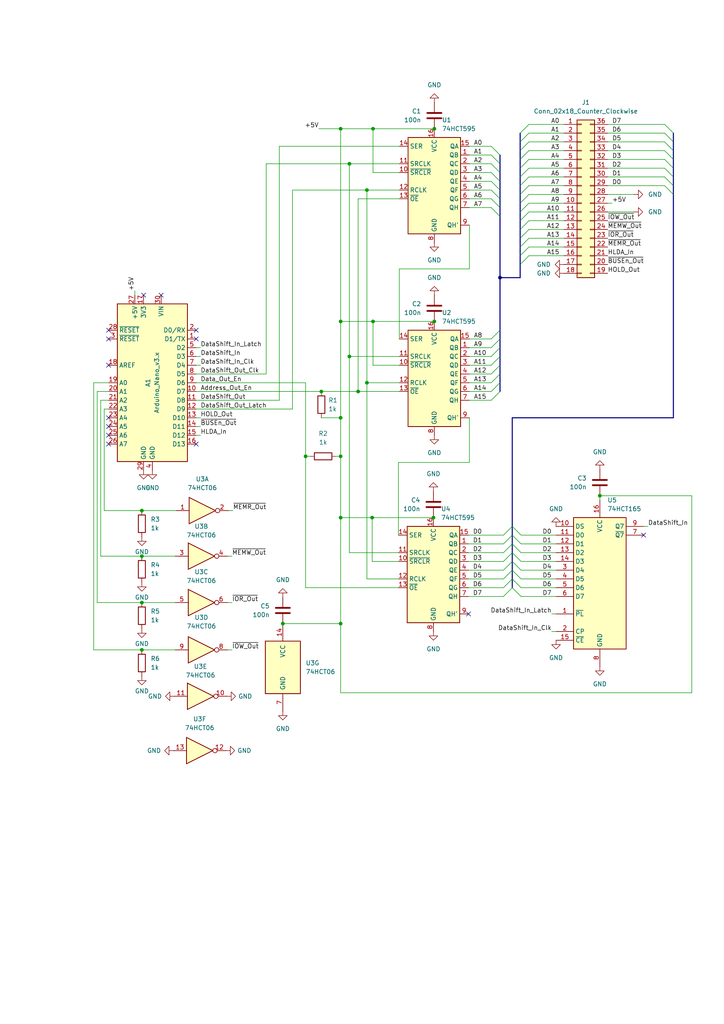
<source format=kicad_sch>
(kicad_sch
	(version 20231120)
	(generator "eeschema")
	(generator_version "8.0")
	(uuid "c1047cc8-0b4b-483b-8334-a40142338bc2")
	(paper "A4" portrait)
	(title_block
		(title "Отладчик-загрузчик 8080-5")
		(date "2026-02-13")
		(company "R2AKT")
		(comment 1 "R2AKT.468224.001")
		(comment 2 "R2AKT")
	)
	(lib_symbols
		(symbol "74xx:74HC165"
			(exclude_from_sim no)
			(in_bom yes)
			(on_board yes)
			(property "Reference" "U"
				(at -7.62 19.05 0)
				(effects
					(font
						(size 1.27 1.27)
					)
				)
			)
			(property "Value" "74HC165"
				(at -7.62 -21.59 0)
				(effects
					(font
						(size 1.27 1.27)
					)
				)
			)
			(property "Footprint" ""
				(at 0 0 0)
				(effects
					(font
						(size 1.27 1.27)
					)
					(hide yes)
				)
			)
			(property "Datasheet" "https://assets.nexperia.com/documents/data-sheet/74HC_HCT165.pdf"
				(at 0 0 0)
				(effects
					(font
						(size 1.27 1.27)
					)
					(hide yes)
				)
			)
			(property "Description" "Shift Register, 8-bit, Parallel Load"
				(at 0 0 0)
				(effects
					(font
						(size 1.27 1.27)
					)
					(hide yes)
				)
			)
			(property "ki_keywords" "8 bit shift register parallel load cmos"
				(at 0 0 0)
				(effects
					(font
						(size 1.27 1.27)
					)
					(hide yes)
				)
			)
			(property "ki_fp_filters" "DIP?16* SO*16*3.9x9.9mm*P1.27mm* SSOP*16*5.3x6.2mm*P0.65mm* TSSOP*16*4.4x5mm*P0.65*"
				(at 0 0 0)
				(effects
					(font
						(size 1.27 1.27)
					)
					(hide yes)
				)
			)
			(symbol "74HC165_1_0"
				(pin input line
					(at -12.7 -10.16 0)
					(length 5.08)
					(name "~{PL}"
						(effects
							(font
								(size 1.27 1.27)
							)
						)
					)
					(number "1"
						(effects
							(font
								(size 1.27 1.27)
							)
						)
					)
				)
				(pin input line
					(at -12.7 15.24 0)
					(length 5.08)
					(name "DS"
						(effects
							(font
								(size 1.27 1.27)
							)
						)
					)
					(number "10"
						(effects
							(font
								(size 1.27 1.27)
							)
						)
					)
				)
				(pin input line
					(at -12.7 12.7 0)
					(length 5.08)
					(name "D0"
						(effects
							(font
								(size 1.27 1.27)
							)
						)
					)
					(number "11"
						(effects
							(font
								(size 1.27 1.27)
							)
						)
					)
				)
				(pin input line
					(at -12.7 10.16 0)
					(length 5.08)
					(name "D1"
						(effects
							(font
								(size 1.27 1.27)
							)
						)
					)
					(number "12"
						(effects
							(font
								(size 1.27 1.27)
							)
						)
					)
				)
				(pin input line
					(at -12.7 7.62 0)
					(length 5.08)
					(name "D2"
						(effects
							(font
								(size 1.27 1.27)
							)
						)
					)
					(number "13"
						(effects
							(font
								(size 1.27 1.27)
							)
						)
					)
				)
				(pin input line
					(at -12.7 5.08 0)
					(length 5.08)
					(name "D3"
						(effects
							(font
								(size 1.27 1.27)
							)
						)
					)
					(number "14"
						(effects
							(font
								(size 1.27 1.27)
							)
						)
					)
				)
				(pin input line
					(at -12.7 -17.78 0)
					(length 5.08)
					(name "~{CE}"
						(effects
							(font
								(size 1.27 1.27)
							)
						)
					)
					(number "15"
						(effects
							(font
								(size 1.27 1.27)
							)
						)
					)
				)
				(pin power_in line
					(at 0 22.86 270)
					(length 5.08)
					(name "VCC"
						(effects
							(font
								(size 1.27 1.27)
							)
						)
					)
					(number "16"
						(effects
							(font
								(size 1.27 1.27)
							)
						)
					)
				)
				(pin input line
					(at -12.7 -15.24 0)
					(length 5.08)
					(name "CP"
						(effects
							(font
								(size 1.27 1.27)
							)
						)
					)
					(number "2"
						(effects
							(font
								(size 1.27 1.27)
							)
						)
					)
				)
				(pin input line
					(at -12.7 2.54 0)
					(length 5.08)
					(name "D4"
						(effects
							(font
								(size 1.27 1.27)
							)
						)
					)
					(number "3"
						(effects
							(font
								(size 1.27 1.27)
							)
						)
					)
				)
				(pin input line
					(at -12.7 0 0)
					(length 5.08)
					(name "D5"
						(effects
							(font
								(size 1.27 1.27)
							)
						)
					)
					(number "4"
						(effects
							(font
								(size 1.27 1.27)
							)
						)
					)
				)
				(pin input line
					(at -12.7 -2.54 0)
					(length 5.08)
					(name "D6"
						(effects
							(font
								(size 1.27 1.27)
							)
						)
					)
					(number "5"
						(effects
							(font
								(size 1.27 1.27)
							)
						)
					)
				)
				(pin input line
					(at -12.7 -5.08 0)
					(length 5.08)
					(name "D7"
						(effects
							(font
								(size 1.27 1.27)
							)
						)
					)
					(number "6"
						(effects
							(font
								(size 1.27 1.27)
							)
						)
					)
				)
				(pin output line
					(at 12.7 12.7 180)
					(length 5.08)
					(name "~{Q7}"
						(effects
							(font
								(size 1.27 1.27)
							)
						)
					)
					(number "7"
						(effects
							(font
								(size 1.27 1.27)
							)
						)
					)
				)
				(pin power_in line
					(at 0 -25.4 90)
					(length 5.08)
					(name "GND"
						(effects
							(font
								(size 1.27 1.27)
							)
						)
					)
					(number "8"
						(effects
							(font
								(size 1.27 1.27)
							)
						)
					)
				)
				(pin output line
					(at 12.7 15.24 180)
					(length 5.08)
					(name "Q7"
						(effects
							(font
								(size 1.27 1.27)
							)
						)
					)
					(number "9"
						(effects
							(font
								(size 1.27 1.27)
							)
						)
					)
				)
			)
			(symbol "74HC165_1_1"
				(rectangle
					(start -7.62 17.78)
					(end 7.62 -20.32)
					(stroke
						(width 0.254)
						(type default)
					)
					(fill
						(type background)
					)
				)
			)
		)
		(symbol "74xx:74HC595"
			(exclude_from_sim no)
			(in_bom yes)
			(on_board yes)
			(property "Reference" "U"
				(at -7.62 13.97 0)
				(effects
					(font
						(size 1.27 1.27)
					)
				)
			)
			(property "Value" "74HC595"
				(at -7.62 -16.51 0)
				(effects
					(font
						(size 1.27 1.27)
					)
				)
			)
			(property "Footprint" ""
				(at 0 0 0)
				(effects
					(font
						(size 1.27 1.27)
					)
					(hide yes)
				)
			)
			(property "Datasheet" "http://www.ti.com/lit/ds/symlink/sn74hc595.pdf"
				(at 0 0 0)
				(effects
					(font
						(size 1.27 1.27)
					)
					(hide yes)
				)
			)
			(property "Description" "8-bit serial in/out Shift Register 3-State Outputs"
				(at 0 0 0)
				(effects
					(font
						(size 1.27 1.27)
					)
					(hide yes)
				)
			)
			(property "ki_keywords" "HCMOS SR 3State"
				(at 0 0 0)
				(effects
					(font
						(size 1.27 1.27)
					)
					(hide yes)
				)
			)
			(property "ki_fp_filters" "DIP*W7.62mm* SOIC*3.9x9.9mm*P1.27mm* TSSOP*4.4x5mm*P0.65mm* SOIC*5.3x10.2mm*P1.27mm* SOIC*7.5x10.3mm*P1.27mm*"
				(at 0 0 0)
				(effects
					(font
						(size 1.27 1.27)
					)
					(hide yes)
				)
			)
			(symbol "74HC595_1_0"
				(pin tri_state line
					(at 10.16 7.62 180)
					(length 2.54)
					(name "QB"
						(effects
							(font
								(size 1.27 1.27)
							)
						)
					)
					(number "1"
						(effects
							(font
								(size 1.27 1.27)
							)
						)
					)
				)
				(pin input line
					(at -10.16 2.54 0)
					(length 2.54)
					(name "~{SRCLR}"
						(effects
							(font
								(size 1.27 1.27)
							)
						)
					)
					(number "10"
						(effects
							(font
								(size 1.27 1.27)
							)
						)
					)
				)
				(pin input line
					(at -10.16 5.08 0)
					(length 2.54)
					(name "SRCLK"
						(effects
							(font
								(size 1.27 1.27)
							)
						)
					)
					(number "11"
						(effects
							(font
								(size 1.27 1.27)
							)
						)
					)
				)
				(pin input line
					(at -10.16 -2.54 0)
					(length 2.54)
					(name "RCLK"
						(effects
							(font
								(size 1.27 1.27)
							)
						)
					)
					(number "12"
						(effects
							(font
								(size 1.27 1.27)
							)
						)
					)
				)
				(pin input line
					(at -10.16 -5.08 0)
					(length 2.54)
					(name "~{OE}"
						(effects
							(font
								(size 1.27 1.27)
							)
						)
					)
					(number "13"
						(effects
							(font
								(size 1.27 1.27)
							)
						)
					)
				)
				(pin input line
					(at -10.16 10.16 0)
					(length 2.54)
					(name "SER"
						(effects
							(font
								(size 1.27 1.27)
							)
						)
					)
					(number "14"
						(effects
							(font
								(size 1.27 1.27)
							)
						)
					)
				)
				(pin tri_state line
					(at 10.16 10.16 180)
					(length 2.54)
					(name "QA"
						(effects
							(font
								(size 1.27 1.27)
							)
						)
					)
					(number "15"
						(effects
							(font
								(size 1.27 1.27)
							)
						)
					)
				)
				(pin power_in line
					(at 0 15.24 270)
					(length 2.54)
					(name "VCC"
						(effects
							(font
								(size 1.27 1.27)
							)
						)
					)
					(number "16"
						(effects
							(font
								(size 1.27 1.27)
							)
						)
					)
				)
				(pin tri_state line
					(at 10.16 5.08 180)
					(length 2.54)
					(name "QC"
						(effects
							(font
								(size 1.27 1.27)
							)
						)
					)
					(number "2"
						(effects
							(font
								(size 1.27 1.27)
							)
						)
					)
				)
				(pin tri_state line
					(at 10.16 2.54 180)
					(length 2.54)
					(name "QD"
						(effects
							(font
								(size 1.27 1.27)
							)
						)
					)
					(number "3"
						(effects
							(font
								(size 1.27 1.27)
							)
						)
					)
				)
				(pin tri_state line
					(at 10.16 0 180)
					(length 2.54)
					(name "QE"
						(effects
							(font
								(size 1.27 1.27)
							)
						)
					)
					(number "4"
						(effects
							(font
								(size 1.27 1.27)
							)
						)
					)
				)
				(pin tri_state line
					(at 10.16 -2.54 180)
					(length 2.54)
					(name "QF"
						(effects
							(font
								(size 1.27 1.27)
							)
						)
					)
					(number "5"
						(effects
							(font
								(size 1.27 1.27)
							)
						)
					)
				)
				(pin tri_state line
					(at 10.16 -5.08 180)
					(length 2.54)
					(name "QG"
						(effects
							(font
								(size 1.27 1.27)
							)
						)
					)
					(number "6"
						(effects
							(font
								(size 1.27 1.27)
							)
						)
					)
				)
				(pin tri_state line
					(at 10.16 -7.62 180)
					(length 2.54)
					(name "QH"
						(effects
							(font
								(size 1.27 1.27)
							)
						)
					)
					(number "7"
						(effects
							(font
								(size 1.27 1.27)
							)
						)
					)
				)
				(pin power_in line
					(at 0 -17.78 90)
					(length 2.54)
					(name "GND"
						(effects
							(font
								(size 1.27 1.27)
							)
						)
					)
					(number "8"
						(effects
							(font
								(size 1.27 1.27)
							)
						)
					)
				)
				(pin output line
					(at 10.16 -12.7 180)
					(length 2.54)
					(name "QH'"
						(effects
							(font
								(size 1.27 1.27)
							)
						)
					)
					(number "9"
						(effects
							(font
								(size 1.27 1.27)
							)
						)
					)
				)
			)
			(symbol "74HC595_1_1"
				(rectangle
					(start -7.62 12.7)
					(end 7.62 -15.24)
					(stroke
						(width 0.254)
						(type default)
					)
					(fill
						(type background)
					)
				)
			)
		)
		(symbol "74xx:74LS06N"
			(pin_names
				(offset 1.016)
			)
			(exclude_from_sim no)
			(in_bom yes)
			(on_board yes)
			(property "Reference" "U"
				(at 0 1.27 0)
				(effects
					(font
						(size 1.27 1.27)
					)
				)
			)
			(property "Value" "74LS06N"
				(at 0 -1.27 0)
				(effects
					(font
						(size 1.27 1.27)
					)
				)
			)
			(property "Footprint" ""
				(at 0 0 0)
				(effects
					(font
						(size 1.27 1.27)
					)
					(hide yes)
				)
			)
			(property "Datasheet" "http://www.ti.com/lit/gpn/sn74LS06N"
				(at 0 0 0)
				(effects
					(font
						(size 1.27 1.27)
					)
					(hide yes)
				)
			)
			(property "Description" "Inverter Open Collect"
				(at 0 0 0)
				(effects
					(font
						(size 1.27 1.27)
					)
					(hide yes)
				)
			)
			(property "ki_locked" ""
				(at 0 0 0)
				(effects
					(font
						(size 1.27 1.27)
					)
				)
			)
			(property "ki_keywords" "TTL not inv OpenCol"
				(at 0 0 0)
				(effects
					(font
						(size 1.27 1.27)
					)
					(hide yes)
				)
			)
			(property "ki_fp_filters" "DIP*W7.62mm*"
				(at 0 0 0)
				(effects
					(font
						(size 1.27 1.27)
					)
					(hide yes)
				)
			)
			(symbol "74LS06N_1_0"
				(polyline
					(pts
						(xy -3.81 3.81) (xy -3.81 -3.81) (xy 3.81 0) (xy -3.81 3.81)
					)
					(stroke
						(width 0.254)
						(type default)
					)
					(fill
						(type background)
					)
				)
				(pin input line
					(at -7.62 0 0)
					(length 3.81)
					(name "~"
						(effects
							(font
								(size 1.27 1.27)
							)
						)
					)
					(number "1"
						(effects
							(font
								(size 1.27 1.27)
							)
						)
					)
				)
				(pin open_collector inverted
					(at 7.62 0 180)
					(length 3.81)
					(name "~"
						(effects
							(font
								(size 1.27 1.27)
							)
						)
					)
					(number "2"
						(effects
							(font
								(size 1.27 1.27)
							)
						)
					)
				)
			)
			(symbol "74LS06N_2_0"
				(polyline
					(pts
						(xy -3.81 3.81) (xy -3.81 -3.81) (xy 3.81 0) (xy -3.81 3.81)
					)
					(stroke
						(width 0.254)
						(type default)
					)
					(fill
						(type background)
					)
				)
				(pin input line
					(at -7.62 0 0)
					(length 3.81)
					(name "~"
						(effects
							(font
								(size 1.27 1.27)
							)
						)
					)
					(number "3"
						(effects
							(font
								(size 1.27 1.27)
							)
						)
					)
				)
				(pin open_collector inverted
					(at 7.62 0 180)
					(length 3.81)
					(name "~"
						(effects
							(font
								(size 1.27 1.27)
							)
						)
					)
					(number "4"
						(effects
							(font
								(size 1.27 1.27)
							)
						)
					)
				)
			)
			(symbol "74LS06N_3_0"
				(polyline
					(pts
						(xy -3.81 3.81) (xy -3.81 -3.81) (xy 3.81 0) (xy -3.81 3.81)
					)
					(stroke
						(width 0.254)
						(type default)
					)
					(fill
						(type background)
					)
				)
				(pin input line
					(at -7.62 0 0)
					(length 3.81)
					(name "~"
						(effects
							(font
								(size 1.27 1.27)
							)
						)
					)
					(number "5"
						(effects
							(font
								(size 1.27 1.27)
							)
						)
					)
				)
				(pin open_collector inverted
					(at 7.62 0 180)
					(length 3.81)
					(name "~"
						(effects
							(font
								(size 1.27 1.27)
							)
						)
					)
					(number "6"
						(effects
							(font
								(size 1.27 1.27)
							)
						)
					)
				)
			)
			(symbol "74LS06N_4_0"
				(polyline
					(pts
						(xy -3.81 3.81) (xy -3.81 -3.81) (xy 3.81 0) (xy -3.81 3.81)
					)
					(stroke
						(width 0.254)
						(type default)
					)
					(fill
						(type background)
					)
				)
				(pin open_collector inverted
					(at 7.62 0 180)
					(length 3.81)
					(name "~"
						(effects
							(font
								(size 1.27 1.27)
							)
						)
					)
					(number "8"
						(effects
							(font
								(size 1.27 1.27)
							)
						)
					)
				)
				(pin input line
					(at -7.62 0 0)
					(length 3.81)
					(name "~"
						(effects
							(font
								(size 1.27 1.27)
							)
						)
					)
					(number "9"
						(effects
							(font
								(size 1.27 1.27)
							)
						)
					)
				)
			)
			(symbol "74LS06N_5_0"
				(polyline
					(pts
						(xy -3.81 3.81) (xy -3.81 -3.81) (xy 3.81 0) (xy -3.81 3.81)
					)
					(stroke
						(width 0.254)
						(type default)
					)
					(fill
						(type background)
					)
				)
				(pin open_collector inverted
					(at 7.62 0 180)
					(length 3.81)
					(name "~"
						(effects
							(font
								(size 1.27 1.27)
							)
						)
					)
					(number "10"
						(effects
							(font
								(size 1.27 1.27)
							)
						)
					)
				)
				(pin input line
					(at -7.62 0 0)
					(length 3.81)
					(name "~"
						(effects
							(font
								(size 1.27 1.27)
							)
						)
					)
					(number "11"
						(effects
							(font
								(size 1.27 1.27)
							)
						)
					)
				)
			)
			(symbol "74LS06N_6_0"
				(polyline
					(pts
						(xy -3.81 3.81) (xy -3.81 -3.81) (xy 3.81 0) (xy -3.81 3.81)
					)
					(stroke
						(width 0.254)
						(type default)
					)
					(fill
						(type background)
					)
				)
				(pin open_collector inverted
					(at 7.62 0 180)
					(length 3.81)
					(name "~"
						(effects
							(font
								(size 1.27 1.27)
							)
						)
					)
					(number "12"
						(effects
							(font
								(size 1.27 1.27)
							)
						)
					)
				)
				(pin input line
					(at -7.62 0 0)
					(length 3.81)
					(name "~"
						(effects
							(font
								(size 1.27 1.27)
							)
						)
					)
					(number "13"
						(effects
							(font
								(size 1.27 1.27)
							)
						)
					)
				)
			)
			(symbol "74LS06N_7_0"
				(pin power_in line
					(at 0 12.7 270)
					(length 5.08)
					(name "VCC"
						(effects
							(font
								(size 1.27 1.27)
							)
						)
					)
					(number "14"
						(effects
							(font
								(size 1.27 1.27)
							)
						)
					)
				)
				(pin power_in line
					(at 0 -12.7 90)
					(length 5.08)
					(name "GND"
						(effects
							(font
								(size 1.27 1.27)
							)
						)
					)
					(number "7"
						(effects
							(font
								(size 1.27 1.27)
							)
						)
					)
				)
			)
			(symbol "74LS06N_7_1"
				(rectangle
					(start -5.08 7.62)
					(end 5.08 -7.62)
					(stroke
						(width 0.254)
						(type default)
					)
					(fill
						(type background)
					)
				)
			)
		)
		(symbol "Connector_Generic:Conn_02x18_Counter_Clockwise"
			(pin_names
				(offset 1.016) hide)
			(exclude_from_sim no)
			(in_bom yes)
			(on_board yes)
			(property "Reference" "J"
				(at 1.27 22.86 0)
				(effects
					(font
						(size 1.27 1.27)
					)
				)
			)
			(property "Value" "Conn_02x18_Counter_Clockwise"
				(at 1.27 -25.4 0)
				(effects
					(font
						(size 1.27 1.27)
					)
				)
			)
			(property "Footprint" ""
				(at 0 0 0)
				(effects
					(font
						(size 1.27 1.27)
					)
					(hide yes)
				)
			)
			(property "Datasheet" "~"
				(at 0 0 0)
				(effects
					(font
						(size 1.27 1.27)
					)
					(hide yes)
				)
			)
			(property "Description" "Generic connector, double row, 02x18, counter clockwise pin numbering scheme (similar to DIP package numbering), script generated (kicad-library-utils/schlib/autogen/connector/)"
				(at 0 0 0)
				(effects
					(font
						(size 1.27 1.27)
					)
					(hide yes)
				)
			)
			(property "ki_keywords" "connector"
				(at 0 0 0)
				(effects
					(font
						(size 1.27 1.27)
					)
					(hide yes)
				)
			)
			(property "ki_fp_filters" "Connector*:*_2x??_*"
				(at 0 0 0)
				(effects
					(font
						(size 1.27 1.27)
					)
					(hide yes)
				)
			)
			(symbol "Conn_02x18_Counter_Clockwise_1_1"
				(rectangle
					(start -1.27 -22.733)
					(end 0 -22.987)
					(stroke
						(width 0.1524)
						(type default)
					)
					(fill
						(type none)
					)
				)
				(rectangle
					(start -1.27 -20.193)
					(end 0 -20.447)
					(stroke
						(width 0.1524)
						(type default)
					)
					(fill
						(type none)
					)
				)
				(rectangle
					(start -1.27 -17.653)
					(end 0 -17.907)
					(stroke
						(width 0.1524)
						(type default)
					)
					(fill
						(type none)
					)
				)
				(rectangle
					(start -1.27 -15.113)
					(end 0 -15.367)
					(stroke
						(width 0.1524)
						(type default)
					)
					(fill
						(type none)
					)
				)
				(rectangle
					(start -1.27 -12.573)
					(end 0 -12.827)
					(stroke
						(width 0.1524)
						(type default)
					)
					(fill
						(type none)
					)
				)
				(rectangle
					(start -1.27 -10.033)
					(end 0 -10.287)
					(stroke
						(width 0.1524)
						(type default)
					)
					(fill
						(type none)
					)
				)
				(rectangle
					(start -1.27 -7.493)
					(end 0 -7.747)
					(stroke
						(width 0.1524)
						(type default)
					)
					(fill
						(type none)
					)
				)
				(rectangle
					(start -1.27 -4.953)
					(end 0 -5.207)
					(stroke
						(width 0.1524)
						(type default)
					)
					(fill
						(type none)
					)
				)
				(rectangle
					(start -1.27 -2.413)
					(end 0 -2.667)
					(stroke
						(width 0.1524)
						(type default)
					)
					(fill
						(type none)
					)
				)
				(rectangle
					(start -1.27 0.127)
					(end 0 -0.127)
					(stroke
						(width 0.1524)
						(type default)
					)
					(fill
						(type none)
					)
				)
				(rectangle
					(start -1.27 2.667)
					(end 0 2.413)
					(stroke
						(width 0.1524)
						(type default)
					)
					(fill
						(type none)
					)
				)
				(rectangle
					(start -1.27 5.207)
					(end 0 4.953)
					(stroke
						(width 0.1524)
						(type default)
					)
					(fill
						(type none)
					)
				)
				(rectangle
					(start -1.27 7.747)
					(end 0 7.493)
					(stroke
						(width 0.1524)
						(type default)
					)
					(fill
						(type none)
					)
				)
				(rectangle
					(start -1.27 10.287)
					(end 0 10.033)
					(stroke
						(width 0.1524)
						(type default)
					)
					(fill
						(type none)
					)
				)
				(rectangle
					(start -1.27 12.827)
					(end 0 12.573)
					(stroke
						(width 0.1524)
						(type default)
					)
					(fill
						(type none)
					)
				)
				(rectangle
					(start -1.27 15.367)
					(end 0 15.113)
					(stroke
						(width 0.1524)
						(type default)
					)
					(fill
						(type none)
					)
				)
				(rectangle
					(start -1.27 17.907)
					(end 0 17.653)
					(stroke
						(width 0.1524)
						(type default)
					)
					(fill
						(type none)
					)
				)
				(rectangle
					(start -1.27 20.447)
					(end 0 20.193)
					(stroke
						(width 0.1524)
						(type default)
					)
					(fill
						(type none)
					)
				)
				(rectangle
					(start -1.27 21.59)
					(end 3.81 -24.13)
					(stroke
						(width 0.254)
						(type default)
					)
					(fill
						(type background)
					)
				)
				(rectangle
					(start 3.81 -22.733)
					(end 2.54 -22.987)
					(stroke
						(width 0.1524)
						(type default)
					)
					(fill
						(type none)
					)
				)
				(rectangle
					(start 3.81 -20.193)
					(end 2.54 -20.447)
					(stroke
						(width 0.1524)
						(type default)
					)
					(fill
						(type none)
					)
				)
				(rectangle
					(start 3.81 -17.653)
					(end 2.54 -17.907)
					(stroke
						(width 0.1524)
						(type default)
					)
					(fill
						(type none)
					)
				)
				(rectangle
					(start 3.81 -15.113)
					(end 2.54 -15.367)
					(stroke
						(width 0.1524)
						(type default)
					)
					(fill
						(type none)
					)
				)
				(rectangle
					(start 3.81 -12.573)
					(end 2.54 -12.827)
					(stroke
						(width 0.1524)
						(type default)
					)
					(fill
						(type none)
					)
				)
				(rectangle
					(start 3.81 -10.033)
					(end 2.54 -10.287)
					(stroke
						(width 0.1524)
						(type default)
					)
					(fill
						(type none)
					)
				)
				(rectangle
					(start 3.81 -7.493)
					(end 2.54 -7.747)
					(stroke
						(width 0.1524)
						(type default)
					)
					(fill
						(type none)
					)
				)
				(rectangle
					(start 3.81 -4.953)
					(end 2.54 -5.207)
					(stroke
						(width 0.1524)
						(type default)
					)
					(fill
						(type none)
					)
				)
				(rectangle
					(start 3.81 -2.413)
					(end 2.54 -2.667)
					(stroke
						(width 0.1524)
						(type default)
					)
					(fill
						(type none)
					)
				)
				(rectangle
					(start 3.81 0.127)
					(end 2.54 -0.127)
					(stroke
						(width 0.1524)
						(type default)
					)
					(fill
						(type none)
					)
				)
				(rectangle
					(start 3.81 2.667)
					(end 2.54 2.413)
					(stroke
						(width 0.1524)
						(type default)
					)
					(fill
						(type none)
					)
				)
				(rectangle
					(start 3.81 5.207)
					(end 2.54 4.953)
					(stroke
						(width 0.1524)
						(type default)
					)
					(fill
						(type none)
					)
				)
				(rectangle
					(start 3.81 7.747)
					(end 2.54 7.493)
					(stroke
						(width 0.1524)
						(type default)
					)
					(fill
						(type none)
					)
				)
				(rectangle
					(start 3.81 10.287)
					(end 2.54 10.033)
					(stroke
						(width 0.1524)
						(type default)
					)
					(fill
						(type none)
					)
				)
				(rectangle
					(start 3.81 12.827)
					(end 2.54 12.573)
					(stroke
						(width 0.1524)
						(type default)
					)
					(fill
						(type none)
					)
				)
				(rectangle
					(start 3.81 15.367)
					(end 2.54 15.113)
					(stroke
						(width 0.1524)
						(type default)
					)
					(fill
						(type none)
					)
				)
				(rectangle
					(start 3.81 17.907)
					(end 2.54 17.653)
					(stroke
						(width 0.1524)
						(type default)
					)
					(fill
						(type none)
					)
				)
				(rectangle
					(start 3.81 20.447)
					(end 2.54 20.193)
					(stroke
						(width 0.1524)
						(type default)
					)
					(fill
						(type none)
					)
				)
				(pin passive line
					(at -5.08 20.32 0)
					(length 3.81)
					(name "Pin_1"
						(effects
							(font
								(size 1.27 1.27)
							)
						)
					)
					(number "1"
						(effects
							(font
								(size 1.27 1.27)
							)
						)
					)
				)
				(pin passive line
					(at -5.08 -2.54 0)
					(length 3.81)
					(name "Pin_10"
						(effects
							(font
								(size 1.27 1.27)
							)
						)
					)
					(number "10"
						(effects
							(font
								(size 1.27 1.27)
							)
						)
					)
				)
				(pin passive line
					(at -5.08 -5.08 0)
					(length 3.81)
					(name "Pin_11"
						(effects
							(font
								(size 1.27 1.27)
							)
						)
					)
					(number "11"
						(effects
							(font
								(size 1.27 1.27)
							)
						)
					)
				)
				(pin passive line
					(at -5.08 -7.62 0)
					(length 3.81)
					(name "Pin_12"
						(effects
							(font
								(size 1.27 1.27)
							)
						)
					)
					(number "12"
						(effects
							(font
								(size 1.27 1.27)
							)
						)
					)
				)
				(pin passive line
					(at -5.08 -10.16 0)
					(length 3.81)
					(name "Pin_13"
						(effects
							(font
								(size 1.27 1.27)
							)
						)
					)
					(number "13"
						(effects
							(font
								(size 1.27 1.27)
							)
						)
					)
				)
				(pin passive line
					(at -5.08 -12.7 0)
					(length 3.81)
					(name "Pin_14"
						(effects
							(font
								(size 1.27 1.27)
							)
						)
					)
					(number "14"
						(effects
							(font
								(size 1.27 1.27)
							)
						)
					)
				)
				(pin passive line
					(at -5.08 -15.24 0)
					(length 3.81)
					(name "Pin_15"
						(effects
							(font
								(size 1.27 1.27)
							)
						)
					)
					(number "15"
						(effects
							(font
								(size 1.27 1.27)
							)
						)
					)
				)
				(pin passive line
					(at -5.08 -17.78 0)
					(length 3.81)
					(name "Pin_16"
						(effects
							(font
								(size 1.27 1.27)
							)
						)
					)
					(number "16"
						(effects
							(font
								(size 1.27 1.27)
							)
						)
					)
				)
				(pin passive line
					(at -5.08 -20.32 0)
					(length 3.81)
					(name "Pin_17"
						(effects
							(font
								(size 1.27 1.27)
							)
						)
					)
					(number "17"
						(effects
							(font
								(size 1.27 1.27)
							)
						)
					)
				)
				(pin passive line
					(at -5.08 -22.86 0)
					(length 3.81)
					(name "Pin_18"
						(effects
							(font
								(size 1.27 1.27)
							)
						)
					)
					(number "18"
						(effects
							(font
								(size 1.27 1.27)
							)
						)
					)
				)
				(pin passive line
					(at 7.62 -22.86 180)
					(length 3.81)
					(name "Pin_19"
						(effects
							(font
								(size 1.27 1.27)
							)
						)
					)
					(number "19"
						(effects
							(font
								(size 1.27 1.27)
							)
						)
					)
				)
				(pin passive line
					(at -5.08 17.78 0)
					(length 3.81)
					(name "Pin_2"
						(effects
							(font
								(size 1.27 1.27)
							)
						)
					)
					(number "2"
						(effects
							(font
								(size 1.27 1.27)
							)
						)
					)
				)
				(pin passive line
					(at 7.62 -20.32 180)
					(length 3.81)
					(name "Pin_20"
						(effects
							(font
								(size 1.27 1.27)
							)
						)
					)
					(number "20"
						(effects
							(font
								(size 1.27 1.27)
							)
						)
					)
				)
				(pin passive line
					(at 7.62 -17.78 180)
					(length 3.81)
					(name "Pin_21"
						(effects
							(font
								(size 1.27 1.27)
							)
						)
					)
					(number "21"
						(effects
							(font
								(size 1.27 1.27)
							)
						)
					)
				)
				(pin passive line
					(at 7.62 -15.24 180)
					(length 3.81)
					(name "Pin_22"
						(effects
							(font
								(size 1.27 1.27)
							)
						)
					)
					(number "22"
						(effects
							(font
								(size 1.27 1.27)
							)
						)
					)
				)
				(pin passive line
					(at 7.62 -12.7 180)
					(length 3.81)
					(name "Pin_23"
						(effects
							(font
								(size 1.27 1.27)
							)
						)
					)
					(number "23"
						(effects
							(font
								(size 1.27 1.27)
							)
						)
					)
				)
				(pin passive line
					(at 7.62 -10.16 180)
					(length 3.81)
					(name "Pin_24"
						(effects
							(font
								(size 1.27 1.27)
							)
						)
					)
					(number "24"
						(effects
							(font
								(size 1.27 1.27)
							)
						)
					)
				)
				(pin passive line
					(at 7.62 -7.62 180)
					(length 3.81)
					(name "Pin_25"
						(effects
							(font
								(size 1.27 1.27)
							)
						)
					)
					(number "25"
						(effects
							(font
								(size 1.27 1.27)
							)
						)
					)
				)
				(pin passive line
					(at 7.62 -5.08 180)
					(length 3.81)
					(name "Pin_26"
						(effects
							(font
								(size 1.27 1.27)
							)
						)
					)
					(number "26"
						(effects
							(font
								(size 1.27 1.27)
							)
						)
					)
				)
				(pin passive line
					(at 7.62 -2.54 180)
					(length 3.81)
					(name "Pin_27"
						(effects
							(font
								(size 1.27 1.27)
							)
						)
					)
					(number "27"
						(effects
							(font
								(size 1.27 1.27)
							)
						)
					)
				)
				(pin passive line
					(at 7.62 0 180)
					(length 3.81)
					(name "Pin_28"
						(effects
							(font
								(size 1.27 1.27)
							)
						)
					)
					(number "28"
						(effects
							(font
								(size 1.27 1.27)
							)
						)
					)
				)
				(pin passive line
					(at 7.62 2.54 180)
					(length 3.81)
					(name "Pin_29"
						(effects
							(font
								(size 1.27 1.27)
							)
						)
					)
					(number "29"
						(effects
							(font
								(size 1.27 1.27)
							)
						)
					)
				)
				(pin passive line
					(at -5.08 15.24 0)
					(length 3.81)
					(name "Pin_3"
						(effects
							(font
								(size 1.27 1.27)
							)
						)
					)
					(number "3"
						(effects
							(font
								(size 1.27 1.27)
							)
						)
					)
				)
				(pin passive line
					(at 7.62 5.08 180)
					(length 3.81)
					(name "Pin_30"
						(effects
							(font
								(size 1.27 1.27)
							)
						)
					)
					(number "30"
						(effects
							(font
								(size 1.27 1.27)
							)
						)
					)
				)
				(pin passive line
					(at 7.62 7.62 180)
					(length 3.81)
					(name "Pin_31"
						(effects
							(font
								(size 1.27 1.27)
							)
						)
					)
					(number "31"
						(effects
							(font
								(size 1.27 1.27)
							)
						)
					)
				)
				(pin passive line
					(at 7.62 10.16 180)
					(length 3.81)
					(name "Pin_32"
						(effects
							(font
								(size 1.27 1.27)
							)
						)
					)
					(number "32"
						(effects
							(font
								(size 1.27 1.27)
							)
						)
					)
				)
				(pin passive line
					(at 7.62 12.7 180)
					(length 3.81)
					(name "Pin_33"
						(effects
							(font
								(size 1.27 1.27)
							)
						)
					)
					(number "33"
						(effects
							(font
								(size 1.27 1.27)
							)
						)
					)
				)
				(pin passive line
					(at 7.62 15.24 180)
					(length 3.81)
					(name "Pin_34"
						(effects
							(font
								(size 1.27 1.27)
							)
						)
					)
					(number "34"
						(effects
							(font
								(size 1.27 1.27)
							)
						)
					)
				)
				(pin passive line
					(at 7.62 17.78 180)
					(length 3.81)
					(name "Pin_35"
						(effects
							(font
								(size 1.27 1.27)
							)
						)
					)
					(number "35"
						(effects
							(font
								(size 1.27 1.27)
							)
						)
					)
				)
				(pin passive line
					(at 7.62 20.32 180)
					(length 3.81)
					(name "Pin_36"
						(effects
							(font
								(size 1.27 1.27)
							)
						)
					)
					(number "36"
						(effects
							(font
								(size 1.27 1.27)
							)
						)
					)
				)
				(pin passive line
					(at -5.08 12.7 0)
					(length 3.81)
					(name "Pin_4"
						(effects
							(font
								(size 1.27 1.27)
							)
						)
					)
					(number "4"
						(effects
							(font
								(size 1.27 1.27)
							)
						)
					)
				)
				(pin passive line
					(at -5.08 10.16 0)
					(length 3.81)
					(name "Pin_5"
						(effects
							(font
								(size 1.27 1.27)
							)
						)
					)
					(number "5"
						(effects
							(font
								(size 1.27 1.27)
							)
						)
					)
				)
				(pin passive line
					(at -5.08 7.62 0)
					(length 3.81)
					(name "Pin_6"
						(effects
							(font
								(size 1.27 1.27)
							)
						)
					)
					(number "6"
						(effects
							(font
								(size 1.27 1.27)
							)
						)
					)
				)
				(pin passive line
					(at -5.08 5.08 0)
					(length 3.81)
					(name "Pin_7"
						(effects
							(font
								(size 1.27 1.27)
							)
						)
					)
					(number "7"
						(effects
							(font
								(size 1.27 1.27)
							)
						)
					)
				)
				(pin passive line
					(at -5.08 2.54 0)
					(length 3.81)
					(name "Pin_8"
						(effects
							(font
								(size 1.27 1.27)
							)
						)
					)
					(number "8"
						(effects
							(font
								(size 1.27 1.27)
							)
						)
					)
				)
				(pin passive line
					(at -5.08 0 0)
					(length 3.81)
					(name "Pin_9"
						(effects
							(font
								(size 1.27 1.27)
							)
						)
					)
					(number "9"
						(effects
							(font
								(size 1.27 1.27)
							)
						)
					)
				)
			)
		)
		(symbol "Device:C"
			(pin_numbers hide)
			(pin_names
				(offset 0.254)
			)
			(exclude_from_sim no)
			(in_bom yes)
			(on_board yes)
			(property "Reference" "C"
				(at 0.635 2.54 0)
				(effects
					(font
						(size 1.27 1.27)
					)
					(justify left)
				)
			)
			(property "Value" "C"
				(at 0.635 -2.54 0)
				(effects
					(font
						(size 1.27 1.27)
					)
					(justify left)
				)
			)
			(property "Footprint" ""
				(at 0.9652 -3.81 0)
				(effects
					(font
						(size 1.27 1.27)
					)
					(hide yes)
				)
			)
			(property "Datasheet" "~"
				(at 0 0 0)
				(effects
					(font
						(size 1.27 1.27)
					)
					(hide yes)
				)
			)
			(property "Description" "Unpolarized capacitor"
				(at 0 0 0)
				(effects
					(font
						(size 1.27 1.27)
					)
					(hide yes)
				)
			)
			(property "ki_keywords" "cap capacitor"
				(at 0 0 0)
				(effects
					(font
						(size 1.27 1.27)
					)
					(hide yes)
				)
			)
			(property "ki_fp_filters" "C_*"
				(at 0 0 0)
				(effects
					(font
						(size 1.27 1.27)
					)
					(hide yes)
				)
			)
			(symbol "C_0_1"
				(polyline
					(pts
						(xy -2.032 -0.762) (xy 2.032 -0.762)
					)
					(stroke
						(width 0.508)
						(type default)
					)
					(fill
						(type none)
					)
				)
				(polyline
					(pts
						(xy -2.032 0.762) (xy 2.032 0.762)
					)
					(stroke
						(width 0.508)
						(type default)
					)
					(fill
						(type none)
					)
				)
			)
			(symbol "C_1_1"
				(pin passive line
					(at 0 3.81 270)
					(length 2.794)
					(name "~"
						(effects
							(font
								(size 1.27 1.27)
							)
						)
					)
					(number "1"
						(effects
							(font
								(size 1.27 1.27)
							)
						)
					)
				)
				(pin passive line
					(at 0 -3.81 90)
					(length 2.794)
					(name "~"
						(effects
							(font
								(size 1.27 1.27)
							)
						)
					)
					(number "2"
						(effects
							(font
								(size 1.27 1.27)
							)
						)
					)
				)
			)
		)
		(symbol "Device:R"
			(pin_numbers hide)
			(pin_names
				(offset 0)
			)
			(exclude_from_sim no)
			(in_bom yes)
			(on_board yes)
			(property "Reference" "R"
				(at 2.032 0 90)
				(effects
					(font
						(size 1.27 1.27)
					)
				)
			)
			(property "Value" "R"
				(at 0 0 90)
				(effects
					(font
						(size 1.27 1.27)
					)
				)
			)
			(property "Footprint" ""
				(at -1.778 0 90)
				(effects
					(font
						(size 1.27 1.27)
					)
					(hide yes)
				)
			)
			(property "Datasheet" "~"
				(at 0 0 0)
				(effects
					(font
						(size 1.27 1.27)
					)
					(hide yes)
				)
			)
			(property "Description" "Resistor"
				(at 0 0 0)
				(effects
					(font
						(size 1.27 1.27)
					)
					(hide yes)
				)
			)
			(property "ki_keywords" "R res resistor"
				(at 0 0 0)
				(effects
					(font
						(size 1.27 1.27)
					)
					(hide yes)
				)
			)
			(property "ki_fp_filters" "R_*"
				(at 0 0 0)
				(effects
					(font
						(size 1.27 1.27)
					)
					(hide yes)
				)
			)
			(symbol "R_0_1"
				(rectangle
					(start -1.016 -2.54)
					(end 1.016 2.54)
					(stroke
						(width 0.254)
						(type default)
					)
					(fill
						(type none)
					)
				)
			)
			(symbol "R_1_1"
				(pin passive line
					(at 0 3.81 270)
					(length 1.27)
					(name "~"
						(effects
							(font
								(size 1.27 1.27)
							)
						)
					)
					(number "1"
						(effects
							(font
								(size 1.27 1.27)
							)
						)
					)
				)
				(pin passive line
					(at 0 -3.81 90)
					(length 1.27)
					(name "~"
						(effects
							(font
								(size 1.27 1.27)
							)
						)
					)
					(number "2"
						(effects
							(font
								(size 1.27 1.27)
							)
						)
					)
				)
			)
		)
		(symbol "MCU_Module:Arduino_Nano_v3.x"
			(exclude_from_sim no)
			(in_bom yes)
			(on_board yes)
			(property "Reference" "A"
				(at -10.16 23.495 0)
				(effects
					(font
						(size 1.27 1.27)
					)
					(justify left bottom)
				)
			)
			(property "Value" "Arduino_Nano_v3.x"
				(at 5.08 -24.13 0)
				(effects
					(font
						(size 1.27 1.27)
					)
					(justify left top)
				)
			)
			(property "Footprint" "Module:Arduino_Nano"
				(at 0 0 0)
				(effects
					(font
						(size 1.27 1.27)
						(italic yes)
					)
					(hide yes)
				)
			)
			(property "Datasheet" "http://www.mouser.com/pdfdocs/Gravitech_Arduino_Nano3_0.pdf"
				(at 0 0 0)
				(effects
					(font
						(size 1.27 1.27)
					)
					(hide yes)
				)
			)
			(property "Description" "Arduino Nano v3.x"
				(at 0 0 0)
				(effects
					(font
						(size 1.27 1.27)
					)
					(hide yes)
				)
			)
			(property "ki_keywords" "Arduino nano microcontroller module USB"
				(at 0 0 0)
				(effects
					(font
						(size 1.27 1.27)
					)
					(hide yes)
				)
			)
			(property "ki_fp_filters" "Arduino*Nano*"
				(at 0 0 0)
				(effects
					(font
						(size 1.27 1.27)
					)
					(hide yes)
				)
			)
			(symbol "Arduino_Nano_v3.x_0_1"
				(rectangle
					(start -10.16 22.86)
					(end 10.16 -22.86)
					(stroke
						(width 0.254)
						(type default)
					)
					(fill
						(type background)
					)
				)
			)
			(symbol "Arduino_Nano_v3.x_1_1"
				(pin bidirectional line
					(at -12.7 12.7 0)
					(length 2.54)
					(name "D1/TX"
						(effects
							(font
								(size 1.27 1.27)
							)
						)
					)
					(number "1"
						(effects
							(font
								(size 1.27 1.27)
							)
						)
					)
				)
				(pin bidirectional line
					(at -12.7 -2.54 0)
					(length 2.54)
					(name "D7"
						(effects
							(font
								(size 1.27 1.27)
							)
						)
					)
					(number "10"
						(effects
							(font
								(size 1.27 1.27)
							)
						)
					)
				)
				(pin bidirectional line
					(at -12.7 -5.08 0)
					(length 2.54)
					(name "D8"
						(effects
							(font
								(size 1.27 1.27)
							)
						)
					)
					(number "11"
						(effects
							(font
								(size 1.27 1.27)
							)
						)
					)
				)
				(pin bidirectional line
					(at -12.7 -7.62 0)
					(length 2.54)
					(name "D9"
						(effects
							(font
								(size 1.27 1.27)
							)
						)
					)
					(number "12"
						(effects
							(font
								(size 1.27 1.27)
							)
						)
					)
				)
				(pin bidirectional line
					(at -12.7 -10.16 0)
					(length 2.54)
					(name "D10"
						(effects
							(font
								(size 1.27 1.27)
							)
						)
					)
					(number "13"
						(effects
							(font
								(size 1.27 1.27)
							)
						)
					)
				)
				(pin bidirectional line
					(at -12.7 -12.7 0)
					(length 2.54)
					(name "D11"
						(effects
							(font
								(size 1.27 1.27)
							)
						)
					)
					(number "14"
						(effects
							(font
								(size 1.27 1.27)
							)
						)
					)
				)
				(pin bidirectional line
					(at -12.7 -15.24 0)
					(length 2.54)
					(name "D12"
						(effects
							(font
								(size 1.27 1.27)
							)
						)
					)
					(number "15"
						(effects
							(font
								(size 1.27 1.27)
							)
						)
					)
				)
				(pin bidirectional line
					(at -12.7 -17.78 0)
					(length 2.54)
					(name "D13"
						(effects
							(font
								(size 1.27 1.27)
							)
						)
					)
					(number "16"
						(effects
							(font
								(size 1.27 1.27)
							)
						)
					)
				)
				(pin power_out line
					(at 2.54 25.4 270)
					(length 2.54)
					(name "3V3"
						(effects
							(font
								(size 1.27 1.27)
							)
						)
					)
					(number "17"
						(effects
							(font
								(size 1.27 1.27)
							)
						)
					)
				)
				(pin input line
					(at 12.7 5.08 180)
					(length 2.54)
					(name "AREF"
						(effects
							(font
								(size 1.27 1.27)
							)
						)
					)
					(number "18"
						(effects
							(font
								(size 1.27 1.27)
							)
						)
					)
				)
				(pin bidirectional line
					(at 12.7 0 180)
					(length 2.54)
					(name "A0"
						(effects
							(font
								(size 1.27 1.27)
							)
						)
					)
					(number "19"
						(effects
							(font
								(size 1.27 1.27)
							)
						)
					)
				)
				(pin bidirectional line
					(at -12.7 15.24 0)
					(length 2.54)
					(name "D0/RX"
						(effects
							(font
								(size 1.27 1.27)
							)
						)
					)
					(number "2"
						(effects
							(font
								(size 1.27 1.27)
							)
						)
					)
				)
				(pin bidirectional line
					(at 12.7 -2.54 180)
					(length 2.54)
					(name "A1"
						(effects
							(font
								(size 1.27 1.27)
							)
						)
					)
					(number "20"
						(effects
							(font
								(size 1.27 1.27)
							)
						)
					)
				)
				(pin bidirectional line
					(at 12.7 -5.08 180)
					(length 2.54)
					(name "A2"
						(effects
							(font
								(size 1.27 1.27)
							)
						)
					)
					(number "21"
						(effects
							(font
								(size 1.27 1.27)
							)
						)
					)
				)
				(pin bidirectional line
					(at 12.7 -7.62 180)
					(length 2.54)
					(name "A3"
						(effects
							(font
								(size 1.27 1.27)
							)
						)
					)
					(number "22"
						(effects
							(font
								(size 1.27 1.27)
							)
						)
					)
				)
				(pin bidirectional line
					(at 12.7 -10.16 180)
					(length 2.54)
					(name "A4"
						(effects
							(font
								(size 1.27 1.27)
							)
						)
					)
					(number "23"
						(effects
							(font
								(size 1.27 1.27)
							)
						)
					)
				)
				(pin bidirectional line
					(at 12.7 -12.7 180)
					(length 2.54)
					(name "A5"
						(effects
							(font
								(size 1.27 1.27)
							)
						)
					)
					(number "24"
						(effects
							(font
								(size 1.27 1.27)
							)
						)
					)
				)
				(pin bidirectional line
					(at 12.7 -15.24 180)
					(length 2.54)
					(name "A6"
						(effects
							(font
								(size 1.27 1.27)
							)
						)
					)
					(number "25"
						(effects
							(font
								(size 1.27 1.27)
							)
						)
					)
				)
				(pin bidirectional line
					(at 12.7 -17.78 180)
					(length 2.54)
					(name "A7"
						(effects
							(font
								(size 1.27 1.27)
							)
						)
					)
					(number "26"
						(effects
							(font
								(size 1.27 1.27)
							)
						)
					)
				)
				(pin power_out line
					(at 5.08 25.4 270)
					(length 2.54)
					(name "+5V"
						(effects
							(font
								(size 1.27 1.27)
							)
						)
					)
					(number "27"
						(effects
							(font
								(size 1.27 1.27)
							)
						)
					)
				)
				(pin input line
					(at 12.7 15.24 180)
					(length 2.54)
					(name "~{RESET}"
						(effects
							(font
								(size 1.27 1.27)
							)
						)
					)
					(number "28"
						(effects
							(font
								(size 1.27 1.27)
							)
						)
					)
				)
				(pin power_in line
					(at 2.54 -25.4 90)
					(length 2.54)
					(name "GND"
						(effects
							(font
								(size 1.27 1.27)
							)
						)
					)
					(number "29"
						(effects
							(font
								(size 1.27 1.27)
							)
						)
					)
				)
				(pin input line
					(at 12.7 12.7 180)
					(length 2.54)
					(name "~{RESET}"
						(effects
							(font
								(size 1.27 1.27)
							)
						)
					)
					(number "3"
						(effects
							(font
								(size 1.27 1.27)
							)
						)
					)
				)
				(pin power_in line
					(at -2.54 25.4 270)
					(length 2.54)
					(name "VIN"
						(effects
							(font
								(size 1.27 1.27)
							)
						)
					)
					(number "30"
						(effects
							(font
								(size 1.27 1.27)
							)
						)
					)
				)
				(pin power_in line
					(at 0 -25.4 90)
					(length 2.54)
					(name "GND"
						(effects
							(font
								(size 1.27 1.27)
							)
						)
					)
					(number "4"
						(effects
							(font
								(size 1.27 1.27)
							)
						)
					)
				)
				(pin bidirectional line
					(at -12.7 10.16 0)
					(length 2.54)
					(name "D2"
						(effects
							(font
								(size 1.27 1.27)
							)
						)
					)
					(number "5"
						(effects
							(font
								(size 1.27 1.27)
							)
						)
					)
				)
				(pin bidirectional line
					(at -12.7 7.62 0)
					(length 2.54)
					(name "D3"
						(effects
							(font
								(size 1.27 1.27)
							)
						)
					)
					(number "6"
						(effects
							(font
								(size 1.27 1.27)
							)
						)
					)
				)
				(pin bidirectional line
					(at -12.7 5.08 0)
					(length 2.54)
					(name "D4"
						(effects
							(font
								(size 1.27 1.27)
							)
						)
					)
					(number "7"
						(effects
							(font
								(size 1.27 1.27)
							)
						)
					)
				)
				(pin bidirectional line
					(at -12.7 2.54 0)
					(length 2.54)
					(name "D5"
						(effects
							(font
								(size 1.27 1.27)
							)
						)
					)
					(number "8"
						(effects
							(font
								(size 1.27 1.27)
							)
						)
					)
				)
				(pin bidirectional line
					(at -12.7 0 0)
					(length 2.54)
					(name "D6"
						(effects
							(font
								(size 1.27 1.27)
							)
						)
					)
					(number "9"
						(effects
							(font
								(size 1.27 1.27)
							)
						)
					)
				)
			)
		)
		(symbol "power:GND"
			(power)
			(pin_numbers hide)
			(pin_names
				(offset 0) hide)
			(exclude_from_sim no)
			(in_bom yes)
			(on_board yes)
			(property "Reference" "#PWR"
				(at 0 -6.35 0)
				(effects
					(font
						(size 1.27 1.27)
					)
					(hide yes)
				)
			)
			(property "Value" "GND"
				(at 0 -3.81 0)
				(effects
					(font
						(size 1.27 1.27)
					)
				)
			)
			(property "Footprint" ""
				(at 0 0 0)
				(effects
					(font
						(size 1.27 1.27)
					)
					(hide yes)
				)
			)
			(property "Datasheet" ""
				(at 0 0 0)
				(effects
					(font
						(size 1.27 1.27)
					)
					(hide yes)
				)
			)
			(property "Description" "Power symbol creates a global label with name \"GND\" , ground"
				(at 0 0 0)
				(effects
					(font
						(size 1.27 1.27)
					)
					(hide yes)
				)
			)
			(property "ki_keywords" "global power"
				(at 0 0 0)
				(effects
					(font
						(size 1.27 1.27)
					)
					(hide yes)
				)
			)
			(symbol "GND_0_1"
				(polyline
					(pts
						(xy 0 0) (xy 0 -1.27) (xy 1.27 -1.27) (xy 0 -2.54) (xy -1.27 -1.27) (xy 0 -1.27)
					)
					(stroke
						(width 0)
						(type default)
					)
					(fill
						(type none)
					)
				)
			)
			(symbol "GND_1_1"
				(pin power_in line
					(at 0 0 270)
					(length 0)
					(name "~"
						(effects
							(font
								(size 1.27 1.27)
							)
						)
					)
					(number "1"
						(effects
							(font
								(size 1.27 1.27)
							)
						)
					)
				)
			)
		)
	)
	(junction
		(at 125.984 37.338)
		(diameter 0)
		(color 0 0 0 0)
		(uuid "0c1a37a9-ab04-421d-a0c3-56f0228d0ad5")
	)
	(junction
		(at 98.806 180.848)
		(diameter 0)
		(color 0 0 0 0)
		(uuid "0f2ab950-8328-49d6-8f2f-ffbcc4349729")
	)
	(junction
		(at 41.148 161.29)
		(diameter 0)
		(color 0 0 0 0)
		(uuid "126189e8-3e3c-448e-9770-cc325a28c962")
	)
	(junction
		(at 98.806 150.114)
		(diameter 0)
		(color 0 0 0 0)
		(uuid "1c41ab9e-a118-4ac4-b988-b2490a9bd106")
	)
	(junction
		(at 106.426 110.998)
		(diameter 0)
		(color 0 0 0 0)
		(uuid "228c2233-d908-4820-b1d2-1e4bcf9264e6")
	)
	(junction
		(at 125.984 93.218)
		(diameter 0)
		(color 0 0 0 0)
		(uuid "26e4703e-f98d-4fc6-8200-80588e63b1d1")
	)
	(junction
		(at 125.73 150.114)
		(diameter 0)
		(color 0 0 0 0)
		(uuid "33c87a10-2d30-4476-8f4f-72e0471be94a")
	)
	(junction
		(at 107.95 150.114)
		(diameter 0)
		(color 0 0 0 0)
		(uuid "415ded20-863d-4bdc-9142-71269784bf0c")
	)
	(junction
		(at 145.034 80.518)
		(diameter 0)
		(color 0 0 0 0)
		(uuid "418f586b-daf3-47b6-8b75-1bc784ad339c")
	)
	(junction
		(at 93.218 113.538)
		(diameter 0)
		(color 0 0 0 0)
		(uuid "421595a2-612f-485f-b3d4-4096eae9bf44")
	)
	(junction
		(at 108.204 37.338)
		(diameter 0)
		(color 0 0 0 0)
		(uuid "4471a39a-05a6-41b4-990c-b8e730d8495d")
	)
	(junction
		(at 106.426 55.118)
		(diameter 0)
		(color 0 0 0 0)
		(uuid "6040f15f-1bf9-4940-97b3-8b39dbd53520")
	)
	(junction
		(at 41.148 188.468)
		(diameter 0)
		(color 0 0 0 0)
		(uuid "634f8e26-e697-4917-82ab-173b6c2853c3")
	)
	(junction
		(at 82.042 180.848)
		(diameter 0)
		(color 0 0 0 0)
		(uuid "9089c2e2-ad03-4950-8e7b-26340fd317d5")
	)
	(junction
		(at 41.148 174.752)
		(diameter 0)
		(color 0 0 0 0)
		(uuid "9f86f36a-1e6b-4c1f-961b-c7c63e478f41")
	)
	(junction
		(at 98.806 132.334)
		(diameter 0)
		(color 0 0 0 0)
		(uuid "a21c8e09-4dd1-418d-abf7-08e71a9bef04")
	)
	(junction
		(at 88.646 132.334)
		(diameter 0)
		(color 0 0 0 0)
		(uuid "abc00d91-12ff-4d03-b595-befb4157bfa2")
	)
	(junction
		(at 41.148 148.082)
		(diameter 0)
		(color 0 0 0 0)
		(uuid "b0ab3cad-40a6-49c4-9b55-871f59b75f1b")
	)
	(junction
		(at 101.346 103.378)
		(diameter 0)
		(color 0 0 0 0)
		(uuid "cb900423-0a90-4014-a772-3ab01450ceef")
	)
	(junction
		(at 173.99 143.764)
		(diameter 0)
		(color 0 0 0 0)
		(uuid "d96e66e7-650a-4daf-87f5-f27a4d120650")
	)
	(junction
		(at 98.806 121.158)
		(diameter 0)
		(color 0 0 0 0)
		(uuid "ddda0792-bced-4618-9e99-30c845d881dd")
	)
	(junction
		(at 98.806 37.338)
		(diameter 0)
		(color 0 0 0 0)
		(uuid "e55bce00-84dc-4775-9dc9-e4bc82361cf7")
	)
	(junction
		(at 103.886 113.538)
		(diameter 0)
		(color 0 0 0 0)
		(uuid "e752c5a5-93b8-4de0-b969-36ae116e1cd9")
	)
	(junction
		(at 98.806 93.218)
		(diameter 0)
		(color 0 0 0 0)
		(uuid "ec67cdb8-b7fa-4a3d-9f66-ab3ea873bb20")
	)
	(junction
		(at 108.204 93.218)
		(diameter 0)
		(color 0 0 0 0)
		(uuid "f7b5a8df-7c93-4714-aa7b-760dfb2d12a0")
	)
	(junction
		(at 101.346 47.498)
		(diameter 0)
		(color 0 0 0 0)
		(uuid "fd750929-a240-4d05-b504-e3ec0fbc24f9")
	)
	(no_connect
		(at 135.89 178.054)
		(uuid "091a7b9c-c02c-468c-8798-f4f503e710c2")
	)
	(no_connect
		(at 31.496 105.918)
		(uuid "39cfdfe9-232b-4e3c-9b0c-374f04f7f6de")
	)
	(no_connect
		(at 186.69 155.194)
		(uuid "401dfb03-12b1-4bb7-aecc-0872c48e3d4c")
	)
	(no_connect
		(at 56.896 128.778)
		(uuid "4494f59f-ea75-470e-aeaf-4f3dbc7663dc")
	)
	(no_connect
		(at 31.496 123.698)
		(uuid "4b22b23b-0976-4830-bba7-4179289f0d8e")
	)
	(no_connect
		(at 56.896 95.758)
		(uuid "61ef7229-ded8-4709-83d3-ea82c8866f26")
	)
	(no_connect
		(at 41.656 85.598)
		(uuid "7973cbc6-df15-441b-97f9-b6ce95697178")
	)
	(no_connect
		(at 31.496 121.158)
		(uuid "7c47031a-91d7-463b-913b-6c0ad77bf0fe")
	)
	(no_connect
		(at 31.496 95.758)
		(uuid "a96ca272-b3a5-4bb6-bad9-1a0cf2f48423")
	)
	(no_connect
		(at 56.896 98.298)
		(uuid "b6bbe402-16df-40a1-8069-5fb05931844d")
	)
	(no_connect
		(at 31.496 98.298)
		(uuid "d9bfe269-d3fb-4e89-bb4a-518b0c5a16a8")
	)
	(no_connect
		(at 31.496 128.778)
		(uuid "e3fb6e00-e1f8-434c-8a8e-570903a05f95")
	)
	(no_connect
		(at 46.736 85.598)
		(uuid "e8e3cc80-4292-4278-a866-a260ee038430")
	)
	(no_connect
		(at 31.496 126.238)
		(uuid "f24b15a0-2769-45b0-8af9-1475bb4cd7aa")
	)
	(bus_entry
		(at 153.416 36.068)
		(size -2.54 2.54)
		(stroke
			(width 0)
			(type default)
		)
		(uuid "01ad6c7c-043e-432f-849b-4804be3c2657")
	)
	(bus_entry
		(at 142.494 47.498)
		(size 2.54 2.54)
		(stroke
			(width 0)
			(type default)
		)
		(uuid "071ecfa6-64da-4e06-ac37-aa9131ababd8")
	)
	(bus_entry
		(at 192.786 46.228)
		(size 2.54 2.54)
		(stroke
			(width 0)
			(type default)
		)
		(uuid "07e996e3-3833-49fa-80b3-bf5bb01d244b")
	)
	(bus_entry
		(at 142.494 105.918)
		(size 2.54 -2.54)
		(stroke
			(width 0)
			(type default)
		)
		(uuid "0b6c0f23-1b9b-4bf2-ad38-748c656c9292")
	)
	(bus_entry
		(at 142.494 42.418)
		(size 2.54 2.54)
		(stroke
			(width 0)
			(type default)
		)
		(uuid "0c12645c-d64b-40ca-be77-d8d2a167b4af")
	)
	(bus_entry
		(at 146.05 155.194)
		(size 2.54 -2.54)
		(stroke
			(width 0)
			(type default)
		)
		(uuid "0de5a443-1c52-4226-a60f-a47b93ccfc7e")
	)
	(bus_entry
		(at 142.494 57.658)
		(size 2.54 2.54)
		(stroke
			(width 0)
			(type default)
		)
		(uuid "116ffbed-5281-4f16-9c3c-3205b9a0c112")
	)
	(bus_entry
		(at 146.05 162.814)
		(size 2.54 -2.54)
		(stroke
			(width 0)
			(type default)
		)
		(uuid "12460c77-db8e-4a74-871a-72f4966083bf")
	)
	(bus_entry
		(at 146.05 165.354)
		(size 2.54 -2.54)
		(stroke
			(width 0)
			(type default)
		)
		(uuid "1351e56c-28ae-4eb6-853f-bb66f2992985")
	)
	(bus_entry
		(at 192.786 41.148)
		(size 2.54 2.54)
		(stroke
			(width 0)
			(type default)
		)
		(uuid "151a1fe0-9ef4-4f7c-9132-de9ee7a7b659")
	)
	(bus_entry
		(at 146.05 160.274)
		(size 2.54 -2.54)
		(stroke
			(width 0)
			(type default)
		)
		(uuid "1deedfe2-b215-4445-baed-93e7a240bbcf")
	)
	(bus_entry
		(at 142.494 60.198)
		(size 2.54 2.54)
		(stroke
			(width 0)
			(type default)
		)
		(uuid "25380e53-46ec-4229-b496-8add4003fb63")
	)
	(bus_entry
		(at 153.416 56.388)
		(size -2.54 2.54)
		(stroke
			(width 0)
			(type default)
		)
		(uuid "2547b019-7777-4faa-941a-958d0e7d12b8")
	)
	(bus_entry
		(at 153.416 41.148)
		(size -2.54 2.54)
		(stroke
			(width 0)
			(type default)
		)
		(uuid "2d26b8ce-5e87-46d8-8dfe-4085394c655f")
	)
	(bus_entry
		(at 148.59 155.194)
		(size 2.54 2.54)
		(stroke
			(width 0)
			(type default)
		)
		(uuid "33990430-bd73-4b16-821e-1ad1a38dd2e8")
	)
	(bus_entry
		(at 142.494 98.298)
		(size 2.54 -2.54)
		(stroke
			(width 0)
			(type default)
		)
		(uuid "3de002a1-8d74-4ba5-b394-9271b4cad3b1")
	)
	(bus_entry
		(at 148.59 165.354)
		(size 2.54 2.54)
		(stroke
			(width 0)
			(type default)
		)
		(uuid "4315f9ae-1708-4060-9a73-7de52ae76a75")
	)
	(bus_entry
		(at 153.416 46.228)
		(size -2.54 2.54)
		(stroke
			(width 0)
			(type default)
		)
		(uuid "46988985-fd39-4b03-9f60-4ee349f3bdce")
	)
	(bus_entry
		(at 192.786 43.688)
		(size 2.54 2.54)
		(stroke
			(width 0)
			(type default)
		)
		(uuid "492c1812-89a1-4727-a731-bc6b0f5a6752")
	)
	(bus_entry
		(at 153.416 71.628)
		(size -2.54 2.54)
		(stroke
			(width 0)
			(type default)
		)
		(uuid "4eede199-d3a4-4db8-ab8f-381455b53602")
	)
	(bus_entry
		(at 142.494 44.958)
		(size 2.54 2.54)
		(stroke
			(width 0)
			(type default)
		)
		(uuid "51066583-053b-4395-8c77-d009494daead")
	)
	(bus_entry
		(at 192.786 48.768)
		(size 2.54 2.54)
		(stroke
			(width 0)
			(type default)
		)
		(uuid "51d5563c-60e8-4630-b3b8-1fd6de09ab3a")
	)
	(bus_entry
		(at 142.494 108.458)
		(size 2.54 -2.54)
		(stroke
			(width 0)
			(type default)
		)
		(uuid "56190d6b-0153-488f-a3e6-6ea7e6dfdb9f")
	)
	(bus_entry
		(at 153.416 64.008)
		(size -2.54 2.54)
		(stroke
			(width 0)
			(type default)
		)
		(uuid "569b174d-d078-409f-9c97-722349bc245f")
	)
	(bus_entry
		(at 142.494 100.838)
		(size 2.54 -2.54)
		(stroke
			(width 0)
			(type default)
		)
		(uuid "587cc8bd-4be2-44a9-b42e-fd3858b3a86e")
	)
	(bus_entry
		(at 153.416 43.688)
		(size -2.54 2.54)
		(stroke
			(width 0)
			(type default)
		)
		(uuid "590cb97a-40f8-4263-9972-fe253f4fc7b9")
	)
	(bus_entry
		(at 148.59 157.734)
		(size 2.54 2.54)
		(stroke
			(width 0)
			(type default)
		)
		(uuid "5b1837d2-fcad-471f-8bd6-3942db54da06")
	)
	(bus_entry
		(at 142.494 116.078)
		(size 2.54 -2.54)
		(stroke
			(width 0)
			(type default)
		)
		(uuid "5bb744da-758e-4850-a0ee-b67784a24e89")
	)
	(bus_entry
		(at 192.786 36.068)
		(size 2.54 2.54)
		(stroke
			(width 0)
			(type default)
		)
		(uuid "6016df1a-440c-4468-bb48-e53cb4a0e151")
	)
	(bus_entry
		(at 153.416 61.468)
		(size -2.54 2.54)
		(stroke
			(width 0)
			(type default)
		)
		(uuid "60ac0e71-f7af-4597-8e7e-9e8081fb1ee9")
	)
	(bus_entry
		(at 153.416 74.168)
		(size -2.54 2.54)
		(stroke
			(width 0)
			(type default)
		)
		(uuid "625b7d2c-7fb1-44b8-a30b-0bc86de9363e")
	)
	(bus_entry
		(at 148.59 152.654)
		(size 2.54 2.54)
		(stroke
			(width 0)
			(type default)
		)
		(uuid "66773a31-c965-42c3-92b4-2d7c309e8cc2")
	)
	(bus_entry
		(at 153.416 38.608)
		(size -2.54 2.54)
		(stroke
			(width 0)
			(type default)
		)
		(uuid "6c3fe5db-dd07-4545-838d-a88ba846fca0")
	)
	(bus_entry
		(at 146.05 170.434)
		(size 2.54 -2.54)
		(stroke
			(width 0)
			(type default)
		)
		(uuid "6d7dc3a9-28f0-419f-ae02-c9a7a90de7e4")
	)
	(bus_entry
		(at 192.786 38.608)
		(size 2.54 2.54)
		(stroke
			(width 0)
			(type default)
		)
		(uuid "768526ee-4a8a-4f5b-a29c-d020f9a8bfa3")
	)
	(bus_entry
		(at 153.416 66.548)
		(size -2.54 2.54)
		(stroke
			(width 0)
			(type default)
		)
		(uuid "777b6818-2a0a-4df5-9c6d-d719821c50ed")
	)
	(bus_entry
		(at 146.05 167.894)
		(size 2.54 -2.54)
		(stroke
			(width 0)
			(type default)
		)
		(uuid "80ed5e4c-2232-4da7-af87-40215aff705f")
	)
	(bus_entry
		(at 146.05 157.734)
		(size 2.54 -2.54)
		(stroke
			(width 0)
			(type default)
		)
		(uuid "9acc1dd6-867e-4f73-b200-d46a0b00407f")
	)
	(bus_entry
		(at 148.59 167.894)
		(size 2.54 2.54)
		(stroke
			(width 0)
			(type default)
		)
		(uuid "9e9935f9-493b-4129-98fc-1f0d1948701c")
	)
	(bus_entry
		(at 142.494 113.538)
		(size 2.54 -2.54)
		(stroke
			(width 0)
			(type default)
		)
		(uuid "acc2f683-c566-4156-bcbd-0cb4777a1241")
	)
	(bus_entry
		(at 153.416 51.308)
		(size -2.54 2.54)
		(stroke
			(width 0)
			(type default)
		)
		(uuid "b5f1e9c0-f2d5-4296-a8d6-f7f57212d695")
	)
	(bus_entry
		(at 146.05 172.974)
		(size 2.54 -2.54)
		(stroke
			(width 0)
			(type default)
		)
		(uuid "b67b3641-452d-43be-a5d3-3bb2fde3a9c7")
	)
	(bus_entry
		(at 153.416 48.768)
		(size -2.54 2.54)
		(stroke
			(width 0)
			(type default)
		)
		(uuid "c1c229bc-2615-4b6d-b1de-bafe3d151961")
	)
	(bus_entry
		(at 142.494 50.038)
		(size 2.54 2.54)
		(stroke
			(width 0)
			(type default)
		)
		(uuid "cb7bce1b-5783-4317-8cea-3a11ab4e8fc2")
	)
	(bus_entry
		(at 192.786 53.848)
		(size 2.54 2.54)
		(stroke
			(width 0)
			(type default)
		)
		(uuid "cd68dfe4-224f-4d32-b797-27ee432a90b0")
	)
	(bus_entry
		(at 153.416 69.088)
		(size -2.54 2.54)
		(stroke
			(width 0)
			(type default)
		)
		(uuid "d85fa831-440b-4afa-aac7-04d2575e847a")
	)
	(bus_entry
		(at 148.59 170.434)
		(size 2.54 2.54)
		(stroke
			(width 0)
			(type default)
		)
		(uuid "d9ecb8b4-4faa-4725-9773-baabc493f342")
	)
	(bus_entry
		(at 142.494 103.378)
		(size 2.54 -2.54)
		(stroke
			(width 0)
			(type default)
		)
		(uuid "da5706e4-7355-472d-9704-c0266ca70f5e")
	)
	(bus_entry
		(at 148.59 160.274)
		(size 2.54 2.54)
		(stroke
			(width 0)
			(type default)
		)
		(uuid "e24b6dd4-2e47-4fe3-a63d-42ccca4dc077")
	)
	(bus_entry
		(at 148.59 162.814)
		(size 2.54 2.54)
		(stroke
			(width 0)
			(type default)
		)
		(uuid "e2802c73-6f52-430f-b5cf-088ffa510772")
	)
	(bus_entry
		(at 142.494 110.998)
		(size 2.54 -2.54)
		(stroke
			(width 0)
			(type default)
		)
		(uuid "e3c00323-479e-4d2c-bb5b-961009a8ee7e")
	)
	(bus_entry
		(at 153.416 58.928)
		(size -2.54 2.54)
		(stroke
			(width 0)
			(type default)
		)
		(uuid "e6341b4a-1761-45a8-a1c0-387ab600a031")
	)
	(bus_entry
		(at 192.786 51.308)
		(size 2.54 2.54)
		(stroke
			(width 0)
			(type default)
		)
		(uuid "e7cb10d0-5921-4604-93f4-b0178ac6cad9")
	)
	(bus_entry
		(at 142.494 52.578)
		(size 2.54 2.54)
		(stroke
			(width 0)
			(type default)
		)
		(uuid "eb35e789-3f0d-47af-8bc3-4dd83ab82ac1")
	)
	(bus_entry
		(at 142.494 55.118)
		(size 2.54 2.54)
		(stroke
			(width 0)
			(type default)
		)
		(uuid "f2118f0a-1d0d-47e5-8c68-b4b391631379")
	)
	(bus_entry
		(at 153.416 53.848)
		(size -2.54 2.54)
		(stroke
			(width 0)
			(type default)
		)
		(uuid "f66bb736-6f7e-4c5e-9f7f-ca1f2f8fe910")
	)
	(wire
		(pts
			(xy 176.276 51.308) (xy 192.786 51.308)
		)
		(stroke
			(width 0)
			(type default)
		)
		(uuid "00930a14-1c12-48a8-84f2-5a1662b19258")
	)
	(wire
		(pts
			(xy 89.916 132.334) (xy 88.646 132.334)
		)
		(stroke
			(width 0)
			(type default)
		)
		(uuid "0112a9dd-719d-44d5-adb3-de1879d9c897")
	)
	(wire
		(pts
			(xy 136.144 50.038) (xy 142.494 50.038)
		)
		(stroke
			(width 0)
			(type default)
		)
		(uuid "011be7f9-bce4-41c3-b247-74f8c17cce90")
	)
	(wire
		(pts
			(xy 153.416 74.168) (xy 163.576 74.168)
		)
		(stroke
			(width 0)
			(type default)
		)
		(uuid "01c5016e-9d44-4061-87cc-a7ee656c6695")
	)
	(wire
		(pts
			(xy 81.026 42.418) (xy 81.026 116.078)
		)
		(stroke
			(width 0)
			(type default)
		)
		(uuid "0261263d-33e7-46b8-95a9-1236adca615f")
	)
	(wire
		(pts
			(xy 98.806 93.218) (xy 108.204 93.218)
		)
		(stroke
			(width 0)
			(type default)
		)
		(uuid "02aa659d-9802-4db8-b05a-a184aacb7054")
	)
	(wire
		(pts
			(xy 56.896 113.538) (xy 93.218 113.538)
		)
		(stroke
			(width 0)
			(type default)
		)
		(uuid "043fddba-d5c5-4cef-9a3a-3e94d961b3d2")
	)
	(wire
		(pts
			(xy 125.984 37.338) (xy 108.204 37.338)
		)
		(stroke
			(width 0)
			(type default)
		)
		(uuid "05394763-61ca-4880-bd34-2c333e049b1e")
	)
	(wire
		(pts
			(xy 67.31 174.752) (xy 66.04 174.752)
		)
		(stroke
			(width 0)
			(type default)
		)
		(uuid "06162832-54b6-414c-930f-97c1287c99d8")
	)
	(bus
		(pts
			(xy 145.034 60.198) (xy 145.034 62.738)
		)
		(stroke
			(width 0)
			(type default)
		)
		(uuid "06d2076b-41a6-4aaa-a64d-26fffeca44a8")
	)
	(bus
		(pts
			(xy 195.326 38.608) (xy 195.326 41.148)
		)
		(stroke
			(width 0)
			(type default)
		)
		(uuid "07676817-0ef7-419c-a01d-04e3ae4c55c8")
	)
	(bus
		(pts
			(xy 148.59 162.814) (xy 148.59 165.354)
		)
		(stroke
			(width 0)
			(type default)
		)
		(uuid "0e181cd5-5072-4917-8279-708c8ca829ea")
	)
	(bus
		(pts
			(xy 150.876 43.688) (xy 150.876 46.228)
		)
		(stroke
			(width 0)
			(type default)
		)
		(uuid "0e632653-355a-4ae9-bd62-15a1b88f01bd")
	)
	(wire
		(pts
			(xy 176.276 46.228) (xy 192.786 46.228)
		)
		(stroke
			(width 0)
			(type default)
		)
		(uuid "0e956ee4-9ffa-4a7b-acb9-f3ee8e03288e")
	)
	(wire
		(pts
			(xy 84.836 55.118) (xy 106.426 55.118)
		)
		(stroke
			(width 0)
			(type default)
		)
		(uuid "0f5cc5c9-8f08-4875-881e-e88a2fb12b53")
	)
	(wire
		(pts
			(xy 98.806 121.158) (xy 98.806 132.334)
		)
		(stroke
			(width 0)
			(type default)
		)
		(uuid "101083c1-28fb-421e-b54c-86587e73b6a0")
	)
	(wire
		(pts
			(xy 136.144 57.658) (xy 142.494 57.658)
		)
		(stroke
			(width 0)
			(type default)
		)
		(uuid "112988e9-5aa3-433c-ba15-29f528adfbd1")
	)
	(wire
		(pts
			(xy 106.426 110.998) (xy 115.824 110.998)
		)
		(stroke
			(width 0)
			(type default)
		)
		(uuid "15590c0d-b614-4002-a063-46c40e423231")
	)
	(wire
		(pts
			(xy 88.646 170.434) (xy 115.57 170.434)
		)
		(stroke
			(width 0)
			(type default)
		)
		(uuid "173f2cce-a46f-429e-9274-03b44aa67fd0")
	)
	(wire
		(pts
			(xy 177.546 58.928) (xy 176.276 58.928)
		)
		(stroke
			(width 0)
			(type default)
		)
		(uuid "176399bf-f32b-4f62-a3d2-d573ab0fbf40")
	)
	(bus
		(pts
			(xy 150.876 69.088) (xy 150.876 66.548)
		)
		(stroke
			(width 0)
			(type default)
		)
		(uuid "187b40f3-38ac-4e74-b635-491162d55a9d")
	)
	(wire
		(pts
			(xy 58.166 105.918) (xy 56.896 105.918)
		)
		(stroke
			(width 0)
			(type default)
		)
		(uuid "198dc210-513b-4541-ad7d-193cb159bdc3")
	)
	(wire
		(pts
			(xy 136.144 113.538) (xy 142.494 113.538)
		)
		(stroke
			(width 0)
			(type default)
		)
		(uuid "1c4229ed-3e31-4d5a-b9e8-600cff584157")
	)
	(bus
		(pts
			(xy 148.59 165.354) (xy 148.59 167.894)
		)
		(stroke
			(width 0)
			(type default)
		)
		(uuid "1cd05551-ed2f-4380-b517-bca74562e03a")
	)
	(wire
		(pts
			(xy 135.89 160.274) (xy 146.05 160.274)
		)
		(stroke
			(width 0)
			(type default)
		)
		(uuid "1d0e014a-f0ed-4399-95d1-ee4f53d62d30")
	)
	(wire
		(pts
			(xy 153.416 61.468) (xy 163.576 61.468)
		)
		(stroke
			(width 0)
			(type default)
		)
		(uuid "1f6d463c-0015-4c75-bd92-864f54bb5b91")
	)
	(bus
		(pts
			(xy 148.59 167.894) (xy 148.59 170.434)
		)
		(stroke
			(width 0)
			(type default)
		)
		(uuid "1fb282ee-52a7-4550-8d0f-02d9d199bddd")
	)
	(wire
		(pts
			(xy 103.886 57.658) (xy 115.824 57.658)
		)
		(stroke
			(width 0)
			(type default)
		)
		(uuid "2120041c-ad6d-4772-a568-ed522b50039c")
	)
	(bus
		(pts
			(xy 148.59 121.158) (xy 195.326 121.158)
		)
		(stroke
			(width 0)
			(type default)
		)
		(uuid "216fed56-28ab-41fb-85c8-140261413ad5")
	)
	(wire
		(pts
			(xy 77.216 47.498) (xy 77.216 108.458)
		)
		(stroke
			(width 0)
			(type default)
		)
		(uuid "2180e08f-4bdd-4f02-8d5f-fd28fb8ab23f")
	)
	(wire
		(pts
			(xy 101.346 47.498) (xy 115.824 47.498)
		)
		(stroke
			(width 0)
			(type default)
		)
		(uuid "21f73f8c-7ae6-46ab-bd81-3933adbb6d1d")
	)
	(wire
		(pts
			(xy 136.144 108.458) (xy 142.494 108.458)
		)
		(stroke
			(width 0)
			(type default)
		)
		(uuid "22361746-4ca5-427c-8e62-664b0b932faf")
	)
	(wire
		(pts
			(xy 153.416 66.548) (xy 163.576 66.548)
		)
		(stroke
			(width 0)
			(type default)
		)
		(uuid "225866df-28af-4cb3-9a2f-f7a3d8f44fb5")
	)
	(wire
		(pts
			(xy 81.026 42.418) (xy 115.824 42.418)
		)
		(stroke
			(width 0)
			(type default)
		)
		(uuid "22c21bc7-1be8-4d75-862c-9d0c1b955c35")
	)
	(wire
		(pts
			(xy 153.416 58.928) (xy 163.576 58.928)
		)
		(stroke
			(width 0)
			(type default)
		)
		(uuid "25664499-fe9e-4438-a9ca-8a78dbb8805f")
	)
	(wire
		(pts
			(xy 187.96 152.654) (xy 186.69 152.654)
		)
		(stroke
			(width 0)
			(type default)
		)
		(uuid "2a61dc9a-cf42-4307-b18e-9d1b23e49e5f")
	)
	(wire
		(pts
			(xy 176.276 53.848) (xy 192.786 53.848)
		)
		(stroke
			(width 0)
			(type default)
		)
		(uuid "2b692864-723a-4239-8259-1825c65ad79c")
	)
	(bus
		(pts
			(xy 195.326 48.768) (xy 195.326 51.308)
		)
		(stroke
			(width 0)
			(type default)
		)
		(uuid "2f537b7d-0796-46e4-bf97-2308828df5b4")
	)
	(bus
		(pts
			(xy 148.59 121.158) (xy 148.59 152.654)
		)
		(stroke
			(width 0)
			(type default)
		)
		(uuid "3249cc03-29fb-451d-918f-64f4451fbc1b")
	)
	(wire
		(pts
			(xy 135.89 155.194) (xy 146.05 155.194)
		)
		(stroke
			(width 0)
			(type default)
		)
		(uuid "34612116-f4bb-408d-82c1-ede061b97027")
	)
	(bus
		(pts
			(xy 145.034 50.038) (xy 145.034 52.578)
		)
		(stroke
			(width 0)
			(type default)
		)
		(uuid "34c2afe7-aa45-456d-9e0a-42085425a7c6")
	)
	(bus
		(pts
			(xy 150.876 53.848) (xy 150.876 56.388)
		)
		(stroke
			(width 0)
			(type default)
		)
		(uuid "361f9a1d-8a7b-4271-868c-c69d36feedaa")
	)
	(wire
		(pts
			(xy 93.218 121.158) (xy 98.806 121.158)
		)
		(stroke
			(width 0)
			(type default)
		)
		(uuid "3626c811-8ece-4d2c-877d-2a4d52a8e83a")
	)
	(wire
		(pts
			(xy 106.426 55.118) (xy 106.426 110.998)
		)
		(stroke
			(width 0)
			(type default)
		)
		(uuid "375b0438-463c-4936-8b15-6dedb1744e76")
	)
	(wire
		(pts
			(xy 136.144 100.838) (xy 142.494 100.838)
		)
		(stroke
			(width 0)
			(type default)
		)
		(uuid "382049f9-b6f1-44b8-ae81-135cd419a702")
	)
	(wire
		(pts
			(xy 103.886 113.538) (xy 115.824 113.538)
		)
		(stroke
			(width 0)
			(type default)
		)
		(uuid "38428dba-9f42-42b8-8c57-1c6df06f8771")
	)
	(bus
		(pts
			(xy 150.876 48.768) (xy 150.876 51.308)
		)
		(stroke
			(width 0)
			(type default)
		)
		(uuid "39bb0d09-ffdf-484a-90e6-58fb8bbd3302")
	)
	(wire
		(pts
			(xy 82.042 180.848) (xy 98.806 180.848)
		)
		(stroke
			(width 0)
			(type default)
		)
		(uuid "3b5a794e-10a1-4e73-b8e0-dcd29e2cf050")
	)
	(wire
		(pts
			(xy 56.896 118.618) (xy 84.836 118.618)
		)
		(stroke
			(width 0)
			(type default)
		)
		(uuid "3c374820-49da-455c-bbc6-fb3c2207c1e6")
	)
	(wire
		(pts
			(xy 153.416 46.228) (xy 163.576 46.228)
		)
		(stroke
			(width 0)
			(type default)
		)
		(uuid "3c8f9c62-0614-4283-a0ba-6d1789f11772")
	)
	(bus
		(pts
			(xy 145.034 57.658) (xy 145.034 60.198)
		)
		(stroke
			(width 0)
			(type default)
		)
		(uuid "43cf27a4-4590-4588-91dd-9bf6242ae198")
	)
	(wire
		(pts
			(xy 153.416 41.148) (xy 163.576 41.148)
		)
		(stroke
			(width 0)
			(type default)
		)
		(uuid "445c5408-efed-4f09-ae3c-a3eed426cf20")
	)
	(wire
		(pts
			(xy 153.416 36.068) (xy 163.576 36.068)
		)
		(stroke
			(width 0)
			(type default)
		)
		(uuid "460fff5b-b550-4a53-a914-3116671d73f1")
	)
	(wire
		(pts
			(xy 106.426 167.894) (xy 115.57 167.894)
		)
		(stroke
			(width 0)
			(type default)
		)
		(uuid "4afa166a-cb48-4a6d-b5e6-f78f9ef0c294")
	)
	(wire
		(pts
			(xy 136.144 98.298) (xy 142.494 98.298)
		)
		(stroke
			(width 0)
			(type default)
		)
		(uuid "4affb83a-9c28-4251-ab93-d9d76c8896d6")
	)
	(wire
		(pts
			(xy 30.226 118.618) (xy 31.496 118.618)
		)
		(stroke
			(width 0)
			(type default)
		)
		(uuid "4baed8eb-715b-4d44-a7e3-bd8aa8eee393")
	)
	(wire
		(pts
			(xy 173.99 143.764) (xy 200.66 143.764)
		)
		(stroke
			(width 0)
			(type default)
		)
		(uuid "4c6a6bcf-b978-448e-862b-3edeb31ecbae")
	)
	(wire
		(pts
			(xy 101.346 103.378) (xy 101.346 47.498)
		)
		(stroke
			(width 0)
			(type default)
		)
		(uuid "4c7131c6-df58-4b12-9689-91e8e890aa93")
	)
	(wire
		(pts
			(xy 97.536 132.334) (xy 98.806 132.334)
		)
		(stroke
			(width 0)
			(type default)
		)
		(uuid "4c756600-47eb-43e8-b3d5-1b4b9cefea9f")
	)
	(wire
		(pts
			(xy 41.148 174.752) (xy 50.8 174.752)
		)
		(stroke
			(width 0)
			(type default)
		)
		(uuid "4d692231-8cb9-4076-8096-db6ba39a29b2")
	)
	(wire
		(pts
			(xy 41.148 161.29) (xy 50.8 161.29)
		)
		(stroke
			(width 0)
			(type default)
		)
		(uuid "4d6bf53b-d11e-49d5-90ab-531891a6c652")
	)
	(bus
		(pts
			(xy 150.876 51.308) (xy 150.876 53.848)
		)
		(stroke
			(width 0)
			(type default)
		)
		(uuid "4d816e63-7454-4a44-a44f-14483bef1089")
	)
	(wire
		(pts
			(xy 136.144 60.198) (xy 142.494 60.198)
		)
		(stroke
			(width 0)
			(type default)
		)
		(uuid "5049eba8-9949-4dd0-9e32-7314508b02fc")
	)
	(wire
		(pts
			(xy 92.456 37.338) (xy 98.806 37.338)
		)
		(stroke
			(width 0)
			(type default)
		)
		(uuid "50f45a58-41f6-402b-8677-23d044b9b923")
	)
	(bus
		(pts
			(xy 150.876 74.168) (xy 150.876 71.628)
		)
		(stroke
			(width 0)
			(type default)
		)
		(uuid "5396a4db-30c8-4364-ad87-62241eb36970")
	)
	(wire
		(pts
			(xy 51.054 148.082) (xy 41.148 148.082)
		)
		(stroke
			(width 0)
			(type default)
		)
		(uuid "5598b924-fe7c-46d6-8886-53a813767c78")
	)
	(wire
		(pts
			(xy 28.194 174.752) (xy 41.148 174.752)
		)
		(stroke
			(width 0)
			(type default)
		)
		(uuid "574994c7-c193-4aac-abe8-2ab969d24a14")
	)
	(wire
		(pts
			(xy 98.806 150.114) (xy 107.95 150.114)
		)
		(stroke
			(width 0)
			(type default)
		)
		(uuid "57e8aaa7-4c7a-4dbe-a69b-47fe5eb61e2b")
	)
	(bus
		(pts
			(xy 145.034 113.538) (xy 145.034 110.998)
		)
		(stroke
			(width 0)
			(type default)
		)
		(uuid "58ef2bbe-fda7-4cfa-ad40-327373073918")
	)
	(wire
		(pts
			(xy 58.166 100.838) (xy 56.896 100.838)
		)
		(stroke
			(width 0)
			(type default)
		)
		(uuid "5b1fdaf7-3caa-4805-bdcc-d6b87c0cf2f2")
	)
	(wire
		(pts
			(xy 107.95 150.114) (xy 125.73 150.114)
		)
		(stroke
			(width 0)
			(type default)
		)
		(uuid "5dba32b3-33c6-4ab8-82b6-f9d14fdd036d")
	)
	(wire
		(pts
			(xy 108.204 37.338) (xy 108.204 50.038)
		)
		(stroke
			(width 0)
			(type default)
		)
		(uuid "632c71fc-2188-4571-8bf3-74705f8a48ce")
	)
	(wire
		(pts
			(xy 115.824 55.118) (xy 106.426 55.118)
		)
		(stroke
			(width 0)
			(type default)
		)
		(uuid "634b874b-71af-4a08-98b1-3e645400f2c4")
	)
	(wire
		(pts
			(xy 151.13 172.974) (xy 161.29 172.974)
		)
		(stroke
			(width 0)
			(type default)
		)
		(uuid "657c6da6-3d27-4674-b787-5da54958e3bf")
	)
	(wire
		(pts
			(xy 151.13 155.194) (xy 161.29 155.194)
		)
		(stroke
			(width 0)
			(type default)
		)
		(uuid "66eee74b-23ee-407b-ba3c-5db1c3ce77f8")
	)
	(wire
		(pts
			(xy 136.144 110.998) (xy 142.494 110.998)
		)
		(stroke
			(width 0)
			(type default)
		)
		(uuid "6756b5ff-338a-4df1-ba5a-c073cd340d06")
	)
	(wire
		(pts
			(xy 153.416 64.008) (xy 163.576 64.008)
		)
		(stroke
			(width 0)
			(type default)
		)
		(uuid "681fe7e6-987b-4964-a159-1173039c6c19")
	)
	(wire
		(pts
			(xy 41.148 148.082) (xy 30.226 148.082)
		)
		(stroke
			(width 0)
			(type default)
		)
		(uuid "6a53ed8f-64a8-4ab5-82fc-3cf59a204423")
	)
	(wire
		(pts
			(xy 77.216 47.498) (xy 101.346 47.498)
		)
		(stroke
			(width 0)
			(type default)
		)
		(uuid "6b344dc9-dbd2-471c-ac3f-84620c7d25b8")
	)
	(wire
		(pts
			(xy 136.144 103.378) (xy 142.494 103.378)
		)
		(stroke
			(width 0)
			(type default)
		)
		(uuid "6be4ddb3-dfdf-4016-bf29-44578b41129a")
	)
	(wire
		(pts
			(xy 151.13 157.734) (xy 161.29 157.734)
		)
		(stroke
			(width 0)
			(type default)
		)
		(uuid "6e218e14-f646-4930-a46f-475d35959632")
	)
	(wire
		(pts
			(xy 115.57 134.112) (xy 115.57 155.194)
		)
		(stroke
			(width 0)
			(type default)
		)
		(uuid "6f423cb4-720f-4a16-900b-482c2d270c7d")
	)
	(wire
		(pts
			(xy 39.116 84.328) (xy 39.116 85.598)
		)
		(stroke
			(width 0)
			(type default)
		)
		(uuid "6f555db1-ed4a-46e0-8fe9-439df634ed5b")
	)
	(wire
		(pts
			(xy 136.144 42.418) (xy 142.494 42.418)
		)
		(stroke
			(width 0)
			(type default)
		)
		(uuid "6fdcdfbc-a1a1-4e61-b4b2-1c3b8c93c34b")
	)
	(wire
		(pts
			(xy 153.416 51.308) (xy 163.576 51.308)
		)
		(stroke
			(width 0)
			(type default)
		)
		(uuid "71149a48-fca0-46e1-80d0-a4db996cc3cd")
	)
	(wire
		(pts
			(xy 115.824 77.978) (xy 115.824 98.298)
		)
		(stroke
			(width 0)
			(type default)
		)
		(uuid "7892601f-e200-4087-9fed-85f829370085")
	)
	(bus
		(pts
			(xy 150.876 76.708) (xy 150.876 80.518)
		)
		(stroke
			(width 0)
			(type default)
		)
		(uuid "7a77c8f2-ac73-4b47-ada3-9bb1dd728e83")
	)
	(wire
		(pts
			(xy 56.896 116.078) (xy 81.026 116.078)
		)
		(stroke
			(width 0)
			(type default)
		)
		(uuid "7ab2b96b-384a-460c-867e-12f86fb40dd5")
	)
	(bus
		(pts
			(xy 195.326 41.148) (xy 195.326 43.688)
		)
		(stroke
			(width 0)
			(type default)
		)
		(uuid "7baa8790-b1fc-4258-b029-fdf88361f9c4")
	)
	(wire
		(pts
			(xy 153.416 43.688) (xy 163.576 43.688)
		)
		(stroke
			(width 0)
			(type default)
		)
		(uuid "7bd79c72-515d-417b-98f3-eea991e9b181")
	)
	(wire
		(pts
			(xy 136.144 77.978) (xy 115.824 77.978)
		)
		(stroke
			(width 0)
			(type default)
		)
		(uuid "7d8bb7bb-93c2-4d68-b5ce-b4f90fb88712")
	)
	(wire
		(pts
			(xy 98.806 150.114) (xy 98.806 180.848)
		)
		(stroke
			(width 0)
			(type default)
		)
		(uuid "7f50d1a0-1a4a-4e2e-935f-880f1681af1c")
	)
	(wire
		(pts
			(xy 58.166 121.158) (xy 56.896 121.158)
		)
		(stroke
			(width 0)
			(type default)
		)
		(uuid "7fa331e3-8985-4699-aff5-6fdd753691c5")
	)
	(bus
		(pts
			(xy 148.59 155.194) (xy 148.59 157.734)
		)
		(stroke
			(width 0)
			(type default)
		)
		(uuid "83af1122-5fd0-466a-afd9-cad7be774308")
	)
	(wire
		(pts
			(xy 28.194 113.538) (xy 28.194 174.752)
		)
		(stroke
			(width 0)
			(type default)
		)
		(uuid "8545e41a-02ce-41b7-bf5c-6899a95f8a91")
	)
	(wire
		(pts
			(xy 98.806 180.848) (xy 98.806 200.914)
		)
		(stroke
			(width 0)
			(type default)
		)
		(uuid "8555442d-1860-4f42-b7fd-5adeb4f6d208")
	)
	(wire
		(pts
			(xy 27.178 188.468) (xy 41.148 188.468)
		)
		(stroke
			(width 0)
			(type default)
		)
		(uuid "8788f23a-d75f-42b7-9362-c49405fcf9a0")
	)
	(bus
		(pts
			(xy 195.326 43.688) (xy 195.326 46.228)
		)
		(stroke
			(width 0)
			(type default)
		)
		(uuid "8840c314-f7b3-4e67-b562-b21d94a14cc0")
	)
	(wire
		(pts
			(xy 136.144 47.498) (xy 142.494 47.498)
		)
		(stroke
			(width 0)
			(type default)
		)
		(uuid "8a2711b8-0cae-4c49-9a94-728d2a04e362")
	)
	(wire
		(pts
			(xy 135.89 172.974) (xy 146.05 172.974)
		)
		(stroke
			(width 0)
			(type default)
		)
		(uuid "8b317e8a-1180-425a-b3dd-ccc9bade0cfc")
	)
	(wire
		(pts
			(xy 101.346 103.378) (xy 115.824 103.378)
		)
		(stroke
			(width 0)
			(type default)
		)
		(uuid "8b8abc52-4c00-4a31-a8d3-acbb5310124f")
	)
	(bus
		(pts
			(xy 148.59 157.734) (xy 148.59 160.274)
		)
		(stroke
			(width 0)
			(type default)
		)
		(uuid "8d9da808-3b29-4449-98f4-1167a6478c83")
	)
	(wire
		(pts
			(xy 136.144 44.958) (xy 142.494 44.958)
		)
		(stroke
			(width 0)
			(type default)
		)
		(uuid "8dcf1789-b68a-4157-98ca-341a22c07245")
	)
	(wire
		(pts
			(xy 153.416 48.768) (xy 163.576 48.768)
		)
		(stroke
			(width 0)
			(type default)
		)
		(uuid "8ef2a4f7-9693-430f-b91b-aa892fc6acaa")
	)
	(wire
		(pts
			(xy 98.806 93.218) (xy 98.806 121.158)
		)
		(stroke
			(width 0)
			(type default)
		)
		(uuid "8fa496b9-7d57-42b8-b449-d2dd23b8bedb")
	)
	(wire
		(pts
			(xy 58.166 126.238) (xy 56.896 126.238)
		)
		(stroke
			(width 0)
			(type default)
		)
		(uuid "91832c4b-03f9-4691-a087-75217837c3d3")
	)
	(wire
		(pts
			(xy 108.204 50.038) (xy 115.824 50.038)
		)
		(stroke
			(width 0)
			(type default)
		)
		(uuid "926595aa-2257-420b-9ffa-977b3fee2c8a")
	)
	(bus
		(pts
			(xy 145.034 105.918) (xy 145.034 103.378)
		)
		(stroke
			(width 0)
			(type default)
		)
		(uuid "938ffafe-194d-4aea-a8c2-403d1c042a99")
	)
	(wire
		(pts
			(xy 176.276 43.688) (xy 192.786 43.688)
		)
		(stroke
			(width 0)
			(type default)
		)
		(uuid "93e3d680-7fb3-4af9-af28-e01e7a108f1d")
	)
	(wire
		(pts
			(xy 176.276 48.768) (xy 192.786 48.768)
		)
		(stroke
			(width 0)
			(type default)
		)
		(uuid "94f589a0-3ef3-4178-b375-cb161210b5a9")
	)
	(wire
		(pts
			(xy 88.646 170.434) (xy 88.646 132.334)
		)
		(stroke
			(width 0)
			(type default)
		)
		(uuid "96475594-7776-4fc3-b4b6-3488fe3af61d")
	)
	(wire
		(pts
			(xy 107.95 150.114) (xy 107.95 162.814)
		)
		(stroke
			(width 0)
			(type default)
		)
		(uuid "97ca2196-57fd-426d-9d7b-bad7ea7f86f7")
	)
	(wire
		(pts
			(xy 107.95 162.814) (xy 115.57 162.814)
		)
		(stroke
			(width 0)
			(type default)
		)
		(uuid "97cc4575-1947-46c4-b5b2-69e2f7e571fe")
	)
	(wire
		(pts
			(xy 108.204 93.218) (xy 108.204 105.918)
		)
		(stroke
			(width 0)
			(type default)
		)
		(uuid "9875eb62-2f0c-4632-ae48-a0a725476d2f")
	)
	(wire
		(pts
			(xy 135.89 167.894) (xy 146.05 167.894)
		)
		(stroke
			(width 0)
			(type default)
		)
		(uuid "98c0ba07-6fab-4e63-8157-ed82b0a39e24")
	)
	(bus
		(pts
			(xy 150.876 56.388) (xy 150.876 58.928)
		)
		(stroke
			(width 0)
			(type default)
		)
		(uuid "98ed138e-3161-4439-a577-74fd5c018e47")
	)
	(wire
		(pts
			(xy 176.276 41.148) (xy 192.786 41.148)
		)
		(stroke
			(width 0)
			(type default)
		)
		(uuid "9979a412-1e41-4d8c-93c0-387752be797b")
	)
	(bus
		(pts
			(xy 145.034 80.518) (xy 150.876 80.518)
		)
		(stroke
			(width 0)
			(type default)
		)
		(uuid "99f4866d-f49e-4aa7-ac7f-e341eceab5e7")
	)
	(wire
		(pts
			(xy 153.416 38.608) (xy 163.576 38.608)
		)
		(stroke
			(width 0)
			(type default)
		)
		(uuid "9a79c6b1-6947-419e-833c-766454c35eba")
	)
	(wire
		(pts
			(xy 183.896 61.468) (xy 176.276 61.468)
		)
		(stroke
			(width 0)
			(type default)
		)
		(uuid "9bfeef86-2565-43b8-9eb6-fc53bdb9796e")
	)
	(wire
		(pts
			(xy 176.276 38.608) (xy 192.786 38.608)
		)
		(stroke
			(width 0)
			(type default)
		)
		(uuid "9c85f4e4-c4e6-4f78-a907-05f72967c289")
	)
	(wire
		(pts
			(xy 136.144 52.578) (xy 142.494 52.578)
		)
		(stroke
			(width 0)
			(type default)
		)
		(uuid "9f6fead4-1e30-4a74-9b3a-053185787907")
	)
	(wire
		(pts
			(xy 98.806 37.338) (xy 98.806 93.218)
		)
		(stroke
			(width 0)
			(type default)
		)
		(uuid "a3100ed6-0069-45b7-b292-4fb3f4e33467")
	)
	(wire
		(pts
			(xy 151.13 167.894) (xy 161.29 167.894)
		)
		(stroke
			(width 0)
			(type default)
		)
		(uuid "a3b11070-8ea8-41aa-97ed-05b83f12c49b")
	)
	(wire
		(pts
			(xy 135.89 162.814) (xy 146.05 162.814)
		)
		(stroke
			(width 0)
			(type default)
		)
		(uuid "a63d7419-e294-4576-8cc4-a51a01b3e8b9")
	)
	(wire
		(pts
			(xy 56.896 110.998) (xy 88.646 110.998)
		)
		(stroke
			(width 0)
			(type default)
		)
		(uuid "a98b8256-6168-4e1d-8e3a-ec38272e4006")
	)
	(wire
		(pts
			(xy 58.166 123.698) (xy 56.896 123.698)
		)
		(stroke
			(width 0)
			(type default)
		)
		(uuid "ab4b8b9c-a138-48ce-a6bd-f54fee6ff9a3")
	)
	(bus
		(pts
			(xy 195.326 46.228) (xy 195.326 48.768)
		)
		(stroke
			(width 0)
			(type default)
		)
		(uuid "ac102626-8c19-4302-b3cb-d0e4e098bb84")
	)
	(wire
		(pts
			(xy 135.89 157.734) (xy 146.05 157.734)
		)
		(stroke
			(width 0)
			(type default)
		)
		(uuid "ac583513-6b92-486d-bfc5-aa3929d217a3")
	)
	(wire
		(pts
			(xy 176.276 36.068) (xy 192.786 36.068)
		)
		(stroke
			(width 0)
			(type default)
		)
		(uuid "ad4040af-0157-4849-8ca9-94d102dfd6aa")
	)
	(wire
		(pts
			(xy 135.89 165.354) (xy 146.05 165.354)
		)
		(stroke
			(width 0)
			(type default)
		)
		(uuid "af43be19-a673-47b5-933e-379a4bbb1802")
	)
	(bus
		(pts
			(xy 145.034 47.498) (xy 145.034 50.038)
		)
		(stroke
			(width 0)
			(type default)
		)
		(uuid "b1d68efb-3d27-4672-95a2-426efd040bed")
	)
	(wire
		(pts
			(xy 29.21 116.078) (xy 31.496 116.078)
		)
		(stroke
			(width 0)
			(type default)
		)
		(uuid "b212cf6e-b9b8-4982-9850-49fa6ff73ff5")
	)
	(bus
		(pts
			(xy 195.326 53.848) (xy 195.326 56.388)
		)
		(stroke
			(width 0)
			(type default)
		)
		(uuid "b494a49e-99f5-48ef-9e7e-be5ec9a65714")
	)
	(wire
		(pts
			(xy 136.144 105.918) (xy 142.494 105.918)
		)
		(stroke
			(width 0)
			(type default)
		)
		(uuid "b5a08e79-adf9-4dd5-b070-be73e937a0fa")
	)
	(bus
		(pts
			(xy 145.034 108.458) (xy 145.034 105.918)
		)
		(stroke
			(width 0)
			(type default)
		)
		(uuid "b749e0da-ef54-4a99-9d07-348d47a80d72")
	)
	(bus
		(pts
			(xy 145.034 55.118) (xy 145.034 57.658)
		)
		(stroke
			(width 0)
			(type default)
		)
		(uuid "b7e0adc6-2af6-4e37-beeb-ed251c7e344e")
	)
	(bus
		(pts
			(xy 148.59 160.274) (xy 148.59 162.814)
		)
		(stroke
			(width 0)
			(type default)
		)
		(uuid "b8977bfa-648e-4f79-806b-0e2814391930")
	)
	(bus
		(pts
			(xy 195.326 51.308) (xy 195.326 53.848)
		)
		(stroke
			(width 0)
			(type default)
		)
		(uuid "ba983f06-e8e7-4b9f-825f-183b68d4ea21")
	)
	(wire
		(pts
			(xy 136.144 116.078) (xy 142.494 116.078)
		)
		(stroke
			(width 0)
			(type default)
		)
		(uuid "bb504927-8ea2-4596-acc0-b1380b2665aa")
	)
	(wire
		(pts
			(xy 108.204 105.918) (xy 115.824 105.918)
		)
		(stroke
			(width 0)
			(type default)
		)
		(uuid "bbe8e7cb-f3bd-451c-859b-5a84ad794d42")
	)
	(wire
		(pts
			(xy 98.806 132.334) (xy 98.806 150.114)
		)
		(stroke
			(width 0)
			(type default)
		)
		(uuid "bbf27438-609e-459e-a185-9a480d58b26c")
	)
	(wire
		(pts
			(xy 135.89 170.434) (xy 146.05 170.434)
		)
		(stroke
			(width 0)
			(type default)
		)
		(uuid "bc52b54f-47df-459c-a9b5-d6e3f98e1a67")
	)
	(wire
		(pts
			(xy 58.166 103.378) (xy 56.896 103.378)
		)
		(stroke
			(width 0)
			(type default)
		)
		(uuid "bccddf0a-7d69-49f1-b4be-c27f704ab6e8")
	)
	(wire
		(pts
			(xy 153.416 69.088) (xy 163.576 69.088)
		)
		(stroke
			(width 0)
			(type default)
		)
		(uuid "be8fa0e3-fd2d-40f5-bede-ead06fb19ff5")
	)
	(wire
		(pts
			(xy 29.21 161.29) (xy 41.148 161.29)
		)
		(stroke
			(width 0)
			(type default)
		)
		(uuid "be9cc715-bd3a-4010-88e5-3c42c4294e33")
	)
	(wire
		(pts
			(xy 136.144 134.112) (xy 115.57 134.112)
		)
		(stroke
			(width 0)
			(type default)
		)
		(uuid "c0447171-bcb7-4c99-9aa5-1d5a6c003b7e")
	)
	(wire
		(pts
			(xy 200.66 143.764) (xy 200.66 200.914)
		)
		(stroke
			(width 0)
			(type default)
		)
		(uuid "c454482a-3e80-412a-b6a2-df4d41bbd631")
	)
	(wire
		(pts
			(xy 160.02 183.134) (xy 161.29 183.134)
		)
		(stroke
			(width 0)
			(type default)
		)
		(uuid "c51ff7b6-e540-483c-889b-52d1abae7a0c")
	)
	(wire
		(pts
			(xy 103.886 113.538) (xy 103.886 57.658)
		)
		(stroke
			(width 0)
			(type default)
		)
		(uuid "c541d3be-f182-4c0a-ae05-6a5822325780")
	)
	(bus
		(pts
			(xy 195.326 56.388) (xy 195.326 121.158)
		)
		(stroke
			(width 0)
			(type default)
		)
		(uuid "c54d2a24-690d-4343-b959-aedce95e8b3c")
	)
	(bus
		(pts
			(xy 145.034 62.738) (xy 145.034 80.518)
		)
		(stroke
			(width 0)
			(type default)
		)
		(uuid "c567409e-31d4-41b8-ab5d-a07afb7d61bb")
	)
	(wire
		(pts
			(xy 28.194 113.538) (xy 31.496 113.538)
		)
		(stroke
			(width 0)
			(type default)
		)
		(uuid "c5ce7133-f14c-4831-a234-0bc8c189b36d")
	)
	(bus
		(pts
			(xy 150.876 41.148) (xy 150.876 43.688)
		)
		(stroke
			(width 0)
			(type default)
		)
		(uuid "c60240b1-2121-4a3e-aa71-3764e1d590e1")
	)
	(wire
		(pts
			(xy 173.99 143.764) (xy 173.99 145.034)
		)
		(stroke
			(width 0)
			(type default)
		)
		(uuid "ca6f2ea9-d36a-4d6e-9cdf-81bbe75f9d82")
	)
	(wire
		(pts
			(xy 27.178 110.998) (xy 27.178 188.468)
		)
		(stroke
			(width 0)
			(type default)
		)
		(uuid "caa92037-6c2c-48e8-9197-ea1352c36d75")
	)
	(wire
		(pts
			(xy 93.218 113.538) (xy 103.886 113.538)
		)
		(stroke
			(width 0)
			(type default)
		)
		(uuid "cc52efa6-aab1-4038-b067-2cce58bca6a7")
	)
	(wire
		(pts
			(xy 151.13 160.274) (xy 161.29 160.274)
		)
		(stroke
			(width 0)
			(type default)
		)
		(uuid "cceb1982-966a-42bf-a633-659cd631cc64")
	)
	(wire
		(pts
			(xy 67.31 188.468) (xy 66.04 188.468)
		)
		(stroke
			(width 0)
			(type default)
		)
		(uuid "ce0866a1-71e5-4262-86bd-d51a3195adb7")
	)
	(wire
		(pts
			(xy 183.896 56.388) (xy 176.276 56.388)
		)
		(stroke
			(width 0)
			(type default)
		)
		(uuid "ce3ff174-7ec2-4884-9f65-7502f9aa1482")
	)
	(bus
		(pts
			(xy 145.034 103.378) (xy 145.034 100.838)
		)
		(stroke
			(width 0)
			(type default)
		)
		(uuid "cf125a5e-cbd8-4410-9f90-7c058973c358")
	)
	(wire
		(pts
			(xy 30.226 148.082) (xy 30.226 118.618)
		)
		(stroke
			(width 0)
			(type default)
		)
		(uuid "cf97719d-6ebc-4e88-bdfc-63b971060e91")
	)
	(bus
		(pts
			(xy 148.59 152.654) (xy 148.59 155.194)
		)
		(stroke
			(width 0)
			(type default)
		)
		(uuid "d187aedd-1938-4778-a95e-265fdda9a1f4")
	)
	(wire
		(pts
			(xy 160.02 178.054) (xy 161.29 178.054)
		)
		(stroke
			(width 0)
			(type default)
		)
		(uuid "d1e29b27-a4b7-4558-bfc9-d34ff4749249")
	)
	(bus
		(pts
			(xy 145.034 80.518) (xy 145.034 95.758)
		)
		(stroke
			(width 0)
			(type default)
		)
		(uuid "d2989b75-dbe8-4eab-a009-8607e5955ebe")
	)
	(bus
		(pts
			(xy 150.876 71.628) (xy 150.876 69.088)
		)
		(stroke
			(width 0)
			(type default)
		)
		(uuid "d38af50b-d104-4387-bec3-96cf58cc03bd")
	)
	(wire
		(pts
			(xy 200.66 200.914) (xy 98.806 200.914)
		)
		(stroke
			(width 0)
			(type default)
		)
		(uuid "d3b5a806-5ee3-491b-aa80-284dca7eec05")
	)
	(wire
		(pts
			(xy 67.564 148.082) (xy 66.294 148.082)
		)
		(stroke
			(width 0)
			(type default)
		)
		(uuid "d49cf42e-7326-4e31-a82b-7f5b80f77e70")
	)
	(bus
		(pts
			(xy 145.034 98.298) (xy 145.034 95.758)
		)
		(stroke
			(width 0)
			(type default)
		)
		(uuid "d4daae5e-03a7-4285-bf7c-7f5618c3e577")
	)
	(bus
		(pts
			(xy 145.034 44.958) (xy 145.034 47.498)
		)
		(stroke
			(width 0)
			(type default)
		)
		(uuid "d565fae2-603a-4c55-9297-5354a4e32e16")
	)
	(wire
		(pts
			(xy 153.416 56.388) (xy 163.576 56.388)
		)
		(stroke
			(width 0)
			(type default)
		)
		(uuid "d63b1e4a-9492-4b66-8e5d-cc970ea67330")
	)
	(wire
		(pts
			(xy 136.144 65.278) (xy 136.144 77.978)
		)
		(stroke
			(width 0)
			(type default)
		)
		(uuid "da311695-9316-4aca-a319-9566567ff6a8")
	)
	(wire
		(pts
			(xy 136.144 55.118) (xy 142.494 55.118)
		)
		(stroke
			(width 0)
			(type default)
		)
		(uuid "daf09f25-b8e8-46c4-a70a-f28491e1751c")
	)
	(wire
		(pts
			(xy 151.13 165.354) (xy 161.29 165.354)
		)
		(stroke
			(width 0)
			(type default)
		)
		(uuid "dca5782b-7458-4afc-aabf-a4689472598d")
	)
	(bus
		(pts
			(xy 145.034 52.578) (xy 145.034 55.118)
		)
		(stroke
			(width 0)
			(type default)
		)
		(uuid "deb28aca-1323-40fb-b8aa-8f61ce542a4f")
	)
	(bus
		(pts
			(xy 145.034 110.998) (xy 145.034 108.458)
		)
		(stroke
			(width 0)
			(type default)
		)
		(uuid "e0c02e2b-64f4-4233-80f6-461affbd61b9")
	)
	(wire
		(pts
			(xy 41.148 188.468) (xy 50.8 188.468)
		)
		(stroke
			(width 0)
			(type default)
		)
		(uuid "e206d8ba-8502-4eee-af57-8979f28bcce3")
	)
	(wire
		(pts
			(xy 151.13 162.814) (xy 161.29 162.814)
		)
		(stroke
			(width 0)
			(type default)
		)
		(uuid "e438ea0f-77e7-45ad-bf31-248b76490ab0")
	)
	(wire
		(pts
			(xy 27.178 110.998) (xy 31.496 110.998)
		)
		(stroke
			(width 0)
			(type default)
		)
		(uuid "e43d862e-7af6-4551-a4bc-46551a70fca7")
	)
	(wire
		(pts
			(xy 106.426 110.998) (xy 106.426 167.894)
		)
		(stroke
			(width 0)
			(type default)
		)
		(uuid "e46d602f-62ae-49bc-91c8-cbce4703294b")
	)
	(wire
		(pts
			(xy 67.31 161.29) (xy 66.04 161.29)
		)
		(stroke
			(width 0)
			(type default)
		)
		(uuid "e5c65be4-0fa7-4823-823b-a0b836d906a2")
	)
	(wire
		(pts
			(xy 56.896 108.458) (xy 77.216 108.458)
		)
		(stroke
			(width 0)
			(type default)
		)
		(uuid "e5eecef0-45d9-471d-bb2b-fe437409bd18")
	)
	(wire
		(pts
			(xy 153.416 71.628) (xy 163.576 71.628)
		)
		(stroke
			(width 0)
			(type default)
		)
		(uuid "e8641c0d-007b-47b4-9ced-48109f5a2f1b")
	)
	(bus
		(pts
			(xy 150.876 66.548) (xy 150.876 64.008)
		)
		(stroke
			(width 0)
			(type default)
		)
		(uuid "ebf57fdd-04e2-42e3-bb5e-c152df974784")
	)
	(bus
		(pts
			(xy 150.876 46.228) (xy 150.876 48.768)
		)
		(stroke
			(width 0)
			(type default)
		)
		(uuid "ec9ac0fd-e0c8-4be5-bf08-41c8366fcec8")
	)
	(bus
		(pts
			(xy 150.876 76.708) (xy 150.876 74.168)
		)
		(stroke
			(width 0)
			(type default)
		)
		(uuid "ee4aa891-c0b2-40bb-883c-57d1772c09cf")
	)
	(wire
		(pts
			(xy 151.13 170.434) (xy 161.29 170.434)
		)
		(stroke
			(width 0)
			(type default)
		)
		(uuid "ee5f8b5e-e1b9-460f-925b-427a17d8e9ce")
	)
	(wire
		(pts
			(xy 84.836 55.118) (xy 84.836 118.618)
		)
		(stroke
			(width 0)
			(type default)
		)
		(uuid "efb5e338-12a0-4ac2-bed8-c8ebeb1e5f7d")
	)
	(wire
		(pts
			(xy 108.204 37.338) (xy 98.806 37.338)
		)
		(stroke
			(width 0)
			(type default)
		)
		(uuid "f28cee07-e9f3-4575-8a7a-8bc229c31bbb")
	)
	(wire
		(pts
			(xy 115.57 160.274) (xy 101.346 160.274)
		)
		(stroke
			(width 0)
			(type default)
		)
		(uuid "f4a3e2a4-2f51-47bc-9166-8ab558588dc9")
	)
	(wire
		(pts
			(xy 136.144 121.158) (xy 136.144 134.112)
		)
		(stroke
			(width 0)
			(type default)
		)
		(uuid "f4bad93b-2b49-41f4-89b4-43c6f572edbe")
	)
	(bus
		(pts
			(xy 145.034 100.838) (xy 145.034 98.298)
		)
		(stroke
			(width 0)
			(type default)
		)
		(uuid "f5a1fc8a-cd7c-44ad-9370-4f4f7a2c3fbf")
	)
	(wire
		(pts
			(xy 153.416 53.848) (xy 163.576 53.848)
		)
		(stroke
			(width 0)
			(type default)
		)
		(uuid "f7cbe321-d328-4ef3-9aa2-c619f52c0e90")
	)
	(bus
		(pts
			(xy 150.876 38.608) (xy 150.876 41.148)
		)
		(stroke
			(width 0)
			(type default)
		)
		(uuid "f8edf9dd-34df-4d69-ab3b-4dbfd3116df1")
	)
	(bus
		(pts
			(xy 150.876 64.008) (xy 150.876 61.468)
		)
		(stroke
			(width 0)
			(type default)
		)
		(uuid "f993d9b2-d2ff-4b14-9459-6b3383a72b2c")
	)
	(bus
		(pts
			(xy 150.876 58.928) (xy 150.876 61.468)
		)
		(stroke
			(width 0)
			(type default)
		)
		(uuid "f9b40dac-f7d4-45fe-b983-36a09ac796c4")
	)
	(wire
		(pts
			(xy 108.204 93.218) (xy 125.984 93.218)
		)
		(stroke
			(width 0)
			(type default)
		)
		(uuid "fa14a0cb-7799-4178-9e30-375aad5c015c")
	)
	(wire
		(pts
			(xy 29.21 116.078) (xy 29.21 161.29)
		)
		(stroke
			(width 0)
			(type default)
		)
		(uuid "fc0af878-9716-4703-a6cb-4062b941f8e0")
	)
	(wire
		(pts
			(xy 101.346 160.274) (xy 101.346 103.378)
		)
		(stroke
			(width 0)
			(type default)
		)
		(uuid "fdd44b4d-b18a-458e-a8e4-ecef5b454ba3")
	)
	(wire
		(pts
			(xy 88.646 132.334) (xy 88.646 110.998)
		)
		(stroke
			(width 0)
			(type default)
		)
		(uuid "fecb481f-b15b-4e6e-97af-db4ab880d7fa")
	)
	(label "A9"
		(at 162.306 58.928 180)
		(effects
			(font
				(size 1.27 1.27)
			)
			(justify right bottom)
		)
		(uuid "00143a10-0d8a-4736-831d-fdb52915d459")
	)
	(label "A1"
		(at 162.306 38.608 180)
		(effects
			(font
				(size 1.27 1.27)
			)
			(justify right bottom)
		)
		(uuid "06dc618c-5681-48f6-bc91-fbffe38653c9")
	)
	(label "~{MEMR_Out}"
		(at 176.276 71.628 0)
		(effects
			(font
				(size 1.27 1.27)
			)
			(justify left bottom)
		)
		(uuid "0b809301-5e40-4523-8fe4-90e80eefac0c")
	)
	(label "A15"
		(at 162.306 74.168 180)
		(effects
			(font
				(size 1.27 1.27)
			)
			(justify right bottom)
		)
		(uuid "0ea1fff4-bb54-42a1-9ebb-c9390cf40c87")
	)
	(label "~{IOR_Out}"
		(at 67.31 174.752 0)
		(effects
			(font
				(size 1.27 1.27)
			)
			(justify left bottom)
		)
		(uuid "1017dfc6-d1a0-42ea-a820-cd7f8df8af63")
	)
	(label "A8"
		(at 137.414 98.298 0)
		(effects
			(font
				(size 1.27 1.27)
			)
			(justify left bottom)
		)
		(uuid "1188a77b-fd04-43f8-b32d-23fda2c16c12")
	)
	(label "Data_Out_En"
		(at 58.166 110.998 0)
		(effects
			(font
				(size 1.27 1.27)
			)
			(justify left bottom)
		)
		(uuid "1ae180a0-3d4a-4e17-a45a-487ebcc70efa")
	)
	(label "A8"
		(at 162.306 56.388 180)
		(effects
			(font
				(size 1.27 1.27)
			)
			(justify right bottom)
		)
		(uuid "1bdcfb0e-8cbe-4f03-be41-159b14f4cdcb")
	)
	(label "D4"
		(at 137.16 165.354 0)
		(effects
			(font
				(size 1.27 1.27)
			)
			(justify left bottom)
		)
		(uuid "1df89cb1-d44f-4ec5-a073-497569d67fc7")
	)
	(label "~{IOR_Out}"
		(at 176.276 69.088 0)
		(effects
			(font
				(size 1.27 1.27)
			)
			(justify left bottom)
		)
		(uuid "1f65f0ee-f676-4c30-aec8-b4220ed10516")
	)
	(label "A1"
		(at 137.414 44.958 0)
		(effects
			(font
				(size 1.27 1.27)
			)
			(justify left bottom)
		)
		(uuid "1f77b0b8-17c9-478d-b2a3-95dc170a94be")
	)
	(label "~{MEMR_Out}"
		(at 67.564 148.082 0)
		(effects
			(font
				(size 1.27 1.27)
			)
			(justify left bottom)
		)
		(uuid "20203583-ece5-4098-b956-1ac425c39326")
	)
	(label "A7"
		(at 137.414 60.198 0)
		(effects
			(font
				(size 1.27 1.27)
			)
			(justify left bottom)
		)
		(uuid "24284703-8d26-48b8-8ccc-02eb4a3693ae")
	)
	(label "DataShift_In_Clk"
		(at 58.166 105.918 0)
		(effects
			(font
				(size 1.27 1.27)
			)
			(justify left bottom)
		)
		(uuid "27672d32-1f83-467e-91dc-38b61ac7fa4c")
	)
	(label "A4"
		(at 162.306 46.228 180)
		(effects
			(font
				(size 1.27 1.27)
			)
			(justify right bottom)
		)
		(uuid "28e54e19-116c-4791-903e-7cb698725e21")
	)
	(label "D6"
		(at 160.02 170.434 180)
		(effects
			(font
				(size 1.27 1.27)
			)
			(justify right bottom)
		)
		(uuid "2cf6e91f-18bf-4ef1-b42b-3d4e135fbcb6")
	)
	(label "A9"
		(at 137.414 100.838 0)
		(effects
			(font
				(size 1.27 1.27)
			)
			(justify left bottom)
		)
		(uuid "2ebd6980-8ae0-4e83-bf72-fed8da7bfc5d")
	)
	(label "A13"
		(at 137.414 110.998 0)
		(effects
			(font
				(size 1.27 1.27)
			)
			(justify left bottom)
		)
		(uuid "2f40816a-13de-4aae-81a4-97a57ded457a")
	)
	(label "A15"
		(at 137.414 116.078 0)
		(effects
			(font
				(size 1.27 1.27)
			)
			(justify left bottom)
		)
		(uuid "356d7461-d29c-4101-bb89-162b4d3d9906")
	)
	(label "D7"
		(at 177.546 36.068 0)
		(effects
			(font
				(size 1.27 1.27)
			)
			(justify left bottom)
		)
		(uuid "39b9d083-ae41-4963-87e0-c85dd91eec89")
	)
	(label "D6"
		(at 177.546 38.608 0)
		(effects
			(font
				(size 1.27 1.27)
			)
			(justify left bottom)
		)
		(uuid "3a90b71e-88fd-48c8-8530-8172130c9fd1")
	)
	(label "A2"
		(at 162.306 41.148 180)
		(effects
			(font
				(size 1.27 1.27)
			)
			(justify right bottom)
		)
		(uuid "3c3c1ca4-2736-438a-af42-d9ad0b6236b6")
	)
	(label "A5"
		(at 137.414 55.118 0)
		(effects
			(font
				(size 1.27 1.27)
			)
			(justify left bottom)
		)
		(uuid "3c4adf04-eca1-40e8-aa8c-4693292e2d44")
	)
	(label "A0"
		(at 162.306 36.068 180)
		(effects
			(font
				(size 1.27 1.27)
			)
			(justify right bottom)
		)
		(uuid "4f70c959-0e6d-4542-a0ed-e9cbecbb3a7c")
	)
	(label "D2"
		(at 137.16 160.274 0)
		(effects
			(font
				(size 1.27 1.27)
			)
			(justify left bottom)
		)
		(uuid "5003b10c-2d54-43c2-a69e-fa586786b379")
	)
	(label "A7"
		(at 162.306 53.848 180)
		(effects
			(font
				(size 1.27 1.27)
			)
			(justify right bottom)
		)
		(uuid "54b649fc-f600-4a71-9179-1fd5a4ce832a")
	)
	(label "D7"
		(at 137.16 172.974 0)
		(effects
			(font
				(size 1.27 1.27)
			)
			(justify left bottom)
		)
		(uuid "57a1e192-01c5-4771-8ee1-7aa239801616")
	)
	(label "Address_Out_En"
		(at 58.166 113.538 0)
		(effects
			(font
				(size 1.27 1.27)
			)
			(justify left bottom)
		)
		(uuid "58253cde-e964-401b-8ab2-7650b2d7b4b8")
	)
	(label "~{BUSEn_Out}"
		(at 176.276 76.708 0)
		(effects
			(font
				(size 1.27 1.27)
			)
			(justify left bottom)
		)
		(uuid "5854de22-b9f2-4a6f-b9cc-d333872f3ef7")
	)
	(label "HLDA_In"
		(at 58.166 126.238 0)
		(effects
			(font
				(size 1.27 1.27)
			)
			(justify left bottom)
		)
		(uuid "595394cf-3206-4a8d-ad43-836c53688242")
	)
	(label "~{BUSEn_Out}"
		(at 58.166 123.698 0)
		(effects
			(font
				(size 1.27 1.27)
			)
			(justify left bottom)
		)
		(uuid "59d4e800-8404-4745-95e8-6f54bb3d74d2")
	)
	(label "A10"
		(at 162.306 61.468 180)
		(effects
			(font
				(size 1.27 1.27)
			)
			(justify right bottom)
		)
		(uuid "663fbcb6-53bc-4b4f-937c-4a6991eddc8d")
	)
	(label "D0"
		(at 137.16 155.194 0)
		(effects
			(font
				(size 1.27 1.27)
			)
			(justify left bottom)
		)
		(uuid "669a2c25-3112-41c4-bd6e-413849e6785f")
	)
	(label "DataShift_In"
		(at 187.96 152.654 0)
		(effects
			(font
				(size 1.27 1.27)
			)
			(justify left bottom)
		)
		(uuid "6eae0bcd-c50d-456c-9d71-4df0ef947f28")
	)
	(label "DataShift_Out"
		(at 58.166 116.078 0)
		(effects
			(font
				(size 1.27 1.27)
			)
			(justify left bottom)
		)
		(uuid "779b26cd-79bd-40fe-a2cd-b8e3369345c5")
	)
	(label "HOLD_Out"
		(at 176.276 79.248 0)
		(effects
			(font
				(size 1.27 1.27)
			)
			(justify left bottom)
		)
		(uuid "7ea3e1ed-270c-4e0c-9538-fb85efb52b83")
	)
	(label "A0"
		(at 137.414 42.418 0)
		(effects
			(font
				(size 1.27 1.27)
			)
			(justify left bottom)
		)
		(uuid "7eeafcfc-7e40-4075-9f72-64a3cb6c1634")
	)
	(label "DataShift_In_Clk"
		(at 160.02 183.134 180)
		(effects
			(font
				(size 1.27 1.27)
			)
			(justify right bottom)
		)
		(uuid "7f082102-9d85-4985-9fc3-5cd6f49c8117")
	)
	(label "+5V"
		(at 92.456 37.338 180)
		(effects
			(font
				(size 1.27 1.27)
			)
			(justify right bottom)
		)
		(uuid "85cfc954-634f-4495-babb-1c9f46028533")
	)
	(label "~{IOW_Out}"
		(at 176.276 64.008 0)
		(effects
			(font
				(size 1.27 1.27)
			)
			(justify left bottom)
		)
		(uuid "870a4009-8815-4aae-b1a9-00e3102cc254")
	)
	(label "A13"
		(at 162.306 69.088 180)
		(effects
			(font
				(size 1.27 1.27)
			)
			(justify right bottom)
		)
		(uuid "8872285c-0a42-4d85-a07e-fae0e10869a7")
	)
	(label "A11"
		(at 162.306 64.008 180)
		(effects
			(font
				(size 1.27 1.27)
			)
			(justify right bottom)
		)
		(uuid "8a492b4f-cd52-4863-8c5a-fc2d2fc5bf9b")
	)
	(label "A12"
		(at 137.414 108.458 0)
		(effects
			(font
				(size 1.27 1.27)
			)
			(justify left bottom)
		)
		(uuid "8d289d30-40d9-42aa-b370-92ec2243789c")
	)
	(label "A3"
		(at 162.306 43.688 180)
		(effects
			(font
				(size 1.27 1.27)
			)
			(justify right bottom)
		)
		(uuid "8d8daa45-346e-4b29-80ea-abb71a66fbd8")
	)
	(label "A5"
		(at 162.306 48.768 180)
		(effects
			(font
				(size 1.27 1.27)
			)
			(justify right bottom)
		)
		(uuid "8f530ae1-8b98-44c4-96f1-17597e0fac7b")
	)
	(label "D5"
		(at 137.16 167.894 0)
		(effects
			(font
				(size 1.27 1.27)
			)
			(justify left bottom)
		)
		(uuid "90542e99-0b0d-4caa-aba5-b406ed0e7867")
	)
	(label "DataShift_In_Latch"
		(at 58.166 100.838 0)
		(effects
			(font
				(size 1.27 1.27)
			)
			(justify left bottom)
		)
		(uuid "9258fe6c-7533-44b1-bf87-0226bf05d49d")
	)
	(label "A3"
		(at 137.414 50.038 0)
		(effects
			(font
				(size 1.27 1.27)
			)
			(justify left bottom)
		)
		(uuid "9864ddc2-42ab-44c0-87a2-0b5f55475a37")
	)
	(label "A4"
		(at 137.414 52.578 0)
		(effects
			(font
				(size 1.27 1.27)
			)
			(justify left bottom)
		)
		(uuid "99db9007-a9d4-4677-9b4c-b21e4a3f054f")
	)
	(label "D1"
		(at 160.02 157.734 180)
		(effects
			(font
				(size 1.27 1.27)
			)
			(justify right bottom)
		)
		(uuid "9c7e62c3-bb33-45ff-a0a4-0b5d8970e0a4")
	)
	(label "~{MEMW_Out}"
		(at 67.31 161.29 0)
		(effects
			(font
				(size 1.27 1.27)
			)
			(justify left bottom)
		)
		(uuid "9ca34672-62c4-4e45-b8c2-1e5592b4fa31")
	)
	(label "D5"
		(at 177.546 41.148 0)
		(effects
			(font
				(size 1.27 1.27)
			)
			(justify left bottom)
		)
		(uuid "a0c660f5-365e-4ffe-824c-cb5a3b0d1f20")
	)
	(label "DataShift_In_Latch"
		(at 160.02 178.054 180)
		(effects
			(font
				(size 1.27 1.27)
			)
			(justify right bottom)
		)
		(uuid "a0f0a3ed-44cb-478d-843b-8b5bc2c1eb26")
	)
	(label "~{IOW_Out}"
		(at 67.31 188.468 0)
		(effects
			(font
				(size 1.27 1.27)
			)
			(justify left bottom)
		)
		(uuid "a7a8c1a8-2a9e-4f6a-b22a-bdeebdc9d83a")
	)
	(label "D6"
		(at 137.16 170.434 0)
		(effects
			(font
				(size 1.27 1.27)
			)
			(justify left bottom)
		)
		(uuid "ab623860-e1b7-4d6a-adfc-3d98060b1788")
	)
	(label "D7"
		(at 160.02 172.974 180)
		(effects
			(font
				(size 1.27 1.27)
			)
			(justify right bottom)
		)
		(uuid "ac78b535-b127-40d2-9423-85ef03fb5ebe")
	)
	(label "D0"
		(at 177.546 53.848 0)
		(effects
			(font
				(size 1.27 1.27)
			)
			(justify left bottom)
		)
		(uuid "aefb1d5c-0118-482f-9a6d-7349d952fc5c")
	)
	(label "D4"
		(at 177.546 43.688 0)
		(effects
			(font
				(size 1.27 1.27)
			)
			(justify left bottom)
		)
		(uuid "b4307f04-3a13-44a4-99a2-05826ca35ded")
	)
	(label "A14"
		(at 162.306 71.628 180)
		(effects
			(font
				(size 1.27 1.27)
			)
			(justify right bottom)
		)
		(uuid "ba55fb21-a276-4281-b6d7-d987be492e74")
	)
	(label "A10"
		(at 137.414 103.378 0)
		(effects
			(font
				(size 1.27 1.27)
			)
			(justify left bottom)
		)
		(uuid "bf673493-ece2-4cbb-b493-76adeff9aa2e")
	)
	(label "A11"
		(at 137.414 105.918 0)
		(effects
			(font
				(size 1.27 1.27)
			)
			(justify left bottom)
		)
		(uuid "c1ff7012-8fd9-4dd8-b57f-7276750604dc")
	)
	(label "D2"
		(at 177.546 48.768 0)
		(effects
			(font
				(size 1.27 1.27)
			)
			(justify left bottom)
		)
		(uuid "c2e79a46-cc44-44ce-a727-5d2fed4c6075")
	)
	(label "A12"
		(at 162.306 66.548 180)
		(effects
			(font
				(size 1.27 1.27)
			)
			(justify right bottom)
		)
		(uuid "c37523d6-3fb0-4af3-babd-09ca46ec3181")
	)
	(label "A2"
		(at 137.414 47.498 0)
		(effects
			(font
				(size 1.27 1.27)
			)
			(justify left bottom)
		)
		(uuid "c4097951-69bf-4917-b46c-f3c9c668c44d")
	)
	(label "+5V"
		(at 39.116 84.328 90)
		(effects
			(font
				(size 1.27 1.27)
			)
			(justify left bottom)
		)
		(uuid "c4444130-9bbd-48f4-8a7b-39ad66fbc305")
	)
	(label "D5"
		(at 160.02 167.894 180)
		(effects
			(font
				(size 1.27 1.27)
			)
			(justify right bottom)
		)
		(uuid "c55b9c3e-860c-4448-9767-fed7ac3a33eb")
	)
	(label "DataShift_Out_Latch"
		(at 58.166 118.618 0)
		(effects
			(font
				(size 1.27 1.27)
			)
			(justify left bottom)
		)
		(uuid "cdc4f63d-ae8c-4eba-b200-a983acb4f1fc")
	)
	(label "HLDA_In"
		(at 176.276 74.168 0)
		(effects
			(font
				(size 1.27 1.27)
			)
			(justify left bottom)
		)
		(uuid "cf0fc729-7449-475f-b138-af4b7266e462")
	)
	(label "A14"
		(at 137.414 113.538 0)
		(effects
			(font
				(size 1.27 1.27)
			)
			(justify left bottom)
		)
		(uuid "d05b5a94-d780-47be-8978-a2c94cd337e9")
	)
	(label "D1"
		(at 177.546 51.308 0)
		(effects
			(font
				(size 1.27 1.27)
			)
			(justify left bottom)
		)
		(uuid "d0c3b2b4-aefb-4a35-a4d5-a7222a10100c")
	)
	(label "D1"
		(at 137.16 157.734 0)
		(effects
			(font
				(size 1.27 1.27)
			)
			(justify left bottom)
		)
		(uuid "d2d41195-4493-423e-b8ec-7ee885a215f3")
	)
	(label "DataShift_Out_Clk"
		(at 58.166 108.458 0)
		(effects
			(font
				(size 1.27 1.27)
			)
			(justify left bottom)
		)
		(uuid "d3ab47c1-603c-40ef-befa-36a5c85be440")
	)
	(label "HOLD_Out"
		(at 58.166 121.158 0)
		(effects
			(font
				(size 1.27 1.27)
			)
			(justify left bottom)
		)
		(uuid "d455808c-fe5a-411e-ace5-ecebfd881e13")
	)
	(label "A6"
		(at 162.306 51.308 180)
		(effects
			(font
				(size 1.27 1.27)
			)
			(justify right bottom)
		)
		(uuid "d566bba2-15df-44f6-a136-bc86a8366987")
	)
	(label "D3"
		(at 177.546 46.228 0)
		(effects
			(font
				(size 1.27 1.27)
			)
			(justify left bottom)
		)
		(uuid "d59c9981-5d9f-4646-ac1a-9821a6a28961")
	)
	(label "D4"
		(at 160.02 165.354 180)
		(effects
			(font
				(size 1.27 1.27)
			)
			(justify right bottom)
		)
		(uuid "dd1d7481-d2aa-464a-9809-f30ac3a92d82")
	)
	(label "~{MEMW_Out}"
		(at 176.276 66.548 0)
		(effects
			(font
				(size 1.27 1.27)
			)
			(justify left bottom)
		)
		(uuid "e9abd4d8-afde-4cc2-9bef-e2e84ab62603")
	)
	(label "+5V"
		(at 177.546 58.928 0)
		(effects
			(font
				(size 1.27 1.27)
			)
			(justify left bottom)
		)
		(uuid "ebb8d8ef-e8cf-4467-9e76-771d2ca50edd")
	)
	(label "D0"
		(at 160.02 155.194 180)
		(effects
			(font
				(size 1.27 1.27)
			)
			(justify right bottom)
		)
		(uuid "ec86c5ba-f765-4689-a3ce-700f791d38b1")
	)
	(label "D2"
		(at 160.02 160.274 180)
		(effects
			(font
				(size 1.27 1.27)
			)
			(justify right bottom)
		)
		(uuid "f7070ef8-2e59-4f5e-892f-a581166e5d0e")
	)
	(label "A6"
		(at 137.414 57.658 0)
		(effects
			(font
				(size 1.27 1.27)
			)
			(justify left bottom)
		)
		(uuid "f9b2bfef-b727-4415-866e-7e984d1a05c6")
	)
	(label "D3"
		(at 137.16 162.814 0)
		(effects
			(font
				(size 1.27 1.27)
			)
			(justify left bottom)
		)
		(uuid "fd6df3b4-9fb2-4eeb-a8ed-e0c7d34aa1a4")
	)
	(label "D3"
		(at 160.02 162.814 180)
		(effects
			(font
				(size 1.27 1.27)
			)
			(justify right bottom)
		)
		(uuid "fd9e51bc-2375-42b0-8b29-24a98db6251e")
	)
	(label "DataShift_In"
		(at 58.166 103.378 0)
		(effects
			(font
				(size 1.27 1.27)
			)
			(justify left bottom)
		)
		(uuid "ffdfa21c-b045-4541-9005-20ab19a861c6")
	)
	(symbol
		(lib_id "power:GND")
		(at 50.546 201.93 270)
		(unit 1)
		(exclude_from_sim no)
		(in_bom yes)
		(on_board yes)
		(dnp no)
		(fields_autoplaced yes)
		(uuid "00111dd4-04e9-4cf0-9c70-ad7db05ac594")
		(property "Reference" "#PWR22"
			(at 44.196 201.93 0)
			(effects
				(font
					(size 1.27 1.27)
				)
				(hide yes)
			)
		)
		(property "Value" "GND"
			(at 46.99 201.9299 90)
			(effects
				(font
					(size 1.27 1.27)
				)
				(justify right)
			)
		)
		(property "Footprint" ""
			(at 50.546 201.93 0)
			(effects
				(font
					(size 1.27 1.27)
				)
				(hide yes)
			)
		)
		(property "Datasheet" ""
			(at 50.546 201.93 0)
			(effects
				(font
					(size 1.27 1.27)
				)
				(hide yes)
			)
		)
		(property "Description" "Power symbol creates a global label with name \"GND\" , ground"
			(at 50.546 201.93 0)
			(effects
				(font
					(size 1.27 1.27)
				)
				(hide yes)
			)
		)
		(pin "1"
			(uuid "145f1c01-4b72-4901-b5ea-50c056e7c5f2")
		)
		(instances
			(project "8080-5 CI"
				(path "/c1047cc8-0b4b-483b-8334-a40142338bc2"
					(reference "#PWR22")
					(unit 1)
				)
			)
		)
	)
	(symbol
		(lib_id "power:GND")
		(at 41.148 196.088 0)
		(unit 1)
		(exclude_from_sim no)
		(in_bom yes)
		(on_board yes)
		(dnp no)
		(fields_autoplaced yes)
		(uuid "04c7b5ff-9613-432d-a151-900eb8b19e0c")
		(property "Reference" "#PWR21"
			(at 41.148 202.438 0)
			(effects
				(font
					(size 1.27 1.27)
				)
				(hide yes)
			)
		)
		(property "Value" "GND"
			(at 41.148 200.406 0)
			(effects
				(font
					(size 1.27 1.27)
				)
			)
		)
		(property "Footprint" ""
			(at 41.148 196.088 0)
			(effects
				(font
					(size 1.27 1.27)
				)
				(hide yes)
			)
		)
		(property "Datasheet" ""
			(at 41.148 196.088 0)
			(effects
				(font
					(size 1.27 1.27)
				)
				(hide yes)
			)
		)
		(property "Description" "Power symbol creates a global label with name \"GND\" , ground"
			(at 41.148 196.088 0)
			(effects
				(font
					(size 1.27 1.27)
				)
				(hide yes)
			)
		)
		(pin "1"
			(uuid "3d756fdc-7067-46fc-961c-c5df5a035ef4")
		)
		(instances
			(project "8080-5 CI_v.1.1"
				(path "/c1047cc8-0b4b-483b-8334-a40142338bc2"
					(reference "#PWR21")
					(unit 1)
				)
			)
		)
	)
	(symbol
		(lib_id "Device:R")
		(at 41.148 165.1 0)
		(unit 1)
		(exclude_from_sim no)
		(in_bom yes)
		(on_board yes)
		(dnp no)
		(fields_autoplaced yes)
		(uuid "0a0ffa39-7e6a-44dc-b80e-58d28c98d5c2")
		(property "Reference" "R4"
			(at 43.688 163.8299 0)
			(effects
				(font
					(size 1.27 1.27)
				)
				(justify left)
			)
		)
		(property "Value" "1k"
			(at 43.688 166.3699 0)
			(effects
				(font
					(size 1.27 1.27)
				)
				(justify left)
			)
		)
		(property "Footprint" "Resistor_SMD:R_0805_2012Metric_Pad1.20x1.40mm_HandSolder"
			(at 39.37 165.1 90)
			(effects
				(font
					(size 1.27 1.27)
				)
				(hide yes)
			)
		)
		(property "Datasheet" "~"
			(at 41.148 165.1 0)
			(effects
				(font
					(size 1.27 1.27)
				)
				(hide yes)
			)
		)
		(property "Description" "Resistor"
			(at 41.148 165.1 0)
			(effects
				(font
					(size 1.27 1.27)
				)
				(hide yes)
			)
		)
		(pin "1"
			(uuid "c4e4d828-7b85-4352-8e96-a70e6c720586")
		)
		(pin "2"
			(uuid "e9dc2695-c86c-4c87-89ed-62fe00e43d34")
		)
		(instances
			(project "8080-5 CI_v.1.1"
				(path "/c1047cc8-0b4b-483b-8334-a40142338bc2"
					(reference "R4")
					(unit 1)
				)
			)
		)
	)
	(symbol
		(lib_id "power:GND")
		(at 125.73 142.494 180)
		(unit 1)
		(exclude_from_sim no)
		(in_bom yes)
		(on_board yes)
		(dnp no)
		(fields_autoplaced yes)
		(uuid "0ca10fe4-316a-4d04-a96b-06d47031802b")
		(property "Reference" "#PWR12"
			(at 125.73 136.144 0)
			(effects
				(font
					(size 1.27 1.27)
				)
				(hide yes)
			)
		)
		(property "Value" "GND"
			(at 125.73 137.414 0)
			(effects
				(font
					(size 1.27 1.27)
				)
			)
		)
		(property "Footprint" ""
			(at 125.73 142.494 0)
			(effects
				(font
					(size 1.27 1.27)
				)
				(hide yes)
			)
		)
		(property "Datasheet" ""
			(at 125.73 142.494 0)
			(effects
				(font
					(size 1.27 1.27)
				)
				(hide yes)
			)
		)
		(property "Description" "Power symbol creates a global label with name \"GND\" , ground"
			(at 125.73 142.494 0)
			(effects
				(font
					(size 1.27 1.27)
				)
				(hide yes)
			)
		)
		(pin "1"
			(uuid "5aee24b0-8188-4c1d-a28a-724b31bd370c")
		)
		(instances
			(project "8080-5 CI"
				(path "/c1047cc8-0b4b-483b-8334-a40142338bc2"
					(reference "#PWR12")
					(unit 1)
				)
			)
		)
	)
	(symbol
		(lib_id "power:GND")
		(at 161.29 185.674 0)
		(unit 1)
		(exclude_from_sim no)
		(in_bom yes)
		(on_board yes)
		(dnp no)
		(fields_autoplaced yes)
		(uuid "11871aad-3b61-4b93-b7b3-1dc63cdd39ac")
		(property "Reference" "#PWR19"
			(at 161.29 192.024 0)
			(effects
				(font
					(size 1.27 1.27)
				)
				(hide yes)
			)
		)
		(property "Value" "GND"
			(at 161.29 190.754 0)
			(effects
				(font
					(size 1.27 1.27)
				)
			)
		)
		(property "Footprint" ""
			(at 161.29 185.674 0)
			(effects
				(font
					(size 1.27 1.27)
				)
				(hide yes)
			)
		)
		(property "Datasheet" ""
			(at 161.29 185.674 0)
			(effects
				(font
					(size 1.27 1.27)
				)
				(hide yes)
			)
		)
		(property "Description" "Power symbol creates a global label with name \"GND\" , ground"
			(at 161.29 185.674 0)
			(effects
				(font
					(size 1.27 1.27)
				)
				(hide yes)
			)
		)
		(pin "1"
			(uuid "311f8da1-ae82-4230-aaf4-6245dcd1b120")
		)
		(instances
			(project "8080-5 CI"
				(path "/c1047cc8-0b4b-483b-8334-a40142338bc2"
					(reference "#PWR19")
					(unit 1)
				)
			)
		)
	)
	(symbol
		(lib_id "74xx:74LS06N")
		(at 58.674 148.082 0)
		(unit 1)
		(exclude_from_sim no)
		(in_bom yes)
		(on_board yes)
		(dnp no)
		(fields_autoplaced yes)
		(uuid "12d1bfc5-6477-43f7-8b7a-abecf6b90a1f")
		(property "Reference" "U3"
			(at 58.674 138.938 0)
			(effects
				(font
					(size 1.27 1.27)
				)
			)
		)
		(property "Value" "74HCT06"
			(at 58.674 141.478 0)
			(effects
				(font
					(size 1.27 1.27)
				)
			)
		)
		(property "Footprint" "Package_DIP:DIP-14_W7.62mm_LongPads"
			(at 58.674 148.082 0)
			(effects
				(font
					(size 1.27 1.27)
				)
				(hide yes)
			)
		)
		(property "Datasheet" "http://www.ti.com/lit/gpn/sn74LS06N"
			(at 58.674 148.082 0)
			(effects
				(font
					(size 1.27 1.27)
				)
				(hide yes)
			)
		)
		(property "Description" "Inverter Open Collect"
			(at 58.674 148.082 0)
			(effects
				(font
					(size 1.27 1.27)
				)
				(hide yes)
			)
		)
		(pin "3"
			(uuid "e205e4f1-a054-47c8-9311-9c0e068c6b1a")
		)
		(pin "9"
			(uuid "a1500313-e2fa-44c0-86a0-7e917766c7ed")
		)
		(pin "12"
			(uuid "48ce6d47-3170-4dd9-b7ae-627df207b951")
		)
		(pin "6"
			(uuid "f5742e1f-1d9d-4804-99a0-55b950b0eae8")
		)
		(pin "5"
			(uuid "ce4b815b-297e-4a4a-b672-5775811022ba")
		)
		(pin "2"
			(uuid "f60a8795-aa54-4ba5-8720-092856f50123")
		)
		(pin "10"
			(uuid "2c24dad6-4317-421a-a490-4adb0e76cf71")
		)
		(pin "1"
			(uuid "d8725113-487c-4b5d-9009-ef6ae1ff733d")
		)
		(pin "14"
			(uuid "0216e26e-a57f-426f-9a1a-4ef90565713e")
		)
		(pin "7"
			(uuid "5f603ce4-8f53-4549-866e-da13e44034d5")
		)
		(pin "11"
			(uuid "17696f74-65c6-427c-bbbb-cb4b92d3cd9f")
		)
		(pin "8"
			(uuid "f5218da5-5ce2-4d56-9d3d-d8b1d330141b")
		)
		(pin "13"
			(uuid "54e74a93-38ab-4169-a381-0c4d21a547d2")
		)
		(pin "4"
			(uuid "f8d06b4a-bad3-416c-8a0c-326f92d55d03")
		)
		(instances
			(project ""
				(path "/c1047cc8-0b4b-483b-8334-a40142338bc2"
					(reference "U3")
					(unit 1)
				)
			)
		)
	)
	(symbol
		(lib_id "74xx:74LS06N")
		(at 82.042 193.548 0)
		(unit 7)
		(exclude_from_sim no)
		(in_bom yes)
		(on_board yes)
		(dnp no)
		(fields_autoplaced yes)
		(uuid "13b65394-9b7e-4b97-af7d-d20c7929f82c")
		(property "Reference" "U3"
			(at 88.646 192.2779 0)
			(effects
				(font
					(size 1.27 1.27)
				)
				(justify left)
			)
		)
		(property "Value" "74HCT06"
			(at 88.646 194.8179 0)
			(effects
				(font
					(size 1.27 1.27)
				)
				(justify left)
			)
		)
		(property "Footprint" "Package_DIP:DIP-14_W7.62mm_LongPads"
			(at 82.042 193.548 0)
			(effects
				(font
					(size 1.27 1.27)
				)
				(hide yes)
			)
		)
		(property "Datasheet" "http://www.ti.com/lit/gpn/sn74LS06N"
			(at 82.042 193.548 0)
			(effects
				(font
					(size 1.27 1.27)
				)
				(hide yes)
			)
		)
		(property "Description" "Inverter Open Collect"
			(at 82.042 193.548 0)
			(effects
				(font
					(size 1.27 1.27)
				)
				(hide yes)
			)
		)
		(pin "3"
			(uuid "e205e4f1-a054-47c8-9311-9c0e068c6b1b")
		)
		(pin "9"
			(uuid "a1500313-e2fa-44c0-86a0-7e917766c7ee")
		)
		(pin "12"
			(uuid "48ce6d47-3170-4dd9-b7ae-627df207b952")
		)
		(pin "6"
			(uuid "f5742e1f-1d9d-4804-99a0-55b950b0eae9")
		)
		(pin "5"
			(uuid "ce4b815b-297e-4a4a-b672-5775811022bb")
		)
		(pin "2"
			(uuid "f60a8795-aa54-4ba5-8720-092856f50124")
		)
		(pin "10"
			(uuid "2c24dad6-4317-421a-a490-4adb0e76cf72")
		)
		(pin "1"
			(uuid "d8725113-487c-4b5d-9009-ef6ae1ff733e")
		)
		(pin "14"
			(uuid "0216e26e-a57f-426f-9a1a-4ef90565713f")
		)
		(pin "7"
			(uuid "5f603ce4-8f53-4549-866e-da13e44034d6")
		)
		(pin "11"
			(uuid "17696f74-65c6-427c-bbbb-cb4b92d3cda0")
		)
		(pin "8"
			(uuid "f5218da5-5ce2-4d56-9d3d-d8b1d330141c")
		)
		(pin "13"
			(uuid "54e74a93-38ab-4169-a381-0c4d21a547d3")
		)
		(pin "4"
			(uuid "f8d06b4a-bad3-416c-8a0c-326f92d55d04")
		)
		(instances
			(project ""
				(path "/c1047cc8-0b4b-483b-8334-a40142338bc2"
					(reference "U3")
					(unit 7)
				)
			)
		)
	)
	(symbol
		(lib_id "power:GND")
		(at 41.148 168.91 0)
		(unit 1)
		(exclude_from_sim no)
		(in_bom yes)
		(on_board yes)
		(dnp no)
		(fields_autoplaced yes)
		(uuid "1cecc777-b6ba-4233-88af-435120a1b9b4")
		(property "Reference" "#PWR15"
			(at 41.148 175.26 0)
			(effects
				(font
					(size 1.27 1.27)
				)
				(hide yes)
			)
		)
		(property "Value" "GND"
			(at 41.148 173.228 0)
			(effects
				(font
					(size 1.27 1.27)
				)
			)
		)
		(property "Footprint" ""
			(at 41.148 168.91 0)
			(effects
				(font
					(size 1.27 1.27)
				)
				(hide yes)
			)
		)
		(property "Datasheet" ""
			(at 41.148 168.91 0)
			(effects
				(font
					(size 1.27 1.27)
				)
				(hide yes)
			)
		)
		(property "Description" "Power symbol creates a global label with name \"GND\" , ground"
			(at 41.148 168.91 0)
			(effects
				(font
					(size 1.27 1.27)
				)
				(hide yes)
			)
		)
		(pin "1"
			(uuid "f42f3eca-2be5-4f1c-b30f-d27284330a04")
		)
		(instances
			(project "8080-5 CI_v.1.1"
				(path "/c1047cc8-0b4b-483b-8334-a40142338bc2"
					(reference "#PWR15")
					(unit 1)
				)
			)
		)
	)
	(symbol
		(lib_id "power:GND")
		(at 183.896 56.388 90)
		(mirror x)
		(unit 1)
		(exclude_from_sim no)
		(in_bom yes)
		(on_board yes)
		(dnp no)
		(fields_autoplaced yes)
		(uuid "2e0d8448-b9d3-40bb-bc18-ef9764739f25")
		(property "Reference" "#PWR2"
			(at 190.246 56.388 0)
			(effects
				(font
					(size 1.27 1.27)
				)
				(hide yes)
			)
		)
		(property "Value" "GND"
			(at 187.96 56.3879 90)
			(effects
				(font
					(size 1.27 1.27)
				)
				(justify right)
			)
		)
		(property "Footprint" ""
			(at 183.896 56.388 0)
			(effects
				(font
					(size 1.27 1.27)
				)
				(hide yes)
			)
		)
		(property "Datasheet" ""
			(at 183.896 56.388 0)
			(effects
				(font
					(size 1.27 1.27)
				)
				(hide yes)
			)
		)
		(property "Description" "Power symbol creates a global label with name \"GND\" , ground"
			(at 183.896 56.388 0)
			(effects
				(font
					(size 1.27 1.27)
				)
				(hide yes)
			)
		)
		(pin "1"
			(uuid "95cee61a-adc7-4980-b594-25ecdfef4002")
		)
		(instances
			(project "8080-5 CI"
				(path "/c1047cc8-0b4b-483b-8334-a40142338bc2"
					(reference "#PWR2")
					(unit 1)
				)
			)
		)
	)
	(symbol
		(lib_id "power:GND")
		(at 125.73 183.134 0)
		(unit 1)
		(exclude_from_sim no)
		(in_bom yes)
		(on_board yes)
		(dnp no)
		(fields_autoplaced yes)
		(uuid "30041387-e154-4abe-9a41-50111d1257e2")
		(property "Reference" "#PWR18"
			(at 125.73 189.484 0)
			(effects
				(font
					(size 1.27 1.27)
				)
				(hide yes)
			)
		)
		(property "Value" "GND"
			(at 125.73 188.214 0)
			(effects
				(font
					(size 1.27 1.27)
				)
			)
		)
		(property "Footprint" ""
			(at 125.73 183.134 0)
			(effects
				(font
					(size 1.27 1.27)
				)
				(hide yes)
			)
		)
		(property "Datasheet" ""
			(at 125.73 183.134 0)
			(effects
				(font
					(size 1.27 1.27)
				)
				(hide yes)
			)
		)
		(property "Description" "Power symbol creates a global label with name \"GND\" , ground"
			(at 125.73 183.134 0)
			(effects
				(font
					(size 1.27 1.27)
				)
				(hide yes)
			)
		)
		(pin "1"
			(uuid "c2e2c5d2-5d6a-44ef-a44b-7df083f5c4dc")
		)
		(instances
			(project "8080-5 CI"
				(path "/c1047cc8-0b4b-483b-8334-a40142338bc2"
					(reference "#PWR18")
					(unit 1)
				)
			)
		)
	)
	(symbol
		(lib_id "power:GND")
		(at 163.576 76.708 270)
		(mirror x)
		(unit 1)
		(exclude_from_sim no)
		(in_bom yes)
		(on_board yes)
		(dnp no)
		(fields_autoplaced yes)
		(uuid "301823d3-2442-44b4-9668-38c844fad6ac")
		(property "Reference" "#PWR5"
			(at 157.226 76.708 0)
			(effects
				(font
					(size 1.27 1.27)
				)
				(hide yes)
			)
		)
		(property "Value" "GND"
			(at 159.766 76.7079 90)
			(effects
				(font
					(size 1.27 1.27)
				)
				(justify right)
			)
		)
		(property "Footprint" ""
			(at 163.576 76.708 0)
			(effects
				(font
					(size 1.27 1.27)
				)
				(hide yes)
			)
		)
		(property "Datasheet" ""
			(at 163.576 76.708 0)
			(effects
				(font
					(size 1.27 1.27)
				)
				(hide yes)
			)
		)
		(property "Description" "Power symbol creates a global label with name \"GND\" , ground"
			(at 163.576 76.708 0)
			(effects
				(font
					(size 1.27 1.27)
				)
				(hide yes)
			)
		)
		(pin "1"
			(uuid "c73f452f-02b8-4d0a-a3b7-509eae45d837")
		)
		(instances
			(project "8080-5 CI"
				(path "/c1047cc8-0b4b-483b-8334-a40142338bc2"
					(reference "#PWR5")
					(unit 1)
				)
			)
		)
	)
	(symbol
		(lib_id "power:GND")
		(at 125.984 29.718 180)
		(unit 1)
		(exclude_from_sim no)
		(in_bom yes)
		(on_board yes)
		(dnp no)
		(fields_autoplaced yes)
		(uuid "33ab720b-d3f9-4417-93b7-ca44ca2cf16f")
		(property "Reference" "#PWR1"
			(at 125.984 23.368 0)
			(effects
				(font
					(size 1.27 1.27)
				)
				(hide yes)
			)
		)
		(property "Value" "GND"
			(at 125.984 24.638 0)
			(effects
				(font
					(size 1.27 1.27)
				)
			)
		)
		(property "Footprint" ""
			(at 125.984 29.718 0)
			(effects
				(font
					(size 1.27 1.27)
				)
				(hide yes)
			)
		)
		(property "Datasheet" ""
			(at 125.984 29.718 0)
			(effects
				(font
					(size 1.27 1.27)
				)
				(hide yes)
			)
		)
		(property "Description" "Power symbol creates a global label with name \"GND\" , ground"
			(at 125.984 29.718 0)
			(effects
				(font
					(size 1.27 1.27)
				)
				(hide yes)
			)
		)
		(pin "1"
			(uuid "823eb537-edc4-4d27-90b6-30a2e2716821")
		)
		(instances
			(project "8080-5 CI"
				(path "/c1047cc8-0b4b-483b-8334-a40142338bc2"
					(reference "#PWR1")
					(unit 1)
				)
			)
		)
	)
	(symbol
		(lib_id "Device:C")
		(at 125.73 146.304 0)
		(mirror y)
		(unit 1)
		(exclude_from_sim no)
		(in_bom yes)
		(on_board yes)
		(dnp no)
		(uuid "3d3a96a2-8bbd-4dc0-b767-d1d792d84605")
		(property "Reference" "C4"
			(at 121.92 145.0339 0)
			(effects
				(font
					(size 1.27 1.27)
				)
				(justify left)
			)
		)
		(property "Value" "100n"
			(at 121.92 147.5739 0)
			(effects
				(font
					(size 1.27 1.27)
				)
				(justify left)
			)
		)
		(property "Footprint" "Capacitor_SMD:C_0805_2012Metric_Pad1.18x1.45mm_HandSolder"
			(at 124.7648 150.114 0)
			(effects
				(font
					(size 1.27 1.27)
				)
				(hide yes)
			)
		)
		(property "Datasheet" "~"
			(at 125.73 146.304 0)
			(effects
				(font
					(size 1.27 1.27)
				)
				(hide yes)
			)
		)
		(property "Description" "Unpolarized capacitor"
			(at 125.73 146.304 0)
			(effects
				(font
					(size 1.27 1.27)
				)
				(hide yes)
			)
		)
		(pin "2"
			(uuid "c5685941-1664-4546-9648-d545c74115c9")
		)
		(pin "1"
			(uuid "688ee0b8-2245-496a-b555-d5794d910e31")
		)
		(instances
			(project "8080-5 CI"
				(path "/c1047cc8-0b4b-483b-8334-a40142338bc2"
					(reference "C4")
					(unit 1)
				)
			)
		)
	)
	(symbol
		(lib_id "power:GND")
		(at 41.148 182.372 0)
		(unit 1)
		(exclude_from_sim no)
		(in_bom yes)
		(on_board yes)
		(dnp no)
		(fields_autoplaced yes)
		(uuid "466206e6-9dfb-46d5-9f26-e6860948f73e")
		(property "Reference" "#PWR17"
			(at 41.148 188.722 0)
			(effects
				(font
					(size 1.27 1.27)
				)
				(hide yes)
			)
		)
		(property "Value" "GND"
			(at 41.148 186.69 0)
			(effects
				(font
					(size 1.27 1.27)
				)
			)
		)
		(property "Footprint" ""
			(at 41.148 182.372 0)
			(effects
				(font
					(size 1.27 1.27)
				)
				(hide yes)
			)
		)
		(property "Datasheet" ""
			(at 41.148 182.372 0)
			(effects
				(font
					(size 1.27 1.27)
				)
				(hide yes)
			)
		)
		(property "Description" "Power symbol creates a global label with name \"GND\" , ground"
			(at 41.148 182.372 0)
			(effects
				(font
					(size 1.27 1.27)
				)
				(hide yes)
			)
		)
		(pin "1"
			(uuid "0fad41d7-eb90-4d99-b4bd-1c965007831c")
		)
		(instances
			(project "8080-5 CI_v.1.1"
				(path "/c1047cc8-0b4b-483b-8334-a40142338bc2"
					(reference "#PWR17")
					(unit 1)
				)
			)
		)
	)
	(symbol
		(lib_id "power:GND")
		(at 173.99 136.144 180)
		(unit 1)
		(exclude_from_sim no)
		(in_bom yes)
		(on_board yes)
		(dnp no)
		(fields_autoplaced yes)
		(uuid "4d02c85e-d8c5-4b62-8e61-0e5376db257e")
		(property "Reference" "#PWR9"
			(at 173.99 129.794 0)
			(effects
				(font
					(size 1.27 1.27)
				)
				(hide yes)
			)
		)
		(property "Value" "GND"
			(at 173.99 131.064 0)
			(effects
				(font
					(size 1.27 1.27)
				)
			)
		)
		(property "Footprint" ""
			(at 173.99 136.144 0)
			(effects
				(font
					(size 1.27 1.27)
				)
				(hide yes)
			)
		)
		(property "Datasheet" ""
			(at 173.99 136.144 0)
			(effects
				(font
					(size 1.27 1.27)
				)
				(hide yes)
			)
		)
		(property "Description" "Power symbol creates a global label with name \"GND\" , ground"
			(at 173.99 136.144 0)
			(effects
				(font
					(size 1.27 1.27)
				)
				(hide yes)
			)
		)
		(pin "1"
			(uuid "cbf7c92c-a1e8-4f7c-b58b-ea84ef8c69e1")
		)
		(instances
			(project "8080-5 CI"
				(path "/c1047cc8-0b4b-483b-8334-a40142338bc2"
					(reference "#PWR9")
					(unit 1)
				)
			)
		)
	)
	(symbol
		(lib_id "Connector_Generic:Conn_02x18_Counter_Clockwise")
		(at 168.656 56.388 0)
		(unit 1)
		(exclude_from_sim no)
		(in_bom yes)
		(on_board yes)
		(dnp no)
		(fields_autoplaced yes)
		(uuid "4ee38236-80c1-4c7a-9212-d36185c01c63")
		(property "Reference" "J1"
			(at 169.926 29.718 0)
			(effects
				(font
					(size 1.27 1.27)
				)
			)
		)
		(property "Value" "Conn_02x18_Counter_Clockwise"
			(at 169.926 32.258 0)
			(effects
				(font
					(size 1.27 1.27)
				)
			)
		)
		(property "Footprint" "Connector_PinHeader_2.54mm:PinHeader_2x18_P2.54mm_Horizontal"
			(at 168.656 56.388 0)
			(effects
				(font
					(size 1.27 1.27)
				)
				(hide yes)
			)
		)
		(property "Datasheet" "~"
			(at 168.656 56.388 0)
			(effects
				(font
					(size 1.27 1.27)
				)
				(hide yes)
			)
		)
		(property "Description" "Generic connector, double row, 02x18, counter clockwise pin numbering scheme (similar to DIP package numbering), script generated (kicad-library-utils/schlib/autogen/connector/)"
			(at 168.656 56.388 0)
			(effects
				(font
					(size 1.27 1.27)
				)
				(hide yes)
			)
		)
		(pin "29"
			(uuid "8b8440f7-eb7a-4e28-9057-e51c2581f9a3")
		)
		(pin "31"
			(uuid "8fd96ddb-1ff9-4e78-9400-30a9764e713a")
		)
		(pin "9"
			(uuid "8006ef11-2ec1-4850-9480-a49aa4e46c2a")
		)
		(pin "13"
			(uuid "3aa97f12-a489-4974-b8d2-69bc11577aa6")
		)
		(pin "19"
			(uuid "c4bfb8eb-e962-47aa-a51a-076ca08a6ac9")
		)
		(pin "32"
			(uuid "49fce917-0617-42ed-abe0-6b75c843eba2")
		)
		(pin "17"
			(uuid "5eb88a3d-e830-4652-b4c9-8effde711a70")
		)
		(pin "3"
			(uuid "250ead9e-c396-47ca-ba84-283c1603ad1a")
		)
		(pin "33"
			(uuid "272f3fce-5d35-4186-8644-ef583841e86c")
		)
		(pin "20"
			(uuid "72b7f44f-d64b-418a-89c2-1f409c40d3b4")
		)
		(pin "27"
			(uuid "b19998a9-aa6f-46e2-87a1-2e16e8b51f42")
		)
		(pin "36"
			(uuid "32e63d60-01f1-40f0-bda7-9d975e4798cc")
		)
		(pin "1"
			(uuid "8feaacb5-d0a7-4fe4-b3b2-e17929a464e1")
		)
		(pin "14"
			(uuid "8c46feab-bb58-40d6-a81d-439445bdf66d")
		)
		(pin "21"
			(uuid "232c6bb1-bdab-4103-b48f-98b33a21737b")
		)
		(pin "30"
			(uuid "be7fdef8-5c42-4942-8063-66a5e21d3ceb")
		)
		(pin "24"
			(uuid "12659d0e-ae05-4431-abb9-4007f8093040")
		)
		(pin "5"
			(uuid "9e95083d-2393-49a8-87df-f46e0ebcbfa7")
		)
		(pin "10"
			(uuid "b941b1f2-2f30-4d75-b1e4-1bd6da01644f")
		)
		(pin "15"
			(uuid "700d30cd-3d7e-4289-89c1-0ad1a5c0bf28")
		)
		(pin "18"
			(uuid "e5029500-effc-4938-8d0a-95587139e095")
		)
		(pin "7"
			(uuid "a7c847a9-a3c5-488d-9933-96e4e6e08e7b")
		)
		(pin "11"
			(uuid "fea3154e-37c5-4fb2-940e-8e0960dba869")
		)
		(pin "35"
			(uuid "68412a74-d94a-455d-92cf-299c1baf0098")
		)
		(pin "2"
			(uuid "5ebfcc5e-9a55-4bb4-a648-aadc653be050")
		)
		(pin "22"
			(uuid "b8f8039a-b0f5-4243-bf36-6a84f0fde671")
		)
		(pin "16"
			(uuid "59532067-e940-4a47-95c8-a04488ed46cc")
		)
		(pin "23"
			(uuid "e0978e14-1035-4a2e-8cb7-6165ec3f050d")
		)
		(pin "25"
			(uuid "27b7df35-72ff-4a9e-9a05-bb694f3105ea")
		)
		(pin "26"
			(uuid "20f9c78c-056d-4f4a-83a9-143204ccc99f")
		)
		(pin "4"
			(uuid "0cb7f8be-ac92-4c2e-8195-b536aa0ba716")
		)
		(pin "28"
			(uuid "3efa3468-4529-4d70-857b-22eecd2c11a8")
		)
		(pin "6"
			(uuid "3855316b-d2f6-4042-814f-c76958b136c3")
		)
		(pin "8"
			(uuid "fca0f3ab-21fd-4d52-9067-cc7df3e6d12d")
		)
		(pin "12"
			(uuid "889cbc88-907e-419b-97c7-c397ce40d394")
		)
		(pin "34"
			(uuid "85d3c28a-4dc2-45ce-b862-cdcb6d7e2140")
		)
		(instances
			(project ""
				(path "/c1047cc8-0b4b-483b-8334-a40142338bc2"
					(reference "J1")
					(unit 1)
				)
			)
		)
	)
	(symbol
		(lib_id "Device:C")
		(at 173.99 139.954 0)
		(mirror y)
		(unit 1)
		(exclude_from_sim no)
		(in_bom yes)
		(on_board yes)
		(dnp no)
		(uuid "5484e2ad-2aeb-4ebb-928a-9b8282e0eefd")
		(property "Reference" "C3"
			(at 170.18 138.6839 0)
			(effects
				(font
					(size 1.27 1.27)
				)
				(justify left)
			)
		)
		(property "Value" "100n"
			(at 170.18 141.2239 0)
			(effects
				(font
					(size 1.27 1.27)
				)
				(justify left)
			)
		)
		(property "Footprint" "Capacitor_SMD:C_0805_2012Metric_Pad1.18x1.45mm_HandSolder"
			(at 173.0248 143.764 0)
			(effects
				(font
					(size 1.27 1.27)
				)
				(hide yes)
			)
		)
		(property "Datasheet" "~"
			(at 173.99 139.954 0)
			(effects
				(font
					(size 1.27 1.27)
				)
				(hide yes)
			)
		)
		(property "Description" "Unpolarized capacitor"
			(at 173.99 139.954 0)
			(effects
				(font
					(size 1.27 1.27)
				)
				(hide yes)
			)
		)
		(pin "2"
			(uuid "9ca51f25-87dc-488a-b812-e20b53e3b5b0")
		)
		(pin "1"
			(uuid "d1ce09f8-6985-4c97-b7fa-40a509d6ce5e")
		)
		(instances
			(project "8080-5 CI"
				(path "/c1047cc8-0b4b-483b-8334-a40142338bc2"
					(reference "C3")
					(unit 1)
				)
			)
		)
	)
	(symbol
		(lib_id "Device:R")
		(at 41.148 151.892 0)
		(unit 1)
		(exclude_from_sim no)
		(in_bom yes)
		(on_board yes)
		(dnp no)
		(fields_autoplaced yes)
		(uuid "54e8c812-d88e-408e-989e-e6ca470f7197")
		(property "Reference" "R3"
			(at 43.688 150.6219 0)
			(effects
				(font
					(size 1.27 1.27)
				)
				(justify left)
			)
		)
		(property "Value" "1k"
			(at 43.688 153.1619 0)
			(effects
				(font
					(size 1.27 1.27)
				)
				(justify left)
			)
		)
		(property "Footprint" "Resistor_SMD:R_0805_2012Metric_Pad1.20x1.40mm_HandSolder"
			(at 39.37 151.892 90)
			(effects
				(font
					(size 1.27 1.27)
				)
				(hide yes)
			)
		)
		(property "Datasheet" "~"
			(at 41.148 151.892 0)
			(effects
				(font
					(size 1.27 1.27)
				)
				(hide yes)
			)
		)
		(property "Description" "Resistor"
			(at 41.148 151.892 0)
			(effects
				(font
					(size 1.27 1.27)
				)
				(hide yes)
			)
		)
		(pin "1"
			(uuid "4dd43a23-a292-43ad-9323-14a164fc7223")
		)
		(pin "2"
			(uuid "7b576c1b-ba19-4e48-ba4d-390c721869ec")
		)
		(instances
			(project "8080-5 CI_v.1.1"
				(path "/c1047cc8-0b4b-483b-8334-a40142338bc2"
					(reference "R3")
					(unit 1)
				)
			)
		)
	)
	(symbol
		(lib_id "Device:R")
		(at 93.726 132.334 90)
		(unit 1)
		(exclude_from_sim no)
		(in_bom yes)
		(on_board yes)
		(dnp no)
		(fields_autoplaced yes)
		(uuid "5a49e8c1-e6b8-45a5-8ec0-7ff78ed152b3")
		(property "Reference" "R2"
			(at 93.726 125.73 90)
			(effects
				(font
					(size 1.27 1.27)
				)
			)
		)
		(property "Value" "1k"
			(at 93.726 128.27 90)
			(effects
				(font
					(size 1.27 1.27)
				)
			)
		)
		(property "Footprint" "Resistor_SMD:R_0805_2012Metric_Pad1.20x1.40mm_HandSolder"
			(at 93.726 134.112 90)
			(effects
				(font
					(size 1.27 1.27)
				)
				(hide yes)
			)
		)
		(property "Datasheet" "~"
			(at 93.726 132.334 0)
			(effects
				(font
					(size 1.27 1.27)
				)
				(hide yes)
			)
		)
		(property "Description" "Resistor"
			(at 93.726 132.334 0)
			(effects
				(font
					(size 1.27 1.27)
				)
				(hide yes)
			)
		)
		(pin "2"
			(uuid "e5ca80bb-681b-4e47-8d0d-eadb3dd39ce5")
		)
		(pin "1"
			(uuid "1304e134-b0e7-4306-8b6f-278ed902da1d")
		)
		(instances
			(project ""
				(path "/c1047cc8-0b4b-483b-8334-a40142338bc2"
					(reference "R2")
					(unit 1)
				)
			)
		)
	)
	(symbol
		(lib_id "Device:C")
		(at 125.984 33.528 0)
		(mirror y)
		(unit 1)
		(exclude_from_sim no)
		(in_bom yes)
		(on_board yes)
		(dnp no)
		(uuid "5fdfce6c-03bb-4efb-99ca-59b117954595")
		(property "Reference" "C1"
			(at 122.174 32.2579 0)
			(effects
				(font
					(size 1.27 1.27)
				)
				(justify left)
			)
		)
		(property "Value" "100n"
			(at 122.174 34.7979 0)
			(effects
				(font
					(size 1.27 1.27)
				)
				(justify left)
			)
		)
		(property "Footprint" "Capacitor_SMD:C_0805_2012Metric_Pad1.18x1.45mm_HandSolder"
			(at 125.0188 37.338 0)
			(effects
				(font
					(size 1.27 1.27)
				)
				(hide yes)
			)
		)
		(property "Datasheet" "~"
			(at 125.984 33.528 0)
			(effects
				(font
					(size 1.27 1.27)
				)
				(hide yes)
			)
		)
		(property "Description" "Unpolarized capacitor"
			(at 125.984 33.528 0)
			(effects
				(font
					(size 1.27 1.27)
				)
				(hide yes)
			)
		)
		(pin "2"
			(uuid "6da5b508-e4cd-4441-b747-eb614505be0e")
		)
		(pin "1"
			(uuid "fa8408df-4582-4196-bb61-c97969f0be61")
		)
		(instances
			(project ""
				(path "/c1047cc8-0b4b-483b-8334-a40142338bc2"
					(reference "C1")
					(unit 1)
				)
			)
		)
	)
	(symbol
		(lib_id "Device:R")
		(at 41.148 192.278 0)
		(unit 1)
		(exclude_from_sim no)
		(in_bom yes)
		(on_board yes)
		(dnp no)
		(fields_autoplaced yes)
		(uuid "61f32fa3-2795-4820-bfc5-ae7b1e7372a8")
		(property "Reference" "R6"
			(at 43.688 191.0079 0)
			(effects
				(font
					(size 1.27 1.27)
				)
				(justify left)
			)
		)
		(property "Value" "1k"
			(at 43.688 193.5479 0)
			(effects
				(font
					(size 1.27 1.27)
				)
				(justify left)
			)
		)
		(property "Footprint" "Resistor_SMD:R_0805_2012Metric_Pad1.20x1.40mm_HandSolder"
			(at 39.37 192.278 90)
			(effects
				(font
					(size 1.27 1.27)
				)
				(hide yes)
			)
		)
		(property "Datasheet" "~"
			(at 41.148 192.278 0)
			(effects
				(font
					(size 1.27 1.27)
				)
				(hide yes)
			)
		)
		(property "Description" "Resistor"
			(at 41.148 192.278 0)
			(effects
				(font
					(size 1.27 1.27)
				)
				(hide yes)
			)
		)
		(pin "1"
			(uuid "cd2213f5-5f60-45a0-a15e-ef04b962c15d")
		)
		(pin "2"
			(uuid "fe87122e-0e04-4d18-813e-43581e3a54bb")
		)
		(instances
			(project "8080-5 CI_v.1.1"
				(path "/c1047cc8-0b4b-483b-8334-a40142338bc2"
					(reference "R6")
					(unit 1)
				)
			)
		)
	)
	(symbol
		(lib_id "74xx:74HC595")
		(at 125.984 52.578 0)
		(unit 1)
		(exclude_from_sim no)
		(in_bom yes)
		(on_board yes)
		(dnp no)
		(fields_autoplaced yes)
		(uuid "645ce33f-3a67-47fb-9329-897393cff539")
		(property "Reference" "U1"
			(at 128.1781 34.798 0)
			(effects
				(font
					(size 1.27 1.27)
				)
				(justify left)
			)
		)
		(property "Value" "74HCT595"
			(at 128.1781 37.338 0)
			(effects
				(font
					(size 1.27 1.27)
				)
				(justify left)
			)
		)
		(property "Footprint" "Package_DIP:DIP-16_W7.62mm_LongPads"
			(at 125.984 52.578 0)
			(effects
				(font
					(size 1.27 1.27)
				)
				(hide yes)
			)
		)
		(property "Datasheet" "http://www.ti.com/lit/ds/symlink/sn74hc595.pdf"
			(at 125.984 52.578 0)
			(effects
				(font
					(size 1.27 1.27)
				)
				(hide yes)
			)
		)
		(property "Description" "8-bit serial in/out Shift Register 3-State Outputs"
			(at 125.984 52.578 0)
			(effects
				(font
					(size 1.27 1.27)
				)
				(hide yes)
			)
		)
		(pin "9"
			(uuid "79dbb70b-3f99-486b-b55d-67dd9186c36c")
		)
		(pin "7"
			(uuid "0301037b-f314-4ed9-8b24-276fffb82dfe")
		)
		(pin "12"
			(uuid "ab7e3a18-3dc3-4ff8-8e45-772b266c7569")
		)
		(pin "3"
			(uuid "2f2f0e0f-455e-41ec-b259-156fece9e4ed")
		)
		(pin "4"
			(uuid "23cf4af6-7427-4c32-9d68-a198f0f5700f")
		)
		(pin "16"
			(uuid "b0797c8e-c649-472b-8d91-e2bac3c93b51")
		)
		(pin "8"
			(uuid "5055bb7e-3973-4d94-8646-e9e9c1d915b1")
		)
		(pin "10"
			(uuid "8ff20d9e-6342-492a-844b-35da6be17eae")
		)
		(pin "5"
			(uuid "67397e90-f95e-47c1-8741-072b4b42b15e")
		)
		(pin "13"
			(uuid "2b9200a9-054e-4311-8531-a164e262b6f8")
		)
		(pin "2"
			(uuid "ab23a0fc-45ab-4980-94d2-684d3a79232a")
		)
		(pin "14"
			(uuid "1a74fc0d-7fe3-438d-99ca-9c4ff825994f")
		)
		(pin "15"
			(uuid "fdd19a0c-0b62-41af-9255-809b19af0081")
		)
		(pin "1"
			(uuid "891110c4-f5ca-4e4a-9b62-8114c06d7c1d")
		)
		(pin "11"
			(uuid "3799b58f-1d72-4db8-bbf4-bb2f172fc78e")
		)
		(pin "6"
			(uuid "e41ac08f-ca86-428e-aa6e-fd8145c82f95")
		)
		(instances
			(project ""
				(path "/c1047cc8-0b4b-483b-8334-a40142338bc2"
					(reference "U1")
					(unit 1)
				)
			)
		)
	)
	(symbol
		(lib_id "74xx:74HC595")
		(at 125.984 108.458 0)
		(unit 1)
		(exclude_from_sim no)
		(in_bom yes)
		(on_board yes)
		(dnp no)
		(fields_autoplaced yes)
		(uuid "652fe866-669a-4b87-9c9e-c3e54b3a95a1")
		(property "Reference" "U2"
			(at 128.1781 90.678 0)
			(effects
				(font
					(size 1.27 1.27)
				)
				(justify left)
			)
		)
		(property "Value" "74HCT595"
			(at 128.1781 93.218 0)
			(effects
				(font
					(size 1.27 1.27)
				)
				(justify left)
			)
		)
		(property "Footprint" "Package_DIP:DIP-16_W7.62mm_LongPads"
			(at 125.984 108.458 0)
			(effects
				(font
					(size 1.27 1.27)
				)
				(hide yes)
			)
		)
		(property "Datasheet" "http://www.ti.com/lit/ds/symlink/sn74hc595.pdf"
			(at 125.984 108.458 0)
			(effects
				(font
					(size 1.27 1.27)
				)
				(hide yes)
			)
		)
		(property "Description" "8-bit serial in/out Shift Register 3-State Outputs"
			(at 125.984 108.458 0)
			(effects
				(font
					(size 1.27 1.27)
				)
				(hide yes)
			)
		)
		(pin "9"
			(uuid "f5e50c53-827b-4ee0-b735-3605496d8fd1")
		)
		(pin "7"
			(uuid "d318ed2a-bb85-4fee-8e28-f039808d079c")
		)
		(pin "12"
			(uuid "5f1de3cb-4ec3-44c1-9ce5-34ee0ed220a3")
		)
		(pin "3"
			(uuid "804961d0-3e9b-4178-9388-201da5f6918b")
		)
		(pin "4"
			(uuid "c39406ec-8182-407b-b2bb-9ff3094f1ed6")
		)
		(pin "16"
			(uuid "9d90fd62-191e-4173-8ed2-01dbdaaac21e")
		)
		(pin "8"
			(uuid "74df2b52-56c3-4ba9-9605-ad72043c252c")
		)
		(pin "10"
			(uuid "eedecd96-e841-4797-ae2d-178de3f94269")
		)
		(pin "5"
			(uuid "16e9c462-e8df-4b57-935e-121f1c1ec0ca")
		)
		(pin "13"
			(uuid "4dfb8769-503e-46af-ab60-2a4a435a67ae")
		)
		(pin "2"
			(uuid "fe8b8260-a4fe-4786-9598-820dc1fb41bd")
		)
		(pin "14"
			(uuid "7aee8dc5-2e1e-4543-9f0f-e71105e2475c")
		)
		(pin "15"
			(uuid "3b6e5a41-c9a5-43d1-81a3-21635ce2e722")
		)
		(pin "1"
			(uuid "9659f83b-8b91-4bc9-b7e6-1fcab26376b9")
		)
		(pin "11"
			(uuid "2c86362b-7a34-497c-912c-fe9ffe6e2e71")
		)
		(pin "6"
			(uuid "58d3355b-d228-47ec-a1cf-57b98c4941d7")
		)
		(instances
			(project "8080-5 CI"
				(path "/c1047cc8-0b4b-483b-8334-a40142338bc2"
					(reference "U2")
					(unit 1)
				)
			)
		)
	)
	(symbol
		(lib_id "power:GND")
		(at 41.656 136.398 0)
		(mirror y)
		(unit 1)
		(exclude_from_sim no)
		(in_bom yes)
		(on_board yes)
		(dnp no)
		(fields_autoplaced yes)
		(uuid "6765c6e3-c84d-4ad1-82c1-cd728c8d031b")
		(property "Reference" "#PWR10"
			(at 41.656 142.748 0)
			(effects
				(font
					(size 1.27 1.27)
				)
				(hide yes)
			)
		)
		(property "Value" "GND"
			(at 41.656 141.478 0)
			(effects
				(font
					(size 1.27 1.27)
				)
			)
		)
		(property "Footprint" ""
			(at 41.656 136.398 0)
			(effects
				(font
					(size 1.27 1.27)
				)
				(hide yes)
			)
		)
		(property "Datasheet" ""
			(at 41.656 136.398 0)
			(effects
				(font
					(size 1.27 1.27)
				)
				(hide yes)
			)
		)
		(property "Description" "Power symbol creates a global label with name \"GND\" , ground"
			(at 41.656 136.398 0)
			(effects
				(font
					(size 1.27 1.27)
				)
				(hide yes)
			)
		)
		(pin "1"
			(uuid "3b7508d3-09b9-445e-ba41-7dfc664493b5")
		)
		(instances
			(project "8080-5 CI"
				(path "/c1047cc8-0b4b-483b-8334-a40142338bc2"
					(reference "#PWR10")
					(unit 1)
				)
			)
		)
	)
	(symbol
		(lib_id "power:GND")
		(at 50.292 217.678 270)
		(unit 1)
		(exclude_from_sim no)
		(in_bom yes)
		(on_board yes)
		(dnp no)
		(fields_autoplaced yes)
		(uuid "6a0853ff-ba87-4315-9af9-703fea398fd8")
		(property "Reference" "#PWR25"
			(at 43.942 217.678 0)
			(effects
				(font
					(size 1.27 1.27)
				)
				(hide yes)
			)
		)
		(property "Value" "GND"
			(at 46.736 217.6779 90)
			(effects
				(font
					(size 1.27 1.27)
				)
				(justify right)
			)
		)
		(property "Footprint" ""
			(at 50.292 217.678 0)
			(effects
				(font
					(size 1.27 1.27)
				)
				(hide yes)
			)
		)
		(property "Datasheet" ""
			(at 50.292 217.678 0)
			(effects
				(font
					(size 1.27 1.27)
				)
				(hide yes)
			)
		)
		(property "Description" "Power symbol creates a global label with name \"GND\" , ground"
			(at 50.292 217.678 0)
			(effects
				(font
					(size 1.27 1.27)
				)
				(hide yes)
			)
		)
		(pin "1"
			(uuid "c76fce2d-79d7-43ed-81b7-d3065a44b469")
		)
		(instances
			(project "8080-5 CI"
				(path "/c1047cc8-0b4b-483b-8334-a40142338bc2"
					(reference "#PWR25")
					(unit 1)
				)
			)
		)
	)
	(symbol
		(lib_id "power:GND")
		(at 173.99 193.294 0)
		(unit 1)
		(exclude_from_sim no)
		(in_bom yes)
		(on_board yes)
		(dnp no)
		(fields_autoplaced yes)
		(uuid "7ab83471-8fcc-477d-81cf-98961f5ef99d")
		(property "Reference" "#PWR20"
			(at 173.99 199.644 0)
			(effects
				(font
					(size 1.27 1.27)
				)
				(hide yes)
			)
		)
		(property "Value" "GND"
			(at 173.99 198.374 0)
			(effects
				(font
					(size 1.27 1.27)
				)
			)
		)
		(property "Footprint" ""
			(at 173.99 193.294 0)
			(effects
				(font
					(size 1.27 1.27)
				)
				(hide yes)
			)
		)
		(property "Datasheet" ""
			(at 173.99 193.294 0)
			(effects
				(font
					(size 1.27 1.27)
				)
				(hide yes)
			)
		)
		(property "Description" "Power symbol creates a global label with name \"GND\" , ground"
			(at 173.99 193.294 0)
			(effects
				(font
					(size 1.27 1.27)
				)
				(hide yes)
			)
		)
		(pin "1"
			(uuid "2856b81d-ee8e-40b6-8c65-e05a3bd42b8d")
		)
		(instances
			(project "8080-5 CI"
				(path "/c1047cc8-0b4b-483b-8334-a40142338bc2"
					(reference "#PWR20")
					(unit 1)
				)
			)
		)
	)
	(symbol
		(lib_id "Device:R")
		(at 41.148 178.562 0)
		(unit 1)
		(exclude_from_sim no)
		(in_bom yes)
		(on_board yes)
		(dnp no)
		(fields_autoplaced yes)
		(uuid "8a0e539b-dc98-4550-a6ae-9a3da8ed9d86")
		(property "Reference" "R5"
			(at 43.688 177.2919 0)
			(effects
				(font
					(size 1.27 1.27)
				)
				(justify left)
			)
		)
		(property "Value" "1k"
			(at 43.688 179.8319 0)
			(effects
				(font
					(size 1.27 1.27)
				)
				(justify left)
			)
		)
		(property "Footprint" "Resistor_SMD:R_0805_2012Metric_Pad1.20x1.40mm_HandSolder"
			(at 39.37 178.562 90)
			(effects
				(font
					(size 1.27 1.27)
				)
				(hide yes)
			)
		)
		(property "Datasheet" "~"
			(at 41.148 178.562 0)
			(effects
				(font
					(size 1.27 1.27)
				)
				(hide yes)
			)
		)
		(property "Description" "Resistor"
			(at 41.148 178.562 0)
			(effects
				(font
					(size 1.27 1.27)
				)
				(hide yes)
			)
		)
		(pin "1"
			(uuid "acc6e16c-810c-4ae7-b024-4994c3111009")
		)
		(pin "2"
			(uuid "8f63876b-265d-4d40-bf13-143621fc141d")
		)
		(instances
			(project "8080-5 CI_v.1.1"
				(path "/c1047cc8-0b4b-483b-8334-a40142338bc2"
					(reference "R5")
					(unit 1)
				)
			)
		)
	)
	(symbol
		(lib_id "Device:R")
		(at 93.218 117.348 180)
		(unit 1)
		(exclude_from_sim no)
		(in_bom yes)
		(on_board yes)
		(dnp no)
		(fields_autoplaced yes)
		(uuid "8d67ed7f-dc9b-4a72-b69c-957d540f482b")
		(property "Reference" "R1"
			(at 95.25 116.0779 0)
			(effects
				(font
					(size 1.27 1.27)
				)
				(justify right)
			)
		)
		(property "Value" "1k"
			(at 95.25 118.6179 0)
			(effects
				(font
					(size 1.27 1.27)
				)
				(justify right)
			)
		)
		(property "Footprint" "Resistor_SMD:R_0805_2012Metric_Pad1.20x1.40mm_HandSolder"
			(at 94.996 117.348 90)
			(effects
				(font
					(size 1.27 1.27)
				)
				(hide yes)
			)
		)
		(property "Datasheet" "~"
			(at 93.218 117.348 0)
			(effects
				(font
					(size 1.27 1.27)
				)
				(hide yes)
			)
		)
		(property "Description" "Resistor"
			(at 93.218 117.348 0)
			(effects
				(font
					(size 1.27 1.27)
				)
				(hide yes)
			)
		)
		(pin "2"
			(uuid "a4f39676-7be1-4175-bfac-e3db2abe4aaf")
		)
		(pin "1"
			(uuid "3b4ce691-2923-48cd-9704-d7e6eb4d9be4")
		)
		(instances
			(project "8080-5 CI"
				(path "/c1047cc8-0b4b-483b-8334-a40142338bc2"
					(reference "R1")
					(unit 1)
				)
			)
		)
	)
	(symbol
		(lib_id "power:GND")
		(at 161.29 152.654 180)
		(unit 1)
		(exclude_from_sim no)
		(in_bom yes)
		(on_board yes)
		(dnp no)
		(fields_autoplaced yes)
		(uuid "8d9b480a-4bdc-43cf-bac5-28a5f3696078")
		(property "Reference" "#PWR13"
			(at 161.29 146.304 0)
			(effects
				(font
					(size 1.27 1.27)
				)
				(hide yes)
			)
		)
		(property "Value" "GND"
			(at 161.29 147.574 0)
			(effects
				(font
					(size 1.27 1.27)
				)
			)
		)
		(property "Footprint" ""
			(at 161.29 152.654 0)
			(effects
				(font
					(size 1.27 1.27)
				)
				(hide yes)
			)
		)
		(property "Datasheet" ""
			(at 161.29 152.654 0)
			(effects
				(font
					(size 1.27 1.27)
				)
				(hide yes)
			)
		)
		(property "Description" "Power symbol creates a global label with name \"GND\" , ground"
			(at 161.29 152.654 0)
			(effects
				(font
					(size 1.27 1.27)
				)
				(hide yes)
			)
		)
		(pin "1"
			(uuid "2e6115ae-a0ed-4317-b85a-3b05533ed096")
		)
		(instances
			(project "8080-5 CI"
				(path "/c1047cc8-0b4b-483b-8334-a40142338bc2"
					(reference "#PWR13")
					(unit 1)
				)
			)
		)
	)
	(symbol
		(lib_id "power:GND")
		(at 41.148 155.702 0)
		(unit 1)
		(exclude_from_sim no)
		(in_bom yes)
		(on_board yes)
		(dnp no)
		(fields_autoplaced yes)
		(uuid "8e059516-a8cf-4ab9-901f-fc55e72f993d")
		(property "Reference" "#PWR14"
			(at 41.148 162.052 0)
			(effects
				(font
					(size 1.27 1.27)
				)
				(hide yes)
			)
		)
		(property "Value" "GND"
			(at 41.148 160.02 0)
			(effects
				(font
					(size 1.27 1.27)
				)
			)
		)
		(property "Footprint" ""
			(at 41.148 155.702 0)
			(effects
				(font
					(size 1.27 1.27)
				)
				(hide yes)
			)
		)
		(property "Datasheet" ""
			(at 41.148 155.702 0)
			(effects
				(font
					(size 1.27 1.27)
				)
				(hide yes)
			)
		)
		(property "Description" "Power symbol creates a global label with name \"GND\" , ground"
			(at 41.148 155.702 0)
			(effects
				(font
					(size 1.27 1.27)
				)
				(hide yes)
			)
		)
		(pin "1"
			(uuid "ef4744f3-6b0e-4339-886e-fdac2614beb0")
		)
		(instances
			(project "8080-5 CI_v.1.1"
				(path "/c1047cc8-0b4b-483b-8334-a40142338bc2"
					(reference "#PWR14")
					(unit 1)
				)
			)
		)
	)
	(symbol
		(lib_id "74xx:74LS06N")
		(at 57.912 217.678 0)
		(unit 6)
		(exclude_from_sim no)
		(in_bom yes)
		(on_board yes)
		(dnp no)
		(fields_autoplaced yes)
		(uuid "8f16046b-f354-42ba-8125-6b530d6dfcb0")
		(property "Reference" "U3"
			(at 57.912 208.534 0)
			(effects
				(font
					(size 1.27 1.27)
				)
			)
		)
		(property "Value" "74HCT06"
			(at 57.912 211.074 0)
			(effects
				(font
					(size 1.27 1.27)
				)
			)
		)
		(property "Footprint" "Package_DIP:DIP-14_W7.62mm_LongPads"
			(at 57.912 217.678 0)
			(effects
				(font
					(size 1.27 1.27)
				)
				(hide yes)
			)
		)
		(property "Datasheet" "http://www.ti.com/lit/gpn/sn74LS06N"
			(at 57.912 217.678 0)
			(effects
				(font
					(size 1.27 1.27)
				)
				(hide yes)
			)
		)
		(property "Description" "Inverter Open Collect"
			(at 57.912 217.678 0)
			(effects
				(font
					(size 1.27 1.27)
				)
				(hide yes)
			)
		)
		(pin "3"
			(uuid "e205e4f1-a054-47c8-9311-9c0e068c6b1c")
		)
		(pin "9"
			(uuid "a1500313-e2fa-44c0-86a0-7e917766c7ef")
		)
		(pin "12"
			(uuid "48ce6d47-3170-4dd9-b7ae-627df207b953")
		)
		(pin "6"
			(uuid "f5742e1f-1d9d-4804-99a0-55b950b0eaea")
		)
		(pin "5"
			(uuid "ce4b815b-297e-4a4a-b672-5775811022bc")
		)
		(pin "2"
			(uuid "f60a8795-aa54-4ba5-8720-092856f50125")
		)
		(pin "10"
			(uuid "2c24dad6-4317-421a-a490-4adb0e76cf73")
		)
		(pin "1"
			(uuid "d8725113-487c-4b5d-9009-ef6ae1ff733f")
		)
		(pin "14"
			(uuid "0216e26e-a57f-426f-9a1a-4ef905657140")
		)
		(pin "7"
			(uuid "5f603ce4-8f53-4549-866e-da13e44034d7")
		)
		(pin "11"
			(uuid "17696f74-65c6-427c-bbbb-cb4b92d3cda1")
		)
		(pin "8"
			(uuid "f5218da5-5ce2-4d56-9d3d-d8b1d330141d")
		)
		(pin "13"
			(uuid "54e74a93-38ab-4169-a381-0c4d21a547d4")
		)
		(pin "4"
			(uuid "f8d06b4a-bad3-416c-8a0c-326f92d55d05")
		)
		(instances
			(project ""
				(path "/c1047cc8-0b4b-483b-8334-a40142338bc2"
					(reference "U3")
					(unit 6)
				)
			)
		)
	)
	(symbol
		(lib_id "MCU_Module:Arduino_Nano_v3.x")
		(at 44.196 110.998 0)
		(mirror y)
		(unit 1)
		(exclude_from_sim no)
		(in_bom yes)
		(on_board yes)
		(dnp no)
		(uuid "8fee1346-af55-4330-9d6d-2374320c2068")
		(property "Reference" "A1"
			(at 42.926 112.268 90)
			(effects
				(font
					(size 1.27 1.27)
				)
				(justify left)
			)
		)
		(property "Value" "Arduino_Nano_v3.x"
			(at 45.466 119.888 90)
			(effects
				(font
					(size 1.27 1.27)
				)
				(justify left)
			)
		)
		(property "Footprint" "Module:Arduino_Nano"
			(at 44.196 110.998 0)
			(effects
				(font
					(size 1.27 1.27)
					(italic yes)
				)
				(hide yes)
			)
		)
		(property "Datasheet" "http://www.mouser.com/pdfdocs/Gravitech_Arduino_Nano3_0.pdf"
			(at 44.196 110.998 0)
			(effects
				(font
					(size 1.27 1.27)
				)
				(hide yes)
			)
		)
		(property "Description" "Arduino Nano v3.x"
			(at 44.196 110.998 0)
			(effects
				(font
					(size 1.27 1.27)
				)
				(hide yes)
			)
		)
		(pin "4"
			(uuid "10e5bf98-9075-44ce-9556-083b0eb1e453")
		)
		(pin "21"
			(uuid "1104fcc7-4d2c-48da-97d5-edd070817832")
		)
		(pin "28"
			(uuid "57b1aba1-8c22-4a6e-938b-82efc2d212e8")
		)
		(pin "13"
			(uuid "fa7a63ae-05dd-417f-9a9b-3ef89bf0bd49")
		)
		(pin "26"
			(uuid "290235d0-529a-4acd-98d5-3857f507d239")
		)
		(pin "11"
			(uuid "35b9845b-e0d6-4ac6-aa92-bb2ab881a40c")
		)
		(pin "19"
			(uuid "1a97e346-826b-4edf-9865-e9ba67ec39fd")
		)
		(pin "18"
			(uuid "1e745195-75c3-442f-b79a-5b6b7f71ae01")
		)
		(pin "8"
			(uuid "61097b64-5d27-434a-b82f-1c8956b83551")
		)
		(pin "2"
			(uuid "a18ed1cc-4258-4ce7-9761-281ba35d41ab")
		)
		(pin "5"
			(uuid "c7f9e155-1ac1-49e6-9464-783a3a660aee")
		)
		(pin "16"
			(uuid "d3e19866-863a-49fa-a55d-0c0f3fcb0664")
		)
		(pin "17"
			(uuid "59d793bb-e796-4d7c-9331-3c20eab82563")
		)
		(pin "14"
			(uuid "d6e86aa4-449e-4ce9-9dfe-8b981a79d0dc")
		)
		(pin "30"
			(uuid "0197432c-8411-4108-9f51-e918b3327824")
		)
		(pin "9"
			(uuid "25e948c9-20d8-4bfc-9cf9-251202d69386")
		)
		(pin "10"
			(uuid "ac267b03-825a-41a1-b0cc-e0ec8cfa1147")
		)
		(pin "25"
			(uuid "afc06e63-6a8b-4bbf-85a3-7000f8aabac1")
		)
		(pin "20"
			(uuid "a7d6d697-1d26-4d76-9c08-6699bc4b3c54")
		)
		(pin "27"
			(uuid "1c2dc3c1-ff45-4ce1-8ee0-ab8b841f05d3")
		)
		(pin "12"
			(uuid "828752af-05ec-4d20-8306-9dc82e5209a2")
		)
		(pin "24"
			(uuid "00a320f6-1d4e-425a-9dc6-9cd6aa47416b")
		)
		(pin "15"
			(uuid "f50de123-0d93-49c9-8099-91220805ef72")
		)
		(pin "6"
			(uuid "26c9b5af-6ea9-4385-b41a-775b3c1277fe")
		)
		(pin "22"
			(uuid "edf42742-823a-47f1-9167-e14fbb39429c")
		)
		(pin "7"
			(uuid "9ba828c0-40a6-41e9-b7cb-68f72a042754")
		)
		(pin "23"
			(uuid "8f4a6a57-aed9-40d2-8e73-461325ba300d")
		)
		(pin "1"
			(uuid "d692d72d-0f6f-491d-8634-c1a096408660")
		)
		(pin "29"
			(uuid "b90bda1c-ee05-4cc5-8fb1-ec5d404afdeb")
		)
		(pin "3"
			(uuid "ba466902-773f-4c2c-8fa9-918b5c4902a5")
		)
		(instances
			(project ""
				(path "/c1047cc8-0b4b-483b-8334-a40142338bc2"
					(reference "A1")
					(unit 1)
				)
			)
		)
	)
	(symbol
		(lib_id "power:GND")
		(at 125.984 126.238 0)
		(unit 1)
		(exclude_from_sim no)
		(in_bom yes)
		(on_board yes)
		(dnp no)
		(fields_autoplaced yes)
		(uuid "99663892-fcbd-4692-b442-fa8b955e22f8")
		(property "Reference" "#PWR8"
			(at 125.984 132.588 0)
			(effects
				(font
					(size 1.27 1.27)
				)
				(hide yes)
			)
		)
		(property "Value" "GND"
			(at 125.984 131.318 0)
			(effects
				(font
					(size 1.27 1.27)
				)
			)
		)
		(property "Footprint" ""
			(at 125.984 126.238 0)
			(effects
				(font
					(size 1.27 1.27)
				)
				(hide yes)
			)
		)
		(property "Datasheet" ""
			(at 125.984 126.238 0)
			(effects
				(font
					(size 1.27 1.27)
				)
				(hide yes)
			)
		)
		(property "Description" "Power symbol creates a global label with name \"GND\" , ground"
			(at 125.984 126.238 0)
			(effects
				(font
					(size 1.27 1.27)
				)
				(hide yes)
			)
		)
		(pin "1"
			(uuid "ab0f5ed9-1214-4616-a465-090d4756fdae")
		)
		(instances
			(project ""
				(path "/c1047cc8-0b4b-483b-8334-a40142338bc2"
					(reference "#PWR8")
					(unit 1)
				)
			)
		)
	)
	(symbol
		(lib_id "power:GND")
		(at 44.196 136.398 0)
		(mirror y)
		(unit 1)
		(exclude_from_sim no)
		(in_bom yes)
		(on_board yes)
		(dnp no)
		(fields_autoplaced yes)
		(uuid "afdc73a3-3be4-4e4b-aa0a-97380db26315")
		(property "Reference" "#PWR11"
			(at 44.196 142.748 0)
			(effects
				(font
					(size 1.27 1.27)
				)
				(hide yes)
			)
		)
		(property "Value" "GND"
			(at 44.196 141.478 0)
			(effects
				(font
					(size 1.27 1.27)
				)
			)
		)
		(property "Footprint" ""
			(at 44.196 136.398 0)
			(effects
				(font
					(size 1.27 1.27)
				)
				(hide yes)
			)
		)
		(property "Datasheet" ""
			(at 44.196 136.398 0)
			(effects
				(font
					(size 1.27 1.27)
				)
				(hide yes)
			)
		)
		(property "Description" "Power symbol creates a global label with name \"GND\" , ground"
			(at 44.196 136.398 0)
			(effects
				(font
					(size 1.27 1.27)
				)
				(hide yes)
			)
		)
		(pin "1"
			(uuid "e93ff8fc-4929-4323-9246-35c58900c10a")
		)
		(instances
			(project "8080-5 CI"
				(path "/c1047cc8-0b4b-483b-8334-a40142338bc2"
					(reference "#PWR11")
					(unit 1)
				)
			)
		)
	)
	(symbol
		(lib_id "power:GND")
		(at 125.984 70.358 0)
		(unit 1)
		(exclude_from_sim no)
		(in_bom yes)
		(on_board yes)
		(dnp no)
		(fields_autoplaced yes)
		(uuid "b0ba1755-4a47-4f66-99b4-0152d3cfbc7d")
		(property "Reference" "#PWR4"
			(at 125.984 76.708 0)
			(effects
				(font
					(size 1.27 1.27)
				)
				(hide yes)
			)
		)
		(property "Value" "GND"
			(at 125.984 75.438 0)
			(effects
				(font
					(size 1.27 1.27)
				)
			)
		)
		(property "Footprint" ""
			(at 125.984 70.358 0)
			(effects
				(font
					(size 1.27 1.27)
				)
				(hide yes)
			)
		)
		(property "Datasheet" ""
			(at 125.984 70.358 0)
			(effects
				(font
					(size 1.27 1.27)
				)
				(hide yes)
			)
		)
		(property "Description" "Power symbol creates a global label with name \"GND\" , ground"
			(at 125.984 70.358 0)
			(effects
				(font
					(size 1.27 1.27)
				)
				(hide yes)
			)
		)
		(pin "1"
			(uuid "67af97a3-8df4-4bee-a90c-2f7ad6eebce8")
		)
		(instances
			(project "8080-5 CI"
				(path "/c1047cc8-0b4b-483b-8334-a40142338bc2"
					(reference "#PWR4")
					(unit 1)
				)
			)
		)
	)
	(symbol
		(lib_id "74xx:74LS06N")
		(at 58.42 161.29 0)
		(unit 2)
		(exclude_from_sim no)
		(in_bom yes)
		(on_board yes)
		(dnp no)
		(fields_autoplaced yes)
		(uuid "b7ff6275-c48e-4bdc-bbb8-f028d5d46d19")
		(property "Reference" "U3"
			(at 58.42 152.654 0)
			(effects
				(font
					(size 1.27 1.27)
				)
			)
		)
		(property "Value" "74HCT06"
			(at 58.42 155.194 0)
			(effects
				(font
					(size 1.27 1.27)
				)
			)
		)
		(property "Footprint" "Package_DIP:DIP-14_W7.62mm_LongPads"
			(at 58.42 161.29 0)
			(effects
				(font
					(size 1.27 1.27)
				)
				(hide yes)
			)
		)
		(property "Datasheet" "http://www.ti.com/lit/gpn/sn74LS06N"
			(at 58.42 161.29 0)
			(effects
				(font
					(size 1.27 1.27)
				)
				(hide yes)
			)
		)
		(property "Description" "Inverter Open Collect"
			(at 58.42 161.29 0)
			(effects
				(font
					(size 1.27 1.27)
				)
				(hide yes)
			)
		)
		(pin "3"
			(uuid "e205e4f1-a054-47c8-9311-9c0e068c6b1d")
		)
		(pin "9"
			(uuid "a1500313-e2fa-44c0-86a0-7e917766c7f0")
		)
		(pin "12"
			(uuid "48ce6d47-3170-4dd9-b7ae-627df207b954")
		)
		(pin "6"
			(uuid "f5742e1f-1d9d-4804-99a0-55b950b0eaeb")
		)
		(pin "5"
			(uuid "ce4b815b-297e-4a4a-b672-5775811022bd")
		)
		(pin "2"
			(uuid "f60a8795-aa54-4ba5-8720-092856f50126")
		)
		(pin "10"
			(uuid "2c24dad6-4317-421a-a490-4adb0e76cf74")
		)
		(pin "1"
			(uuid "d8725113-487c-4b5d-9009-ef6ae1ff7340")
		)
		(pin "14"
			(uuid "0216e26e-a57f-426f-9a1a-4ef905657141")
		)
		(pin "7"
			(uuid "5f603ce4-8f53-4549-866e-da13e44034d8")
		)
		(pin "11"
			(uuid "17696f74-65c6-427c-bbbb-cb4b92d3cda2")
		)
		(pin "8"
			(uuid "f5218da5-5ce2-4d56-9d3d-d8b1d330141e")
		)
		(pin "13"
			(uuid "54e74a93-38ab-4169-a381-0c4d21a547d5")
		)
		(pin "4"
			(uuid "f8d06b4a-bad3-416c-8a0c-326f92d55d06")
		)
		(instances
			(project ""
				(path "/c1047cc8-0b4b-483b-8334-a40142338bc2"
					(reference "U3")
					(unit 2)
				)
			)
		)
	)
	(symbol
		(lib_id "Device:C")
		(at 125.984 89.408 0)
		(mirror y)
		(unit 1)
		(exclude_from_sim no)
		(in_bom yes)
		(on_board yes)
		(dnp no)
		(uuid "bf8d0771-d030-4cfd-bc94-5dd220427f05")
		(property "Reference" "C2"
			(at 122.174 88.1379 0)
			(effects
				(font
					(size 1.27 1.27)
				)
				(justify left)
			)
		)
		(property "Value" "100n"
			(at 122.174 90.6779 0)
			(effects
				(font
					(size 1.27 1.27)
				)
				(justify left)
			)
		)
		(property "Footprint" "Capacitor_SMD:C_0805_2012Metric_Pad1.18x1.45mm_HandSolder"
			(at 125.0188 93.218 0)
			(effects
				(font
					(size 1.27 1.27)
				)
				(hide yes)
			)
		)
		(property "Datasheet" "~"
			(at 125.984 89.408 0)
			(effects
				(font
					(size 1.27 1.27)
				)
				(hide yes)
			)
		)
		(property "Description" "Unpolarized capacitor"
			(at 125.984 89.408 0)
			(effects
				(font
					(size 1.27 1.27)
				)
				(hide yes)
			)
		)
		(pin "2"
			(uuid "a61df8bc-eed0-436c-b48e-44ae20195b31")
		)
		(pin "1"
			(uuid "a2191fcb-e013-4ac3-b8e8-a1d1b9b2c0da")
		)
		(instances
			(project "8080-5 CI"
				(path "/c1047cc8-0b4b-483b-8334-a40142338bc2"
					(reference "C2")
					(unit 1)
				)
			)
		)
	)
	(symbol
		(lib_id "74xx:74LS06N")
		(at 58.42 174.752 0)
		(unit 3)
		(exclude_from_sim no)
		(in_bom yes)
		(on_board yes)
		(dnp no)
		(fields_autoplaced yes)
		(uuid "c03eb251-3e1c-44b1-ae66-6d54ba67ece2")
		(property "Reference" "U3"
			(at 58.42 165.862 0)
			(effects
				(font
					(size 1.27 1.27)
				)
			)
		)
		(property "Value" "74HCT06"
			(at 58.42 168.402 0)
			(effects
				(font
					(size 1.27 1.27)
				)
			)
		)
		(property "Footprint" "Package_DIP:DIP-14_W7.62mm_LongPads"
			(at 58.42 174.752 0)
			(effects
				(font
					(size 1.27 1.27)
				)
				(hide yes)
			)
		)
		(property "Datasheet" "http://www.ti.com/lit/gpn/sn74LS06N"
			(at 58.42 174.752 0)
			(effects
				(font
					(size 1.27 1.27)
				)
				(hide yes)
			)
		)
		(property "Description" "Inverter Open Collect"
			(at 58.42 174.752 0)
			(effects
				(font
					(size 1.27 1.27)
				)
				(hide yes)
			)
		)
		(pin "3"
			(uuid "e205e4f1-a054-47c8-9311-9c0e068c6b1e")
		)
		(pin "9"
			(uuid "a1500313-e2fa-44c0-86a0-7e917766c7f1")
		)
		(pin "12"
			(uuid "48ce6d47-3170-4dd9-b7ae-627df207b955")
		)
		(pin "6"
			(uuid "f5742e1f-1d9d-4804-99a0-55b950b0eaec")
		)
		(pin "5"
			(uuid "ce4b815b-297e-4a4a-b672-5775811022be")
		)
		(pin "2"
			(uuid "f60a8795-aa54-4ba5-8720-092856f50127")
		)
		(pin "10"
			(uuid "2c24dad6-4317-421a-a490-4adb0e76cf75")
		)
		(pin "1"
			(uuid "d8725113-487c-4b5d-9009-ef6ae1ff7341")
		)
		(pin "14"
			(uuid "0216e26e-a57f-426f-9a1a-4ef905657142")
		)
		(pin "7"
			(uuid "5f603ce4-8f53-4549-866e-da13e44034d9")
		)
		(pin "11"
			(uuid "17696f74-65c6-427c-bbbb-cb4b92d3cda3")
		)
		(pin "8"
			(uuid "f5218da5-5ce2-4d56-9d3d-d8b1d330141f")
		)
		(pin "13"
			(uuid "54e74a93-38ab-4169-a381-0c4d21a547d6")
		)
		(pin "4"
			(uuid "f8d06b4a-bad3-416c-8a0c-326f92d55d07")
		)
		(instances
			(project ""
				(path "/c1047cc8-0b4b-483b-8334-a40142338bc2"
					(reference "U3")
					(unit 3)
				)
			)
		)
	)
	(symbol
		(lib_id "74xx:74HC595")
		(at 125.73 165.354 0)
		(unit 1)
		(exclude_from_sim no)
		(in_bom yes)
		(on_board yes)
		(dnp no)
		(uuid "c1573e94-0162-4ff4-8b95-ab0512db4290")
		(property "Reference" "U4"
			(at 127.9241 147.574 0)
			(effects
				(font
					(size 1.27 1.27)
				)
				(justify left)
			)
		)
		(property "Value" "74HCT595"
			(at 127.9241 150.114 0)
			(effects
				(font
					(size 1.27 1.27)
				)
				(justify left)
			)
		)
		(property "Footprint" "Package_DIP:DIP-16_W7.62mm_LongPads"
			(at 125.73 165.354 0)
			(effects
				(font
					(size 1.27 1.27)
				)
				(hide yes)
			)
		)
		(property "Datasheet" "http://www.ti.com/lit/ds/symlink/sn74hc595.pdf"
			(at 125.73 165.354 0)
			(effects
				(font
					(size 1.27 1.27)
				)
				(hide yes)
			)
		)
		(property "Description" "8-bit serial in/out Shift Register 3-State Outputs"
			(at 125.73 165.354 0)
			(effects
				(font
					(size 1.27 1.27)
				)
				(hide yes)
			)
		)
		(pin "9"
			(uuid "bb7bd47d-1b7a-4302-b3ce-84a4b81c70af")
		)
		(pin "7"
			(uuid "f8ca107c-878b-4da7-b40c-66382e3123d5")
		)
		(pin "12"
			(uuid "f8cda564-15e5-43f5-a4d1-37732b068e73")
		)
		(pin "3"
			(uuid "2e8e12b5-e722-4360-b546-c80acdb39a22")
		)
		(pin "4"
			(uuid "dcbc77ad-87f5-4af3-8e9f-b4988a3c225b")
		)
		(pin "16"
			(uuid "1f30a659-a775-4c27-b2ba-107cedb98ce6")
		)
		(pin "8"
			(uuid "08a98484-ec95-4b69-977b-06dbc2bdc02b")
		)
		(pin "10"
			(uuid "e302a378-c1c7-44a0-a447-59224ec4fbbb")
		)
		(pin "5"
			(uuid "051d8315-e7c2-414b-ac32-7c9b90665034")
		)
		(pin "13"
			(uuid "88b88028-bedb-4819-bf0b-f01fdcb5e05c")
		)
		(pin "2"
			(uuid "fe63eadb-c7ab-448a-ab2b-7e7700a2bf86")
		)
		(pin "14"
			(uuid "a8ba7c89-0f47-440a-805f-417a9196a049")
		)
		(pin "15"
			(uuid "91252d57-7934-4b62-b1e6-2babb7a13a7e")
		)
		(pin "1"
			(uuid "f589484b-22ce-4696-8f84-0d9d3a125b5a")
		)
		(pin "11"
			(uuid "34d7893f-e46b-4b87-9bcd-d7f7b137165d")
		)
		(pin "6"
			(uuid "c40e25de-16ed-4035-ad54-9f12aea90fb7")
		)
		(instances
			(project "8080-5 CI"
				(path "/c1047cc8-0b4b-483b-8334-a40142338bc2"
					(reference "U4")
					(unit 1)
				)
			)
		)
	)
	(symbol
		(lib_id "power:GND")
		(at 82.042 206.248 0)
		(unit 1)
		(exclude_from_sim no)
		(in_bom yes)
		(on_board yes)
		(dnp no)
		(fields_autoplaced yes)
		(uuid "ca05144f-b9db-4461-b197-084329199378")
		(property "Reference" "#PWR24"
			(at 82.042 212.598 0)
			(effects
				(font
					(size 1.27 1.27)
				)
				(hide yes)
			)
		)
		(property "Value" "GND"
			(at 82.042 211.328 0)
			(effects
				(font
					(size 1.27 1.27)
				)
			)
		)
		(property "Footprint" ""
			(at 82.042 206.248 0)
			(effects
				(font
					(size 1.27 1.27)
				)
				(hide yes)
			)
		)
		(property "Datasheet" ""
			(at 82.042 206.248 0)
			(effects
				(font
					(size 1.27 1.27)
				)
				(hide yes)
			)
		)
		(property "Description" "Power symbol creates a global label with name \"GND\" , ground"
			(at 82.042 206.248 0)
			(effects
				(font
					(size 1.27 1.27)
				)
				(hide yes)
			)
		)
		(pin "1"
			(uuid "1925f1fc-c252-40d3-b229-46c4020cb468")
		)
		(instances
			(project "8080-5 CI"
				(path "/c1047cc8-0b4b-483b-8334-a40142338bc2"
					(reference "#PWR24")
					(unit 1)
				)
			)
		)
	)
	(symbol
		(lib_id "power:GND")
		(at 163.576 79.248 270)
		(mirror x)
		(unit 1)
		(exclude_from_sim no)
		(in_bom yes)
		(on_board yes)
		(dnp no)
		(fields_autoplaced yes)
		(uuid "ca317be1-d743-4cba-845f-27ac998dd8b2")
		(property "Reference" "#PWR6"
			(at 157.226 79.248 0)
			(effects
				(font
					(size 1.27 1.27)
				)
				(hide yes)
			)
		)
		(property "Value" "GND"
			(at 159.766 79.2479 90)
			(effects
				(font
					(size 1.27 1.27)
				)
				(justify right)
			)
		)
		(property "Footprint" ""
			(at 163.576 79.248 0)
			(effects
				(font
					(size 1.27 1.27)
				)
				(hide yes)
			)
		)
		(property "Datasheet" ""
			(at 163.576 79.248 0)
			(effects
				(font
					(size 1.27 1.27)
				)
				(hide yes)
			)
		)
		(property "Description" "Power symbol creates a global label with name \"GND\" , ground"
			(at 163.576 79.248 0)
			(effects
				(font
					(size 1.27 1.27)
				)
				(hide yes)
			)
		)
		(pin "1"
			(uuid "598fc08b-756a-4653-93a8-63dcbb25ce2a")
		)
		(instances
			(project "8080-5 CI"
				(path "/c1047cc8-0b4b-483b-8334-a40142338bc2"
					(reference "#PWR6")
					(unit 1)
				)
			)
		)
	)
	(symbol
		(lib_id "74xx:74HC165")
		(at 173.99 167.894 0)
		(unit 1)
		(exclude_from_sim no)
		(in_bom yes)
		(on_board yes)
		(dnp no)
		(fields_autoplaced yes)
		(uuid "e1b39f14-b23d-4a4d-ae0f-dc9903a57312")
		(property "Reference" "U5"
			(at 176.1841 145.034 0)
			(effects
				(font
					(size 1.27 1.27)
				)
				(justify left)
			)
		)
		(property "Value" "74HCT165"
			(at 176.1841 147.574 0)
			(effects
				(font
					(size 1.27 1.27)
				)
				(justify left)
			)
		)
		(property "Footprint" "Package_DIP:DIP-16_W7.62mm_LongPads"
			(at 173.99 167.894 0)
			(effects
				(font
					(size 1.27 1.27)
				)
				(hide yes)
			)
		)
		(property "Datasheet" "https://assets.nexperia.com/documents/data-sheet/74HC_HCT165.pdf"
			(at 173.99 167.894 0)
			(effects
				(font
					(size 1.27 1.27)
				)
				(hide yes)
			)
		)
		(property "Description" "Shift Register, 8-bit, Parallel Load"
			(at 173.99 167.894 0)
			(effects
				(font
					(size 1.27 1.27)
				)
				(hide yes)
			)
		)
		(pin "1"
			(uuid "f9e3184b-63f7-4653-bd1e-c4681e170edb")
		)
		(pin "9"
			(uuid "5a1397e6-eab9-44a0-80aa-9ec36d996d82")
		)
		(pin "4"
			(uuid "26a4df4e-bc6f-4350-b48f-bbe8a34b82d3")
		)
		(pin "14"
			(uuid "e8a4dcaa-3834-44dc-882c-de498f065521")
		)
		(pin "2"
			(uuid "89569418-875a-43ef-b447-8e1131a23734")
		)
		(pin "13"
			(uuid "39b0d9fe-f57c-4e35-b922-1f4d27cb20de")
		)
		(pin "16"
			(uuid "49a07af5-a9f3-4830-b20a-f4fc18108ad6")
		)
		(pin "3"
			(uuid "4b6a9e6c-ef3e-40c8-9015-4f41d5a5f5cb")
		)
		(pin "10"
			(uuid "675cac2e-0e75-4c4d-84ea-7e5f71e2a923")
		)
		(pin "11"
			(uuid "8ae49bbc-ec2a-4d04-b0b9-60bbbfa97dfb")
		)
		(pin "5"
			(uuid "01a89bd6-77f8-4632-b358-27303b51a6dc")
		)
		(pin "15"
			(uuid "9b27bbdd-3015-45b1-889f-fbfda735bab8")
		)
		(pin "12"
			(uuid "55ff8cc1-c6ae-46df-9174-c9f7a40ece9d")
		)
		(pin "7"
			(uuid "a559d476-b2de-4a17-be0d-b380d814e942")
		)
		(pin "6"
			(uuid "75d2d3cc-a9e0-44dd-836f-0fdd9f5f41ca")
		)
		(pin "8"
			(uuid "d8bd5998-3a4c-4611-8c9c-34fad00db79c")
		)
		(instances
			(project ""
				(path "/c1047cc8-0b4b-483b-8334-a40142338bc2"
					(reference "U5")
					(unit 1)
				)
			)
		)
	)
	(symbol
		(lib_id "power:GND")
		(at 82.042 173.228 180)
		(unit 1)
		(exclude_from_sim no)
		(in_bom yes)
		(on_board yes)
		(dnp no)
		(fields_autoplaced yes)
		(uuid "e1baad94-c93b-4486-9d4f-302f4e041839")
		(property "Reference" "#PWR16"
			(at 82.042 166.878 0)
			(effects
				(font
					(size 1.27 1.27)
				)
				(hide yes)
			)
		)
		(property "Value" "GND"
			(at 82.042 168.148 0)
			(effects
				(font
					(size 1.27 1.27)
				)
			)
		)
		(property "Footprint" ""
			(at 82.042 173.228 0)
			(effects
				(font
					(size 1.27 1.27)
				)
				(hide yes)
			)
		)
		(property "Datasheet" ""
			(at 82.042 173.228 0)
			(effects
				(font
					(size 1.27 1.27)
				)
				(hide yes)
			)
		)
		(property "Description" "Power symbol creates a global label with name \"GND\" , ground"
			(at 82.042 173.228 0)
			(effects
				(font
					(size 1.27 1.27)
				)
				(hide yes)
			)
		)
		(pin "1"
			(uuid "a80c5a01-4bab-436b-b663-0c8dfbb34948")
		)
		(instances
			(project "8080-5 CI"
				(path "/c1047cc8-0b4b-483b-8334-a40142338bc2"
					(reference "#PWR16")
					(unit 1)
				)
			)
		)
	)
	(symbol
		(lib_id "power:GND")
		(at 65.532 217.678 90)
		(unit 1)
		(exclude_from_sim no)
		(in_bom yes)
		(on_board yes)
		(dnp no)
		(fields_autoplaced yes)
		(uuid "e47d1b78-8be2-486c-958c-42e228ee0735")
		(property "Reference" "#PWR26"
			(at 71.882 217.678 0)
			(effects
				(font
					(size 1.27 1.27)
				)
				(hide yes)
			)
		)
		(property "Value" "GND"
			(at 68.834 217.6779 90)
			(effects
				(font
					(size 1.27 1.27)
				)
				(justify right)
			)
		)
		(property "Footprint" ""
			(at 65.532 217.678 0)
			(effects
				(font
					(size 1.27 1.27)
				)
				(hide yes)
			)
		)
		(property "Datasheet" ""
			(at 65.532 217.678 0)
			(effects
				(font
					(size 1.27 1.27)
				)
				(hide yes)
			)
		)
		(property "Description" "Power symbol creates a global label with name \"GND\" , ground"
			(at 65.532 217.678 0)
			(effects
				(font
					(size 1.27 1.27)
				)
				(hide yes)
			)
		)
		(pin "1"
			(uuid "0e319fc4-0572-4744-a3b8-ad4b4329f6c1")
		)
		(instances
			(project "8080-5 CI"
				(path "/c1047cc8-0b4b-483b-8334-a40142338bc2"
					(reference "#PWR26")
					(unit 1)
				)
			)
		)
	)
	(symbol
		(lib_id "power:GND")
		(at 125.984 85.598 180)
		(unit 1)
		(exclude_from_sim no)
		(in_bom yes)
		(on_board yes)
		(dnp no)
		(fields_autoplaced yes)
		(uuid "e679091e-7a7f-4494-9371-d6775dfcf6e8")
		(property "Reference" "#PWR7"
			(at 125.984 79.248 0)
			(effects
				(font
					(size 1.27 1.27)
				)
				(hide yes)
			)
		)
		(property "Value" "GND"
			(at 125.984 80.518 0)
			(effects
				(font
					(size 1.27 1.27)
				)
			)
		)
		(property "Footprint" ""
			(at 125.984 85.598 0)
			(effects
				(font
					(size 1.27 1.27)
				)
				(hide yes)
			)
		)
		(property "Datasheet" ""
			(at 125.984 85.598 0)
			(effects
				(font
					(size 1.27 1.27)
				)
				(hide yes)
			)
		)
		(property "Description" "Power symbol creates a global label with name \"GND\" , ground"
			(at 125.984 85.598 0)
			(effects
				(font
					(size 1.27 1.27)
				)
				(hide yes)
			)
		)
		(pin "1"
			(uuid "4f3da7ef-d652-41ed-89ea-e147d92e36ab")
		)
		(instances
			(project "8080-5 CI"
				(path "/c1047cc8-0b4b-483b-8334-a40142338bc2"
					(reference "#PWR7")
					(unit 1)
				)
			)
		)
	)
	(symbol
		(lib_id "74xx:74LS06N")
		(at 58.166 201.93 0)
		(unit 5)
		(exclude_from_sim no)
		(in_bom yes)
		(on_board yes)
		(dnp no)
		(fields_autoplaced yes)
		(uuid "e8319a72-d817-47c7-b44a-9ae010c43067")
		(property "Reference" "U3"
			(at 58.166 193.294 0)
			(effects
				(font
					(size 1.27 1.27)
				)
			)
		)
		(property "Value" "74HCT06"
			(at 58.166 195.834 0)
			(effects
				(font
					(size 1.27 1.27)
				)
			)
		)
		(property "Footprint" "Package_DIP:DIP-14_W7.62mm_LongPads"
			(at 58.166 201.93 0)
			(effects
				(font
					(size 1.27 1.27)
				)
				(hide yes)
			)
		)
		(property "Datasheet" "http://www.ti.com/lit/gpn/sn74LS06N"
			(at 58.166 201.93 0)
			(effects
				(font
					(size 1.27 1.27)
				)
				(hide yes)
			)
		)
		(property "Description" "Inverter Open Collect"
			(at 58.166 201.93 0)
			(effects
				(font
					(size 1.27 1.27)
				)
				(hide yes)
			)
		)
		(pin "3"
			(uuid "e205e4f1-a054-47c8-9311-9c0e068c6b1f")
		)
		(pin "9"
			(uuid "a1500313-e2fa-44c0-86a0-7e917766c7f2")
		)
		(pin "12"
			(uuid "48ce6d47-3170-4dd9-b7ae-627df207b956")
		)
		(pin "6"
			(uuid "f5742e1f-1d9d-4804-99a0-55b950b0eaed")
		)
		(pin "5"
			(uuid "ce4b815b-297e-4a4a-b672-5775811022bf")
		)
		(pin "2"
			(uuid "f60a8795-aa54-4ba5-8720-092856f50128")
		)
		(pin "10"
			(uuid "2c24dad6-4317-421a-a490-4adb0e76cf76")
		)
		(pin "1"
			(uuid "d8725113-487c-4b5d-9009-ef6ae1ff7342")
		)
		(pin "14"
			(uuid "0216e26e-a57f-426f-9a1a-4ef905657143")
		)
		(pin "7"
			(uuid "5f603ce4-8f53-4549-866e-da13e44034da")
		)
		(pin "11"
			(uuid "17696f74-65c6-427c-bbbb-cb4b92d3cda4")
		)
		(pin "8"
			(uuid "f5218da5-5ce2-4d56-9d3d-d8b1d3301420")
		)
		(pin "13"
			(uuid "54e74a93-38ab-4169-a381-0c4d21a547d7")
		)
		(pin "4"
			(uuid "f8d06b4a-bad3-416c-8a0c-326f92d55d08")
		)
		(instances
			(project ""
				(path "/c1047cc8-0b4b-483b-8334-a40142338bc2"
					(reference "U3")
					(unit 5)
				)
			)
		)
	)
	(symbol
		(lib_id "power:GND")
		(at 183.896 61.468 90)
		(mirror x)
		(unit 1)
		(exclude_from_sim no)
		(in_bom yes)
		(on_board yes)
		(dnp no)
		(fields_autoplaced yes)
		(uuid "eb1c6226-3464-40b7-802a-3ae386ca642a")
		(property "Reference" "#PWR3"
			(at 190.246 61.468 0)
			(effects
				(font
					(size 1.27 1.27)
				)
				(hide yes)
			)
		)
		(property "Value" "GND"
			(at 187.96 61.4679 90)
			(effects
				(font
					(size 1.27 1.27)
				)
				(justify right)
			)
		)
		(property "Footprint" ""
			(at 183.896 61.468 0)
			(effects
				(font
					(size 1.27 1.27)
				)
				(hide yes)
			)
		)
		(property "Datasheet" ""
			(at 183.896 61.468 0)
			(effects
				(font
					(size 1.27 1.27)
				)
				(hide yes)
			)
		)
		(property "Description" "Power symbol creates a global label with name \"GND\" , ground"
			(at 183.896 61.468 0)
			(effects
				(font
					(size 1.27 1.27)
				)
				(hide yes)
			)
		)
		(pin "1"
			(uuid "6c646b74-f582-4a0d-8d27-8d737db4801c")
		)
		(instances
			(project "8080-5 CI"
				(path "/c1047cc8-0b4b-483b-8334-a40142338bc2"
					(reference "#PWR3")
					(unit 1)
				)
			)
		)
	)
	(symbol
		(lib_id "74xx:74LS06N")
		(at 58.42 188.468 0)
		(unit 4)
		(exclude_from_sim no)
		(in_bom yes)
		(on_board yes)
		(dnp no)
		(fields_autoplaced yes)
		(uuid "fc4be0d3-b552-4b52-9ea5-60d3de4822cf")
		(property "Reference" "U3"
			(at 58.42 179.07 0)
			(effects
				(font
					(size 1.27 1.27)
				)
			)
		)
		(property "Value" "74HCT06"
			(at 58.42 181.61 0)
			(effects
				(font
					(size 1.27 1.27)
				)
			)
		)
		(property "Footprint" "Package_DIP:DIP-14_W7.62mm_LongPads"
			(at 58.42 188.468 0)
			(effects
				(font
					(size 1.27 1.27)
				)
				(hide yes)
			)
		)
		(property "Datasheet" "http://www.ti.com/lit/gpn/sn74LS06N"
			(at 58.42 188.468 0)
			(effects
				(font
					(size 1.27 1.27)
				)
				(hide yes)
			)
		)
		(property "Description" "Inverter Open Collect"
			(at 58.42 188.468 0)
			(effects
				(font
					(size 1.27 1.27)
				)
				(hide yes)
			)
		)
		(pin "3"
			(uuid "e205e4f1-a054-47c8-9311-9c0e068c6b20")
		)
		(pin "9"
			(uuid "a1500313-e2fa-44c0-86a0-7e917766c7f3")
		)
		(pin "12"
			(uuid "48ce6d47-3170-4dd9-b7ae-627df207b957")
		)
		(pin "6"
			(uuid "f5742e1f-1d9d-4804-99a0-55b950b0eaee")
		)
		(pin "5"
			(uuid "ce4b815b-297e-4a4a-b672-5775811022c0")
		)
		(pin "2"
			(uuid "f60a8795-aa54-4ba5-8720-092856f50129")
		)
		(pin "10"
			(uuid "2c24dad6-4317-421a-a490-4adb0e76cf77")
		)
		(pin "1"
			(uuid "d8725113-487c-4b5d-9009-ef6ae1ff7343")
		)
		(pin "14"
			(uuid "0216e26e-a57f-426f-9a1a-4ef905657144")
		)
		(pin "7"
			(uuid "5f603ce4-8f53-4549-866e-da13e44034db")
		)
		(pin "11"
			(uuid "17696f74-65c6-427c-bbbb-cb4b92d3cda5")
		)
		(pin "8"
			(uuid "f5218da5-5ce2-4d56-9d3d-d8b1d3301421")
		)
		(pin "13"
			(uuid "54e74a93-38ab-4169-a381-0c4d21a547d8")
		)
		(pin "4"
			(uuid "f8d06b4a-bad3-416c-8a0c-326f92d55d09")
		)
		(instances
			(project ""
				(path "/c1047cc8-0b4b-483b-8334-a40142338bc2"
					(reference "U3")
					(unit 4)
				)
			)
		)
	)
	(symbol
		(lib_id "power:GND")
		(at 65.786 201.93 90)
		(unit 1)
		(exclude_from_sim no)
		(in_bom yes)
		(on_board yes)
		(dnp no)
		(fields_autoplaced yes)
		(uuid "fe40573e-f763-42bf-9e9b-8134c6e2490c")
		(property "Reference" "#PWR23"
			(at 72.136 201.93 0)
			(effects
				(font
					(size 1.27 1.27)
				)
				(hide yes)
			)
		)
		(property "Value" "GND"
			(at 69.088 201.9299 90)
			(effects
				(font
					(size 1.27 1.27)
				)
				(justify right)
			)
		)
		(property "Footprint" ""
			(at 65.786 201.93 0)
			(effects
				(font
					(size 1.27 1.27)
				)
				(hide yes)
			)
		)
		(property "Datasheet" ""
			(at 65.786 201.93 0)
			(effects
				(font
					(size 1.27 1.27)
				)
				(hide yes)
			)
		)
		(property "Description" "Power symbol creates a global label with name \"GND\" , ground"
			(at 65.786 201.93 0)
			(effects
				(font
					(size 1.27 1.27)
				)
				(hide yes)
			)
		)
		(pin "1"
			(uuid "ab9ca182-90e2-40b9-8f29-d430f7afe842")
		)
		(instances
			(project "8080-5 CI"
				(path "/c1047cc8-0b4b-483b-8334-a40142338bc2"
					(reference "#PWR23")
					(unit 1)
				)
			)
		)
	)
	(symbol
		(lib_id "Device:C")
		(at 82.042 177.038 0)
		(mirror y)
		(unit 1)
		(exclude_from_sim no)
		(in_bom yes)
		(on_board yes)
		(dnp no)
		(uuid "ff161db4-814d-4d4b-a134-d3c301023baf")
		(property "Reference" "C5"
			(at 78.232 175.7679 0)
			(effects
				(font
					(size 1.27 1.27)
				)
				(justify left)
			)
		)
		(property "Value" "100n"
			(at 78.232 178.3079 0)
			(effects
				(font
					(size 1.27 1.27)
				)
				(justify left)
			)
		)
		(property "Footprint" "Capacitor_SMD:C_0805_2012Metric_Pad1.18x1.45mm_HandSolder"
			(at 81.0768 180.848 0)
			(effects
				(font
					(size 1.27 1.27)
				)
				(hide yes)
			)
		)
		(property "Datasheet" "~"
			(at 82.042 177.038 0)
			(effects
				(font
					(size 1.27 1.27)
				)
				(hide yes)
			)
		)
		(property "Description" "Unpolarized capacitor"
			(at 82.042 177.038 0)
			(effects
				(font
					(size 1.27 1.27)
				)
				(hide yes)
			)
		)
		(pin "2"
			(uuid "943adc84-26b6-427d-908b-12ee50dd6bee")
		)
		(pin "1"
			(uuid "752a2463-d826-4581-94f7-0acd5dc041e0")
		)
		(instances
			(project "8080-5 CI"
				(path "/c1047cc8-0b4b-483b-8334-a40142338bc2"
					(reference "C5")
					(unit 1)
				)
			)
		)
	)
	(sheet_instances
		(path "/"
			(page "1")
		)
	)
)

</source>
